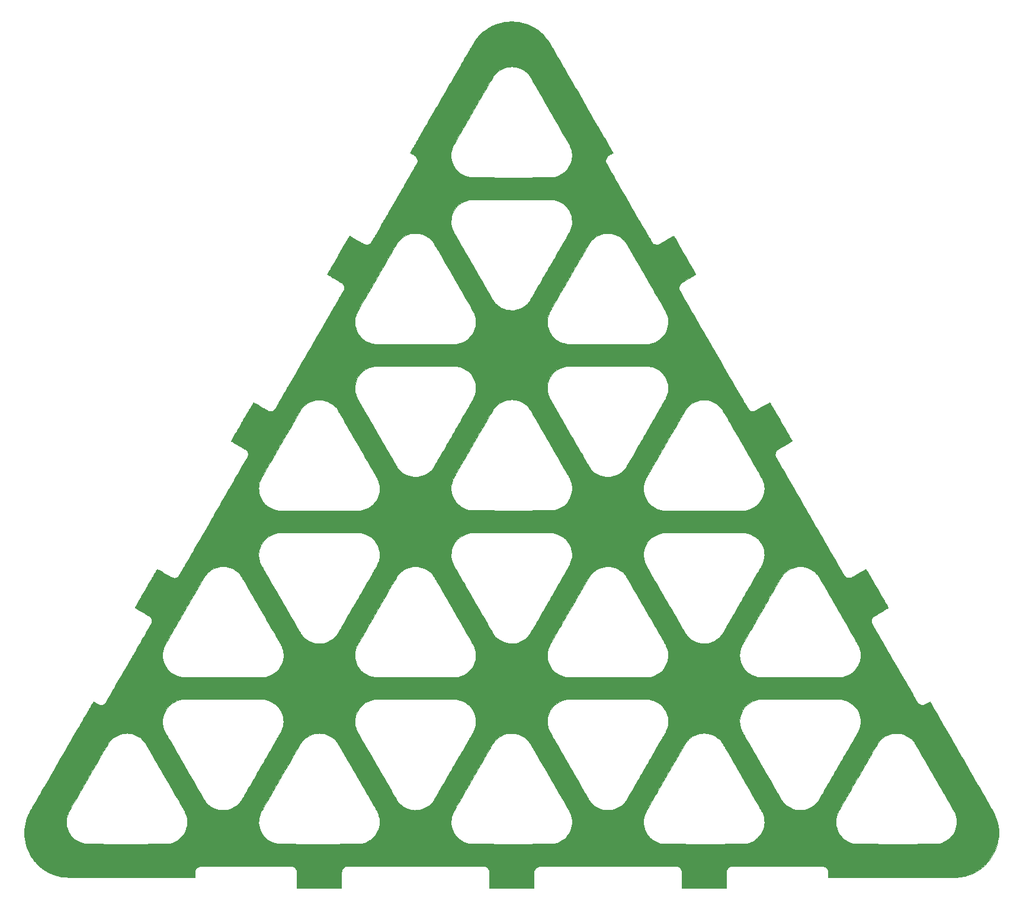
<source format=gbr>
%TF.GenerationSoftware,KiCad,Pcbnew,(6.0.0)*%
%TF.CreationDate,2022-01-31T15:47:41-08:00*%
%TF.ProjectId,PCB-top,5043422d-746f-4702-9e6b-696361645f70,rev?*%
%TF.SameCoordinates,Original*%
%TF.FileFunction,Copper,L1,Top*%
%TF.FilePolarity,Positive*%
%FSLAX46Y46*%
G04 Gerber Fmt 4.6, Leading zero omitted, Abs format (unit mm)*
G04 Created by KiCad (PCBNEW (6.0.0)) date 2022-01-31 15:47:41*
%MOMM*%
%LPD*%
G01*
G04 APERTURE LIST*
%TA.AperFunction,EtchedComponent*%
%ADD10C,0.010000*%
%TD*%
G04 APERTURE END LIST*
D10*
%TO.C,Ref\u002A\u002A*%
X146428506Y-22014081D02*
X146937321Y-22076337D01*
X146937321Y-22076337D02*
X147436631Y-22178539D01*
X147436631Y-22178539D02*
X147924207Y-22319782D01*
X147924207Y-22319782D02*
X148397821Y-22499165D01*
X148397821Y-22499165D02*
X148855241Y-22715783D01*
X148855241Y-22715783D02*
X149294241Y-22968734D01*
X149294241Y-22968734D02*
X149712589Y-23257114D01*
X149712589Y-23257114D02*
X150108057Y-23580020D01*
X150108057Y-23580020D02*
X150322677Y-23779467D01*
X150322677Y-23779467D02*
X150574552Y-24038421D01*
X150574552Y-24038421D02*
X150807068Y-24307291D01*
X150807068Y-24307291D02*
X151026771Y-24594530D01*
X151026771Y-24594530D02*
X151240212Y-24908591D01*
X151240212Y-24908591D02*
X151409314Y-25182242D01*
X151409314Y-25182242D02*
X151439989Y-25234339D01*
X151439989Y-25234339D02*
X151490171Y-25320288D01*
X151490171Y-25320288D02*
X151559021Y-25438633D01*
X151559021Y-25438633D02*
X151645699Y-25587919D01*
X151645699Y-25587919D02*
X151749365Y-25766691D01*
X151749365Y-25766691D02*
X151869179Y-25973493D01*
X151869179Y-25973493D02*
X152004302Y-26206870D01*
X152004302Y-26206870D02*
X152153894Y-26465367D01*
X152153894Y-26465367D02*
X152317116Y-26747528D01*
X152317116Y-26747528D02*
X152493126Y-27051898D01*
X152493126Y-27051898D02*
X152681086Y-27377021D01*
X152681086Y-27377021D02*
X152880156Y-27721442D01*
X152880156Y-27721442D02*
X153089495Y-28083706D01*
X153089495Y-28083706D02*
X153308265Y-28462357D01*
X153308265Y-28462357D02*
X153535626Y-28855940D01*
X153535626Y-28855940D02*
X153770737Y-29262999D01*
X153770737Y-29262999D02*
X154012759Y-29682079D01*
X154012759Y-29682079D02*
X154260852Y-30111725D01*
X154260852Y-30111725D02*
X154514176Y-30550481D01*
X154514176Y-30550481D02*
X154771892Y-30996892D01*
X154771892Y-30996892D02*
X155033160Y-31449503D01*
X155033160Y-31449503D02*
X155297140Y-31906858D01*
X155297140Y-31906858D02*
X155562992Y-32367501D01*
X155562992Y-32367501D02*
X155829877Y-32829978D01*
X155829877Y-32829978D02*
X156096954Y-33292832D01*
X156096954Y-33292832D02*
X156363384Y-33754609D01*
X156363384Y-33754609D02*
X156628327Y-34213853D01*
X156628327Y-34213853D02*
X156890944Y-34669109D01*
X156890944Y-34669109D02*
X157150394Y-35118922D01*
X157150394Y-35118922D02*
X157405839Y-35561835D01*
X157405839Y-35561835D02*
X157656437Y-35996394D01*
X157656437Y-35996394D02*
X157901349Y-36421143D01*
X157901349Y-36421143D02*
X158139736Y-36834627D01*
X158139736Y-36834627D02*
X158370758Y-37235390D01*
X158370758Y-37235390D02*
X158593575Y-37621978D01*
X158593575Y-37621978D02*
X158807347Y-37992934D01*
X158807347Y-37992934D02*
X159011234Y-38346803D01*
X159011234Y-38346803D02*
X159204397Y-38682130D01*
X159204397Y-38682130D02*
X159385996Y-38997459D01*
X159385996Y-38997459D02*
X159555190Y-39291336D01*
X159555190Y-39291336D02*
X159711142Y-39562304D01*
X159711142Y-39562304D02*
X159853009Y-39808908D01*
X159853009Y-39808908D02*
X159979954Y-40029694D01*
X159979954Y-40029694D02*
X160091135Y-40223205D01*
X160091135Y-40223205D02*
X160185714Y-40387986D01*
X160185714Y-40387986D02*
X160262850Y-40522581D01*
X160262850Y-40522581D02*
X160321704Y-40625536D01*
X160321704Y-40625536D02*
X160361435Y-40695395D01*
X160361435Y-40695395D02*
X160381205Y-40730703D01*
X160381205Y-40730703D02*
X160383365Y-40734926D01*
X160383365Y-40734926D02*
X160366601Y-40751453D01*
X160366601Y-40751453D02*
X160318533Y-40785377D01*
X160318533Y-40785377D02*
X160244653Y-40833163D01*
X160244653Y-40833163D02*
X160150453Y-40891278D01*
X160150453Y-40891278D02*
X160041424Y-40956186D01*
X160041424Y-40956186D02*
X160021606Y-40967759D01*
X160021606Y-40967759D02*
X159887543Y-41048039D01*
X159887543Y-41048039D02*
X159766906Y-41124529D01*
X159766906Y-41124529D02*
X159666302Y-41192808D01*
X159666302Y-41192808D02*
X159592337Y-41248455D01*
X159592337Y-41248455D02*
X159562429Y-41275000D01*
X159562429Y-41275000D02*
X159452045Y-41413367D01*
X159452045Y-41413367D02*
X159374418Y-41570837D01*
X159374418Y-41570837D02*
X159331436Y-41739699D01*
X159331436Y-41739699D02*
X159324990Y-41912242D01*
X159324990Y-41912242D02*
X159356966Y-42080756D01*
X159356966Y-42080756D02*
X159361580Y-42094833D01*
X159361580Y-42094833D02*
X159376460Y-42125769D01*
X159376460Y-42125769D02*
X159412089Y-42192438D01*
X159412089Y-42192438D02*
X159467967Y-42293963D01*
X159467967Y-42293963D02*
X159543590Y-42429466D01*
X159543590Y-42429466D02*
X159638457Y-42598068D01*
X159638457Y-42598068D02*
X159752065Y-42798891D01*
X159752065Y-42798891D02*
X159883911Y-43031057D01*
X159883911Y-43031057D02*
X160033495Y-43293687D01*
X160033495Y-43293687D02*
X160200313Y-43585904D01*
X160200313Y-43585904D02*
X160383863Y-43906829D01*
X160383863Y-43906829D02*
X160583643Y-44255583D01*
X160583643Y-44255583D02*
X160799150Y-44631290D01*
X160799150Y-44631290D02*
X161029883Y-45033070D01*
X161029883Y-45033070D02*
X161275339Y-45460046D01*
X161275339Y-45460046D02*
X161535017Y-45911338D01*
X161535017Y-45911338D02*
X161808413Y-46386069D01*
X161808413Y-46386069D02*
X162095025Y-46883361D01*
X162095025Y-46883361D02*
X162394352Y-47402336D01*
X162394352Y-47402336D02*
X162671223Y-47882067D01*
X162671223Y-47882067D02*
X162992045Y-48437714D01*
X162992045Y-48437714D02*
X163292412Y-48957770D01*
X163292412Y-48957770D02*
X163572971Y-49443345D01*
X163572971Y-49443345D02*
X163834372Y-49895546D01*
X163834372Y-49895546D02*
X164077262Y-50315481D01*
X164077262Y-50315481D02*
X164302289Y-50704258D01*
X164302289Y-50704258D02*
X164510101Y-51062985D01*
X164510101Y-51062985D02*
X164701348Y-51392770D01*
X164701348Y-51392770D02*
X164876676Y-51694722D01*
X164876676Y-51694722D02*
X165036735Y-51969948D01*
X165036735Y-51969948D02*
X165182171Y-52219557D01*
X165182171Y-52219557D02*
X165313635Y-52444656D01*
X165313635Y-52444656D02*
X165431773Y-52646353D01*
X165431773Y-52646353D02*
X165537234Y-52825757D01*
X165537234Y-52825757D02*
X165630666Y-52983976D01*
X165630666Y-52983976D02*
X165712717Y-53122117D01*
X165712717Y-53122117D02*
X165784036Y-53241289D01*
X165784036Y-53241289D02*
X165845270Y-53342600D01*
X165845270Y-53342600D02*
X165897068Y-53427157D01*
X165897068Y-53427157D02*
X165940078Y-53496070D01*
X165940078Y-53496070D02*
X165974949Y-53550445D01*
X165974949Y-53550445D02*
X166002327Y-53591391D01*
X166002327Y-53591391D02*
X166022863Y-53620017D01*
X166022863Y-53620017D02*
X166037203Y-53637429D01*
X166037203Y-53637429D02*
X166039193Y-53639474D01*
X166039193Y-53639474D02*
X166183369Y-53754495D01*
X166183369Y-53754495D02*
X166343875Y-53833498D01*
X166343875Y-53833498D02*
X166514744Y-53875496D01*
X166514744Y-53875496D02*
X166690010Y-53879501D01*
X166690010Y-53879501D02*
X166863708Y-53844526D01*
X166863708Y-53844526D02*
X166982493Y-53795650D01*
X166982493Y-53795650D02*
X167019038Y-53775819D01*
X167019038Y-53775819D02*
X167088429Y-53736926D01*
X167088429Y-53736926D02*
X167186884Y-53681134D01*
X167186884Y-53681134D02*
X167310619Y-53610604D01*
X167310619Y-53610604D02*
X167455854Y-53527500D01*
X167455854Y-53527500D02*
X167618804Y-53433982D01*
X167618804Y-53433982D02*
X167795689Y-53332215D01*
X167795689Y-53332215D02*
X167982724Y-53224360D01*
X167982724Y-53224360D02*
X168069157Y-53174437D01*
X168069157Y-53174437D02*
X168284680Y-53049938D01*
X168284680Y-53049938D02*
X168466531Y-52945121D01*
X168466531Y-52945121D02*
X168617671Y-52858457D01*
X168617671Y-52858457D02*
X168741065Y-52788416D01*
X168741065Y-52788416D02*
X168839675Y-52733470D01*
X168839675Y-52733470D02*
X168916464Y-52692088D01*
X168916464Y-52692088D02*
X168974396Y-52662742D01*
X168974396Y-52662742D02*
X169016432Y-52643903D01*
X169016432Y-52643903D02*
X169045538Y-52634040D01*
X169045538Y-52634040D02*
X169064674Y-52631626D01*
X169064674Y-52631626D02*
X169076805Y-52635130D01*
X169076805Y-52635130D02*
X169084894Y-52643023D01*
X169084894Y-52643023D02*
X169088482Y-52648348D01*
X169088482Y-52648348D02*
X169108805Y-52682047D01*
X169108805Y-52682047D02*
X169148205Y-52749018D01*
X169148205Y-52749018D02*
X169205259Y-52846789D01*
X169205259Y-52846789D02*
X169278545Y-52972888D01*
X169278545Y-52972888D02*
X169366639Y-53124841D01*
X169366639Y-53124841D02*
X169468120Y-53300176D01*
X169468120Y-53300176D02*
X169581563Y-53496420D01*
X169581563Y-53496420D02*
X169705548Y-53711099D01*
X169705548Y-53711099D02*
X169838650Y-53941741D01*
X169838650Y-53941741D02*
X169979447Y-54185873D01*
X169979447Y-54185873D02*
X170126516Y-54441022D01*
X170126516Y-54441022D02*
X170278435Y-54704715D01*
X170278435Y-54704715D02*
X170433781Y-54974479D01*
X170433781Y-54974479D02*
X170591131Y-55247842D01*
X170591131Y-55247842D02*
X170749063Y-55522330D01*
X170749063Y-55522330D02*
X170906153Y-55795471D01*
X170906153Y-55795471D02*
X171060979Y-56064791D01*
X171060979Y-56064791D02*
X171212118Y-56327818D01*
X171212118Y-56327818D02*
X171358147Y-56582078D01*
X171358147Y-56582078D02*
X171497644Y-56825100D01*
X171497644Y-56825100D02*
X171629186Y-57054410D01*
X171629186Y-57054410D02*
X171751350Y-57267534D01*
X171751350Y-57267534D02*
X171862713Y-57462001D01*
X171862713Y-57462001D02*
X171961854Y-57635338D01*
X171961854Y-57635338D02*
X172047348Y-57785070D01*
X172047348Y-57785070D02*
X172117773Y-57908726D01*
X172117773Y-57908726D02*
X172171707Y-58003833D01*
X172171707Y-58003833D02*
X172207726Y-58067917D01*
X172207726Y-58067917D02*
X172224409Y-58098506D01*
X172224409Y-58098506D02*
X172225422Y-58100737D01*
X172225422Y-58100737D02*
X172216681Y-58114491D01*
X172216681Y-58114491D02*
X172185457Y-58139870D01*
X172185457Y-58139870D02*
X172129911Y-58177997D01*
X172129911Y-58177997D02*
X172048207Y-58229995D01*
X172048207Y-58229995D02*
X171938508Y-58296989D01*
X171938508Y-58296989D02*
X171798975Y-58380101D01*
X171798975Y-58380101D02*
X171627773Y-58480456D01*
X171627773Y-58480456D02*
X171423063Y-58599176D01*
X171423063Y-58599176D02*
X171204453Y-58725070D01*
X171204453Y-58725070D02*
X170934902Y-58880652D01*
X170934902Y-58880652D02*
X170700577Y-59017495D01*
X170700577Y-59017495D02*
X170501820Y-59135392D01*
X170501820Y-59135392D02*
X170338972Y-59234135D01*
X170338972Y-59234135D02*
X170212375Y-59313517D01*
X170212375Y-59313517D02*
X170122368Y-59373330D01*
X170122368Y-59373330D02*
X170069295Y-59413369D01*
X170069295Y-59413369D02*
X170065958Y-59416345D01*
X170065958Y-59416345D02*
X169946773Y-59552551D01*
X169946773Y-59552551D02*
X169863295Y-59707666D01*
X169863295Y-59707666D02*
X169816729Y-59876067D01*
X169816729Y-59876067D02*
X169808279Y-60052132D01*
X169808279Y-60052132D02*
X169839151Y-60230240D01*
X169839151Y-60230240D02*
X169871641Y-60322996D01*
X169871641Y-60322996D02*
X169885378Y-60348979D01*
X169885378Y-60348979D02*
X169919627Y-60410450D01*
X169919627Y-60410450D02*
X169973717Y-60506244D01*
X169973717Y-60506244D02*
X170046979Y-60635195D01*
X170046979Y-60635195D02*
X170138743Y-60796139D01*
X170138743Y-60796139D02*
X170248337Y-60987909D01*
X170248337Y-60987909D02*
X170375093Y-61209342D01*
X170375093Y-61209342D02*
X170518339Y-61459271D01*
X170518339Y-61459271D02*
X170677406Y-61736532D01*
X170677406Y-61736532D02*
X170851624Y-62039960D01*
X170851624Y-62039960D02*
X171040322Y-62368389D01*
X171040322Y-62368389D02*
X171242830Y-62720654D01*
X171242830Y-62720654D02*
X171458479Y-63095590D01*
X171458479Y-63095590D02*
X171686597Y-63492032D01*
X171686597Y-63492032D02*
X171926516Y-63908814D01*
X171926516Y-63908814D02*
X172177564Y-64344772D01*
X172177564Y-64344772D02*
X172439071Y-64798741D01*
X172439071Y-64798741D02*
X172710369Y-65269554D01*
X172710369Y-65269554D02*
X172990785Y-65756048D01*
X172990785Y-65756048D02*
X173279651Y-66257056D01*
X173279651Y-66257056D02*
X173576296Y-66771414D01*
X173576296Y-66771414D02*
X173880050Y-67297957D01*
X173880050Y-67297957D02*
X174190242Y-67835519D01*
X174190242Y-67835519D02*
X174506203Y-68382935D01*
X174506203Y-68382935D02*
X174791056Y-68876333D01*
X174791056Y-68876333D02*
X175214786Y-69610103D01*
X175214786Y-69610103D02*
X175617705Y-70307630D01*
X175617705Y-70307630D02*
X176000083Y-70969383D01*
X176000083Y-70969383D02*
X176362192Y-71595828D01*
X176362192Y-71595828D02*
X176704305Y-72187433D01*
X176704305Y-72187433D02*
X177026692Y-72744664D01*
X177026692Y-72744664D02*
X177329626Y-73267989D01*
X177329626Y-73267989D02*
X177613379Y-73757875D01*
X177613379Y-73757875D02*
X177878221Y-74214790D01*
X177878221Y-74214790D02*
X178124426Y-74639201D01*
X178124426Y-74639201D02*
X178352264Y-75031574D01*
X178352264Y-75031574D02*
X178562007Y-75392378D01*
X178562007Y-75392378D02*
X178753927Y-75722079D01*
X178753927Y-75722079D02*
X178928297Y-76021144D01*
X178928297Y-76021144D02*
X179085387Y-76290041D01*
X179085387Y-76290041D02*
X179225469Y-76529238D01*
X179225469Y-76529238D02*
X179348815Y-76739200D01*
X179348815Y-76739200D02*
X179455698Y-76920396D01*
X179455698Y-76920396D02*
X179546388Y-77073293D01*
X179546388Y-77073293D02*
X179621157Y-77198358D01*
X179621157Y-77198358D02*
X179680277Y-77296057D01*
X179680277Y-77296057D02*
X179724021Y-77366860D01*
X179724021Y-77366860D02*
X179752658Y-77411232D01*
X179752658Y-77411232D02*
X179764974Y-77428125D01*
X179764974Y-77428125D02*
X179898825Y-77547935D01*
X179898825Y-77547935D02*
X180057300Y-77633355D01*
X180057300Y-77633355D02*
X180240170Y-77684269D01*
X180240170Y-77684269D02*
X180268619Y-77688769D01*
X180268619Y-77688769D02*
X180323383Y-77695960D01*
X180323383Y-77695960D02*
X180374179Y-77699908D01*
X180374179Y-77699908D02*
X180424226Y-77699182D01*
X180424226Y-77699182D02*
X180476742Y-77692350D01*
X180476742Y-77692350D02*
X180534944Y-77677980D01*
X180534944Y-77677980D02*
X180602050Y-77654640D01*
X180602050Y-77654640D02*
X180681279Y-77620897D01*
X180681279Y-77620897D02*
X180775849Y-77575322D01*
X180775849Y-77575322D02*
X180888977Y-77516480D01*
X180888977Y-77516480D02*
X181023882Y-77442942D01*
X181023882Y-77442942D02*
X181183781Y-77353274D01*
X181183781Y-77353274D02*
X181371893Y-77246044D01*
X181371893Y-77246044D02*
X181591435Y-77119822D01*
X181591435Y-77119822D02*
X181740512Y-77033842D01*
X181740512Y-77033842D02*
X181932841Y-76923092D01*
X181932841Y-76923092D02*
X182114444Y-76818975D01*
X182114444Y-76818975D02*
X182281977Y-76723377D01*
X182281977Y-76723377D02*
X182432096Y-76638187D01*
X182432096Y-76638187D02*
X182561456Y-76565289D01*
X182561456Y-76565289D02*
X182666712Y-76506572D01*
X182666712Y-76506572D02*
X182744520Y-76463921D01*
X182744520Y-76463921D02*
X182791534Y-76439224D01*
X182791534Y-76439224D02*
X182804542Y-76433616D01*
X182804542Y-76433616D02*
X182817116Y-76451640D01*
X182817116Y-76451640D02*
X182849360Y-76503920D01*
X182849360Y-76503920D02*
X182899856Y-76588004D01*
X182899856Y-76588004D02*
X182967186Y-76701442D01*
X182967186Y-76701442D02*
X183049931Y-76841783D01*
X183049931Y-76841783D02*
X183146674Y-77006575D01*
X183146674Y-77006575D02*
X183255996Y-77193367D01*
X183255996Y-77193367D02*
X183376480Y-77399708D01*
X183376480Y-77399708D02*
X183506706Y-77623147D01*
X183506706Y-77623147D02*
X183645258Y-77861233D01*
X183645258Y-77861233D02*
X183790716Y-78111514D01*
X183790716Y-78111514D02*
X183941664Y-78371540D01*
X183941664Y-78371540D02*
X184096682Y-78638860D01*
X184096682Y-78638860D02*
X184254353Y-78911021D01*
X184254353Y-78911021D02*
X184413258Y-79185574D01*
X184413258Y-79185574D02*
X184571980Y-79460067D01*
X184571980Y-79460067D02*
X184729100Y-79732048D01*
X184729100Y-79732048D02*
X184883200Y-79999067D01*
X184883200Y-79999067D02*
X185032862Y-80258673D01*
X185032862Y-80258673D02*
X185176669Y-80508414D01*
X185176669Y-80508414D02*
X185313201Y-80745839D01*
X185313201Y-80745839D02*
X185441041Y-80968498D01*
X185441041Y-80968498D02*
X185558771Y-81173938D01*
X185558771Y-81173938D02*
X185664973Y-81359709D01*
X185664973Y-81359709D02*
X185758228Y-81523360D01*
X185758228Y-81523360D02*
X185837118Y-81662440D01*
X185837118Y-81662440D02*
X185900225Y-81774497D01*
X185900225Y-81774497D02*
X185946132Y-81857080D01*
X185946132Y-81857080D02*
X185973420Y-81907738D01*
X185973420Y-81907738D02*
X185980916Y-81923859D01*
X185980916Y-81923859D02*
X185963128Y-81938122D01*
X185963128Y-81938122D02*
X185912107Y-81971299D01*
X185912107Y-81971299D02*
X185831364Y-82021285D01*
X185831364Y-82021285D02*
X185724413Y-82085972D01*
X185724413Y-82085972D02*
X185594766Y-82163257D01*
X185594766Y-82163257D02*
X185445935Y-82251033D01*
X185445935Y-82251033D02*
X185281433Y-82347195D01*
X185281433Y-82347195D02*
X185104773Y-82449636D01*
X185104773Y-82449636D02*
X185079879Y-82464008D01*
X185079879Y-82464008D02*
X184895844Y-82570208D01*
X184895844Y-82570208D02*
X184718403Y-82672624D01*
X184718403Y-82672624D02*
X184551855Y-82768772D01*
X184551855Y-82768772D02*
X184400496Y-82856171D01*
X184400496Y-82856171D02*
X184268627Y-82932338D01*
X184268627Y-82932338D02*
X184160543Y-82994792D01*
X184160543Y-82994792D02*
X184080544Y-83041049D01*
X184080544Y-83041049D02*
X184033006Y-83068583D01*
X184033006Y-83068583D02*
X183860346Y-83188134D01*
X183860346Y-83188134D02*
X183726886Y-83323612D01*
X183726886Y-83323612D02*
X183632547Y-83475153D01*
X183632547Y-83475153D02*
X183577250Y-83642894D01*
X183577250Y-83642894D02*
X183560917Y-83826970D01*
X183560917Y-83826970D02*
X183563386Y-83882446D01*
X183563386Y-83882446D02*
X183574104Y-83974479D01*
X183574104Y-83974479D02*
X183591127Y-84062152D01*
X183591127Y-84062152D02*
X183610770Y-84126487D01*
X183610770Y-84126487D02*
X183610773Y-84126495D01*
X183610773Y-84126495D02*
X183623727Y-84150451D01*
X183623727Y-84150451D02*
X183657160Y-84209851D01*
X183657160Y-84209851D02*
X183710375Y-84303483D01*
X183710375Y-84303483D02*
X183782675Y-84430137D01*
X183782675Y-84430137D02*
X183873360Y-84588599D01*
X183873360Y-84588599D02*
X183981735Y-84777659D01*
X183981735Y-84777659D02*
X184107101Y-84996105D01*
X184107101Y-84996105D02*
X184248761Y-85242725D01*
X184248761Y-85242725D02*
X184406017Y-85516307D01*
X184406017Y-85516307D02*
X184578171Y-85815640D01*
X184578171Y-85815640D02*
X184764527Y-86139511D01*
X184764527Y-86139511D02*
X184964385Y-86486711D01*
X184964385Y-86486711D02*
X185177050Y-86856025D01*
X185177050Y-86856025D02*
X185401823Y-87246244D01*
X185401823Y-87246244D02*
X185638006Y-87656156D01*
X185638006Y-87656156D02*
X185884903Y-88084547D01*
X185884903Y-88084547D02*
X186141815Y-88530208D01*
X186141815Y-88530208D02*
X186408045Y-88991926D01*
X186408045Y-88991926D02*
X186682895Y-89468490D01*
X186682895Y-89468490D02*
X186965668Y-89958687D01*
X186965668Y-89958687D02*
X187255665Y-90461307D01*
X187255665Y-90461307D02*
X187552191Y-90975137D01*
X187552191Y-90975137D02*
X187854546Y-91498966D01*
X187854546Y-91498966D02*
X188113532Y-91947578D01*
X188113532Y-91947578D02*
X188424125Y-92485540D01*
X188424125Y-92485540D02*
X188731191Y-93017403D01*
X188731191Y-93017403D02*
X189033953Y-93541816D01*
X189033953Y-93541816D02*
X189331629Y-94057427D01*
X189331629Y-94057427D02*
X189623439Y-94562886D01*
X189623439Y-94562886D02*
X189908603Y-95056840D01*
X189908603Y-95056840D02*
X190186342Y-95537939D01*
X190186342Y-95537939D02*
X190455875Y-96004830D01*
X190455875Y-96004830D02*
X190716422Y-96456164D01*
X190716422Y-96456164D02*
X190967202Y-96890588D01*
X190967202Y-96890588D02*
X191207437Y-97306750D01*
X191207437Y-97306750D02*
X191436346Y-97703300D01*
X191436346Y-97703300D02*
X191653148Y-98078886D01*
X191653148Y-98078886D02*
X191857064Y-98432157D01*
X191857064Y-98432157D02*
X192047314Y-98761762D01*
X192047314Y-98761762D02*
X192223117Y-99066348D01*
X192223117Y-99066348D02*
X192383693Y-99344565D01*
X192383693Y-99344565D02*
X192528263Y-99595061D01*
X192528263Y-99595061D02*
X192656047Y-99816485D01*
X192656047Y-99816485D02*
X192766263Y-100007485D01*
X192766263Y-100007485D02*
X192858132Y-100166711D01*
X192858132Y-100166711D02*
X192930875Y-100292810D01*
X192930875Y-100292810D02*
X192983711Y-100384431D01*
X192983711Y-100384431D02*
X193006005Y-100423114D01*
X193006005Y-100423114D02*
X193125248Y-100629255D01*
X193125248Y-100629255D02*
X193226620Y-100801943D01*
X193226620Y-100801943D02*
X193312821Y-100944726D01*
X193312821Y-100944726D02*
X193386552Y-101061152D01*
X193386552Y-101061152D02*
X193450513Y-101154767D01*
X193450513Y-101154767D02*
X193507406Y-101229117D01*
X193507406Y-101229117D02*
X193559929Y-101287751D01*
X193559929Y-101287751D02*
X193610785Y-101334214D01*
X193610785Y-101334214D02*
X193662673Y-101372055D01*
X193662673Y-101372055D02*
X193718294Y-101404819D01*
X193718294Y-101404819D02*
X193775401Y-101433682D01*
X193775401Y-101433682D02*
X193850900Y-101467834D01*
X193850900Y-101467834D02*
X193913463Y-101488459D01*
X193913463Y-101488459D02*
X193979282Y-101498916D01*
X193979282Y-101498916D02*
X194064549Y-101502565D01*
X194064549Y-101502565D02*
X194108916Y-101502873D01*
X194108916Y-101502873D02*
X194213851Y-101500724D01*
X194213851Y-101500724D02*
X194292165Y-101492060D01*
X194292165Y-101492060D02*
X194359389Y-101474289D01*
X194359389Y-101474289D02*
X194415833Y-101451681D01*
X194415833Y-101451681D02*
X194456128Y-101431388D01*
X194456128Y-101431388D02*
X194529189Y-101392002D01*
X194529189Y-101392002D02*
X194631172Y-101335687D01*
X194631172Y-101335687D02*
X194758235Y-101264608D01*
X194758235Y-101264608D02*
X194906534Y-101180929D01*
X194906534Y-101180929D02*
X195072225Y-101086814D01*
X195072225Y-101086814D02*
X195251466Y-100984428D01*
X195251466Y-100984428D02*
X195440412Y-100875936D01*
X195440412Y-100875936D02*
X195534952Y-100821446D01*
X195534952Y-100821446D02*
X195723562Y-100713023D01*
X195723562Y-100713023D02*
X195901462Y-100611579D01*
X195901462Y-100611579D02*
X196065240Y-100519003D01*
X196065240Y-100519003D02*
X196211481Y-100437186D01*
X196211481Y-100437186D02*
X196336774Y-100368017D01*
X196336774Y-100368017D02*
X196437705Y-100313388D01*
X196437705Y-100313388D02*
X196510861Y-100275187D01*
X196510861Y-100275187D02*
X196552829Y-100255306D01*
X196552829Y-100255306D02*
X196561535Y-100252914D01*
X196561535Y-100252914D02*
X196574617Y-100272040D01*
X196574617Y-100272040D02*
X196607324Y-100325405D01*
X196607324Y-100325405D02*
X196658236Y-100410552D01*
X196658236Y-100410552D02*
X196725935Y-100525022D01*
X196725935Y-100525022D02*
X196809002Y-100666358D01*
X196809002Y-100666358D02*
X196906018Y-100832101D01*
X196906018Y-100832101D02*
X197015564Y-101019795D01*
X197015564Y-101019795D02*
X197136221Y-101226980D01*
X197136221Y-101226980D02*
X197266570Y-101451199D01*
X197266570Y-101451199D02*
X197405192Y-101689995D01*
X197405192Y-101689995D02*
X197550668Y-101940908D01*
X197550668Y-101940908D02*
X197701579Y-102201482D01*
X197701579Y-102201482D02*
X197856507Y-102469257D01*
X197856507Y-102469257D02*
X198014031Y-102741777D01*
X198014031Y-102741777D02*
X198172734Y-103016584D01*
X198172734Y-103016584D02*
X198331197Y-103291219D01*
X198331197Y-103291219D02*
X198487999Y-103563224D01*
X198487999Y-103563224D02*
X198641723Y-103830142D01*
X198641723Y-103830142D02*
X198790950Y-104089515D01*
X198790950Y-104089515D02*
X198934260Y-104338884D01*
X198934260Y-104338884D02*
X199070235Y-104575792D01*
X199070235Y-104575792D02*
X199197455Y-104797781D01*
X199197455Y-104797781D02*
X199314502Y-105002393D01*
X199314502Y-105002393D02*
X199419957Y-105187170D01*
X199419957Y-105187170D02*
X199512400Y-105349654D01*
X199512400Y-105349654D02*
X199590413Y-105487387D01*
X199590413Y-105487387D02*
X199652577Y-105597912D01*
X199652577Y-105597912D02*
X199697473Y-105678769D01*
X199697473Y-105678769D02*
X199723682Y-105727503D01*
X199723682Y-105727503D02*
X199730233Y-105741771D01*
X199730233Y-105741771D02*
X199711674Y-105755312D01*
X199711674Y-105755312D02*
X199659712Y-105787986D01*
X199659712Y-105787986D02*
X199577654Y-105837835D01*
X199577654Y-105837835D02*
X199468802Y-105902900D01*
X199468802Y-105902900D02*
X199336460Y-105981224D01*
X199336460Y-105981224D02*
X199183933Y-106070849D01*
X199183933Y-106070849D02*
X199014524Y-106169817D01*
X199014524Y-106169817D02*
X198831537Y-106276170D01*
X198831537Y-106276170D02*
X198700678Y-106351916D01*
X198700678Y-106351916D02*
X198506324Y-106464765D01*
X198506324Y-106464765D02*
X198320229Y-106573840D01*
X198320229Y-106573840D02*
X198146153Y-106676870D01*
X198146153Y-106676870D02*
X197987856Y-106771581D01*
X197987856Y-106771581D02*
X197849098Y-106855703D01*
X197849098Y-106855703D02*
X197733638Y-106926961D01*
X197733638Y-106926961D02*
X197645237Y-106983083D01*
X197645237Y-106983083D02*
X197587655Y-107021798D01*
X197587655Y-107021798D02*
X197569865Y-107035376D01*
X197569865Y-107035376D02*
X197488485Y-107119546D01*
X197488485Y-107119546D02*
X197419279Y-107224712D01*
X197419279Y-107224712D02*
X197387160Y-107287216D01*
X197387160Y-107287216D02*
X197347370Y-107374575D01*
X197347370Y-107374575D02*
X197323986Y-107443337D01*
X197323986Y-107443337D02*
X197312708Y-107511828D01*
X197312708Y-107511828D02*
X197309232Y-107598373D01*
X197309232Y-107598373D02*
X197309094Y-107619756D01*
X197309094Y-107619756D02*
X197318003Y-107772684D01*
X197318003Y-107772684D02*
X197345272Y-107894312D01*
X197345272Y-107894312D02*
X197346250Y-107897083D01*
X197346250Y-107897083D02*
X197360037Y-107924463D01*
X197360037Y-107924463D02*
X197394060Y-107986747D01*
X197394060Y-107986747D02*
X197447328Y-108082215D01*
X197447328Y-108082215D02*
X197518846Y-108209146D01*
X197518846Y-108209146D02*
X197607623Y-108365820D01*
X197607623Y-108365820D02*
X197712665Y-108550515D01*
X197712665Y-108550515D02*
X197832979Y-108761511D01*
X197832979Y-108761511D02*
X197967572Y-108997087D01*
X197967572Y-108997087D02*
X198115453Y-109255522D01*
X198115453Y-109255522D02*
X198275627Y-109535096D01*
X198275627Y-109535096D02*
X198447101Y-109834088D01*
X198447101Y-109834088D02*
X198628884Y-110150777D01*
X198628884Y-110150777D02*
X198819982Y-110483442D01*
X198819982Y-110483442D02*
X199019402Y-110830363D01*
X199019402Y-110830363D02*
X199226152Y-111189818D01*
X199226152Y-111189818D02*
X199439238Y-111560088D01*
X199439238Y-111560088D02*
X199657667Y-111939450D01*
X199657667Y-111939450D02*
X199880447Y-112326186D01*
X199880447Y-112326186D02*
X200106585Y-112718573D01*
X200106585Y-112718573D02*
X200335088Y-113114891D01*
X200335088Y-113114891D02*
X200564964Y-113513420D01*
X200564964Y-113513420D02*
X200795218Y-113912438D01*
X200795218Y-113912438D02*
X201024859Y-114310225D01*
X201024859Y-114310225D02*
X201252893Y-114705059D01*
X201252893Y-114705059D02*
X201478327Y-115095222D01*
X201478327Y-115095222D02*
X201700170Y-115478990D01*
X201700170Y-115478990D02*
X201917427Y-115854645D01*
X201917427Y-115854645D02*
X202129106Y-116220464D01*
X202129106Y-116220464D02*
X202334214Y-116574728D01*
X202334214Y-116574728D02*
X202531759Y-116915715D01*
X202531759Y-116915715D02*
X202720747Y-117241705D01*
X202720747Y-117241705D02*
X202900185Y-117550978D01*
X202900185Y-117550978D02*
X203069081Y-117841811D01*
X203069081Y-117841811D02*
X203226441Y-118112485D01*
X203226441Y-118112485D02*
X203371273Y-118361279D01*
X203371273Y-118361279D02*
X203502585Y-118586471D01*
X203502585Y-118586471D02*
X203619382Y-118786342D01*
X203619382Y-118786342D02*
X203720672Y-118959171D01*
X203720672Y-118959171D02*
X203805463Y-119103236D01*
X203805463Y-119103236D02*
X203872762Y-119216817D01*
X203872762Y-119216817D02*
X203921574Y-119298194D01*
X203921574Y-119298194D02*
X203950909Y-119345645D01*
X203950909Y-119345645D02*
X203958603Y-119356938D01*
X203958603Y-119356938D02*
X204091016Y-119490723D01*
X204091016Y-119490723D02*
X204241542Y-119586249D01*
X204241542Y-119586249D02*
X204410073Y-119643467D01*
X204410073Y-119643467D02*
X204586416Y-119662290D01*
X204586416Y-119662290D02*
X204666815Y-119660980D01*
X204666815Y-119660980D02*
X204739218Y-119653906D01*
X204739218Y-119653906D02*
X204810242Y-119638559D01*
X204810242Y-119638559D02*
X204886503Y-119612430D01*
X204886503Y-119612430D02*
X204974617Y-119573008D01*
X204974617Y-119573008D02*
X205081203Y-119517783D01*
X205081203Y-119517783D02*
X205212876Y-119444247D01*
X205212876Y-119444247D02*
X205312658Y-119386826D01*
X205312658Y-119386826D02*
X205421934Y-119324427D01*
X205421934Y-119324427D02*
X205519046Y-119270687D01*
X205519046Y-119270687D02*
X205597964Y-119228804D01*
X205597964Y-119228804D02*
X205652655Y-119201977D01*
X205652655Y-119201977D02*
X205677087Y-119193406D01*
X205677087Y-119193406D02*
X205677262Y-119193455D01*
X205677262Y-119193455D02*
X205689633Y-119212231D01*
X205689633Y-119212231D02*
X205722282Y-119266261D01*
X205722282Y-119266261D02*
X205774376Y-119354103D01*
X205774376Y-119354103D02*
X205845085Y-119474315D01*
X205845085Y-119474315D02*
X205933577Y-119625456D01*
X205933577Y-119625456D02*
X206039020Y-119806085D01*
X206039020Y-119806085D02*
X206160583Y-120014761D01*
X206160583Y-120014761D02*
X206297434Y-120250042D01*
X206297434Y-120250042D02*
X206448741Y-120510486D01*
X206448741Y-120510486D02*
X206613672Y-120794653D01*
X206613672Y-120794653D02*
X206791397Y-121101100D01*
X206791397Y-121101100D02*
X206981083Y-121428387D01*
X206981083Y-121428387D02*
X207181899Y-121775072D01*
X207181899Y-121775072D02*
X207393013Y-122139714D01*
X207393013Y-122139714D02*
X207613593Y-122520871D01*
X207613593Y-122520871D02*
X207842809Y-122917103D01*
X207842809Y-122917103D02*
X208079827Y-123326966D01*
X208079827Y-123326966D02*
X208323817Y-123749021D01*
X208323817Y-123749021D02*
X208573947Y-124181826D01*
X208573947Y-124181826D02*
X208829386Y-124623940D01*
X208829386Y-124623940D02*
X209089301Y-125073920D01*
X209089301Y-125073920D02*
X209352861Y-125530326D01*
X209352861Y-125530326D02*
X209619234Y-125991716D01*
X209619234Y-125991716D02*
X209887590Y-126456649D01*
X209887590Y-126456649D02*
X210157095Y-126923684D01*
X210157095Y-126923684D02*
X210426919Y-127391379D01*
X210426919Y-127391379D02*
X210696230Y-127858292D01*
X210696230Y-127858292D02*
X210964196Y-128322983D01*
X210964196Y-128322983D02*
X211229985Y-128784010D01*
X211229985Y-128784010D02*
X211492767Y-129239931D01*
X211492767Y-129239931D02*
X211751709Y-129689305D01*
X211751709Y-129689305D02*
X212005979Y-130130692D01*
X212005979Y-130130692D02*
X212254747Y-130562648D01*
X212254747Y-130562648D02*
X212497180Y-130983734D01*
X212497180Y-130983734D02*
X212732447Y-131392508D01*
X212732447Y-131392508D02*
X212959716Y-131787527D01*
X212959716Y-131787527D02*
X213178155Y-132167352D01*
X213178155Y-132167352D02*
X213386934Y-132530540D01*
X213386934Y-132530540D02*
X213585219Y-132875650D01*
X213585219Y-132875650D02*
X213772181Y-133201241D01*
X213772181Y-133201241D02*
X213946986Y-133505871D01*
X213946986Y-133505871D02*
X214108803Y-133788099D01*
X214108803Y-133788099D02*
X214256802Y-134046484D01*
X214256802Y-134046484D02*
X214390149Y-134279584D01*
X214390149Y-134279584D02*
X214508013Y-134485958D01*
X214508013Y-134485958D02*
X214609564Y-134664164D01*
X214609564Y-134664164D02*
X214693969Y-134812761D01*
X214693969Y-134812761D02*
X214760396Y-134930308D01*
X214760396Y-134930308D02*
X214808014Y-135015363D01*
X214808014Y-135015363D02*
X214835991Y-135066484D01*
X214835991Y-135066484D02*
X214840478Y-135075083D01*
X214840478Y-135075083D02*
X215060056Y-135551536D01*
X215060056Y-135551536D02*
X215237854Y-136034736D01*
X215237854Y-136034736D02*
X215373858Y-136524599D01*
X215373858Y-136524599D02*
X215468052Y-137021041D01*
X215468052Y-137021041D02*
X215520422Y-137523979D01*
X215520422Y-137523979D02*
X215530952Y-138033328D01*
X215530952Y-138033328D02*
X215499627Y-138549005D01*
X215499627Y-138549005D02*
X215485913Y-138673416D01*
X215485913Y-138673416D02*
X215405620Y-139172506D01*
X215405620Y-139172506D02*
X215286560Y-139660068D01*
X215286560Y-139660068D02*
X215130400Y-140134088D01*
X215130400Y-140134088D02*
X214938809Y-140592556D01*
X214938809Y-140592556D02*
X214713453Y-141033457D01*
X214713453Y-141033457D02*
X214456000Y-141454780D01*
X214456000Y-141454780D02*
X214168119Y-141854512D01*
X214168119Y-141854512D02*
X213851476Y-142230642D01*
X213851476Y-142230642D02*
X213507739Y-142581156D01*
X213507739Y-142581156D02*
X213138575Y-142904042D01*
X213138575Y-142904042D02*
X212745653Y-143197289D01*
X212745653Y-143197289D02*
X212330640Y-143458883D01*
X212330640Y-143458883D02*
X211895204Y-143686812D01*
X211895204Y-143686812D02*
X211441012Y-143879063D01*
X211441012Y-143879063D02*
X211067687Y-144005100D01*
X211067687Y-144005100D02*
X210748214Y-144094309D01*
X210748214Y-144094309D02*
X210445500Y-144163523D01*
X210445500Y-144163523D02*
X210143378Y-144215720D01*
X210143378Y-144215720D02*
X209825678Y-144253879D01*
X209825678Y-144253879D02*
X209624083Y-144271036D01*
X209624083Y-144271036D02*
X209574161Y-144273134D01*
X209574161Y-144273134D02*
X209482447Y-144275128D01*
X209482447Y-144275128D02*
X209348912Y-144277016D01*
X209348912Y-144277016D02*
X209173529Y-144278799D01*
X209173529Y-144278799D02*
X208956270Y-144280476D01*
X208956270Y-144280476D02*
X208697107Y-144282049D01*
X208697107Y-144282049D02*
X208396012Y-144283516D01*
X208396012Y-144283516D02*
X208052958Y-144284879D01*
X208052958Y-144284879D02*
X207667916Y-144286137D01*
X207667916Y-144286137D02*
X207240860Y-144287289D01*
X207240860Y-144287289D02*
X206771761Y-144288337D01*
X206771761Y-144288337D02*
X206260591Y-144289281D01*
X206260591Y-144289281D02*
X205707323Y-144290119D01*
X205707323Y-144290119D02*
X205111929Y-144290854D01*
X205111929Y-144290854D02*
X204474381Y-144291483D01*
X204474381Y-144291483D02*
X203794652Y-144292008D01*
X203794652Y-144292008D02*
X203072713Y-144292429D01*
X203072713Y-144292429D02*
X202308536Y-144292745D01*
X202308536Y-144292745D02*
X201502095Y-144292957D01*
X201502095Y-144292957D02*
X200653361Y-144293065D01*
X200653361Y-144293065D02*
X200252541Y-144293080D01*
X200252541Y-144293080D02*
X191177333Y-144293166D01*
X191177333Y-144293166D02*
X191177333Y-143863697D01*
X191177333Y-143863697D02*
X191175968Y-143681554D01*
X191175968Y-143681554D02*
X191171099Y-143534899D01*
X191171099Y-143534899D02*
X191161567Y-143416953D01*
X191161567Y-143416953D02*
X191146212Y-143320935D01*
X191146212Y-143320935D02*
X191123875Y-143240065D01*
X191123875Y-143240065D02*
X191093396Y-143167563D01*
X191093396Y-143167563D02*
X191053615Y-143096649D01*
X191053615Y-143096649D02*
X191043359Y-143080369D01*
X191043359Y-143080369D02*
X190926266Y-142934244D01*
X190926266Y-142934244D02*
X190784105Y-142822149D01*
X190784105Y-142822149D02*
X190617539Y-142744501D01*
X190617539Y-142744501D02*
X190441218Y-142703552D01*
X190441218Y-142703552D02*
X190406720Y-142701739D01*
X190406720Y-142701739D02*
X190330995Y-142700034D01*
X190330995Y-142700034D02*
X190215149Y-142698439D01*
X190215149Y-142698439D02*
X190060287Y-142696957D01*
X190060287Y-142696957D02*
X189867516Y-142695591D01*
X189867516Y-142695591D02*
X189637942Y-142694341D01*
X189637942Y-142694341D02*
X189372669Y-142693211D01*
X189372669Y-142693211D02*
X189072805Y-142692203D01*
X189072805Y-142692203D02*
X188739456Y-142691320D01*
X188739456Y-142691320D02*
X188373726Y-142690562D01*
X188373726Y-142690562D02*
X187976723Y-142689934D01*
X187976723Y-142689934D02*
X187549552Y-142689436D01*
X187549552Y-142689436D02*
X187093318Y-142689072D01*
X187093318Y-142689072D02*
X186609129Y-142688843D01*
X186609129Y-142688843D02*
X186098090Y-142688752D01*
X186098090Y-142688752D02*
X185561306Y-142688801D01*
X185561306Y-142688801D02*
X184999884Y-142688993D01*
X184999884Y-142688993D02*
X184414930Y-142689329D01*
X184414930Y-142689329D02*
X183807550Y-142689812D01*
X183807550Y-142689812D02*
X183779583Y-142689837D01*
X183779583Y-142689837D02*
X183150709Y-142690427D01*
X183150709Y-142690427D02*
X182562799Y-142691018D01*
X182562799Y-142691018D02*
X182014483Y-142691618D01*
X182014483Y-142691618D02*
X181504392Y-142692234D01*
X181504392Y-142692234D02*
X181031156Y-142692876D01*
X181031156Y-142692876D02*
X180593407Y-142693550D01*
X180593407Y-142693550D02*
X180189773Y-142694264D01*
X180189773Y-142694264D02*
X179818886Y-142695027D01*
X179818886Y-142695027D02*
X179479377Y-142695846D01*
X179479377Y-142695846D02*
X179169875Y-142696729D01*
X179169875Y-142696729D02*
X178889011Y-142697683D01*
X178889011Y-142697683D02*
X178635416Y-142698718D01*
X178635416Y-142698718D02*
X178407721Y-142699840D01*
X178407721Y-142699840D02*
X178204555Y-142701058D01*
X178204555Y-142701058D02*
X178024549Y-142702379D01*
X178024549Y-142702379D02*
X177866334Y-142703811D01*
X177866334Y-142703811D02*
X177728540Y-142705362D01*
X177728540Y-142705362D02*
X177609798Y-142707040D01*
X177609798Y-142707040D02*
X177508738Y-142708853D01*
X177508738Y-142708853D02*
X177423991Y-142710809D01*
X177423991Y-142710809D02*
X177354187Y-142712915D01*
X177354187Y-142712915D02*
X177297956Y-142715179D01*
X177297956Y-142715179D02*
X177253930Y-142717610D01*
X177253930Y-142717610D02*
X177220738Y-142720215D01*
X177220738Y-142720215D02*
X177197011Y-142723001D01*
X177197011Y-142723001D02*
X177181380Y-142725978D01*
X177181380Y-142725978D02*
X177175583Y-142727757D01*
X177175583Y-142727757D02*
X176996214Y-142812168D01*
X176996214Y-142812168D02*
X176850902Y-142918815D01*
X176850902Y-142918815D02*
X176735359Y-143051992D01*
X176735359Y-143051992D02*
X176645297Y-143215996D01*
X176645297Y-143215996D02*
X176616697Y-143287750D01*
X176616697Y-143287750D02*
X176609964Y-143312561D01*
X176609964Y-143312561D02*
X176604134Y-143349530D01*
X176604134Y-143349530D02*
X176599113Y-143401817D01*
X176599113Y-143401817D02*
X176594809Y-143472580D01*
X176594809Y-143472580D02*
X176591131Y-143564979D01*
X176591131Y-143564979D02*
X176587985Y-143682174D01*
X176587985Y-143682174D02*
X176585280Y-143827323D01*
X176585280Y-143827323D02*
X176582922Y-144003585D01*
X176582922Y-144003585D02*
X176580819Y-144214121D01*
X176580819Y-144214121D02*
X176578880Y-144462089D01*
X176578880Y-144462089D02*
X176577847Y-144615958D01*
X176577847Y-144615958D02*
X176569871Y-145859500D01*
X176569871Y-145859500D02*
X170222333Y-145859500D01*
X170222333Y-145859500D02*
X170221907Y-144711208D01*
X170221907Y-144711208D02*
X170221472Y-144489944D01*
X170221472Y-144489944D02*
X170220379Y-144277752D01*
X170220379Y-144277752D02*
X170218696Y-144079098D01*
X170218696Y-144079098D02*
X170216493Y-143898450D01*
X170216493Y-143898450D02*
X170213838Y-143740274D01*
X170213838Y-143740274D02*
X170210800Y-143609036D01*
X170210800Y-143609036D02*
X170207447Y-143509203D01*
X170207447Y-143509203D02*
X170203849Y-143445241D01*
X170203849Y-143445241D02*
X170202181Y-143429438D01*
X170202181Y-143429438D02*
X170155417Y-143241293D01*
X170155417Y-143241293D02*
X170073349Y-143076184D01*
X170073349Y-143076184D02*
X169956849Y-142935160D01*
X169956849Y-142935160D02*
X169806789Y-142819271D01*
X169806789Y-142819271D02*
X169624041Y-142729566D01*
X169624041Y-142729566D02*
X169619083Y-142727676D01*
X169619083Y-142727676D02*
X169609106Y-142725137D01*
X169609106Y-142725137D02*
X169592191Y-142722730D01*
X169592191Y-142722730D02*
X169567224Y-142720448D01*
X169567224Y-142720448D02*
X169533089Y-142718289D01*
X169533089Y-142718289D02*
X169488671Y-142716248D01*
X169488671Y-142716248D02*
X169432856Y-142714320D01*
X169432856Y-142714320D02*
X169364528Y-142712501D01*
X169364528Y-142712501D02*
X169282574Y-142710788D01*
X169282574Y-142710788D02*
X169185877Y-142709175D01*
X169185877Y-142709175D02*
X169073324Y-142707658D01*
X169073324Y-142707658D02*
X168943800Y-142706233D01*
X168943800Y-142706233D02*
X168796188Y-142704896D01*
X168796188Y-142704896D02*
X168629376Y-142703642D01*
X168629376Y-142703642D02*
X168442248Y-142702467D01*
X168442248Y-142702467D02*
X168233688Y-142701367D01*
X168233688Y-142701367D02*
X168002583Y-142700338D01*
X168002583Y-142700338D02*
X167747817Y-142699374D01*
X167747817Y-142699374D02*
X167468276Y-142698473D01*
X167468276Y-142698473D02*
X167162844Y-142697629D01*
X167162844Y-142697629D02*
X166830407Y-142696839D01*
X166830407Y-142696839D02*
X166469851Y-142696097D01*
X166469851Y-142696097D02*
X166080059Y-142695400D01*
X166080059Y-142695400D02*
X165659918Y-142694744D01*
X165659918Y-142694744D02*
X165208312Y-142694124D01*
X165208312Y-142694124D02*
X164724127Y-142693535D01*
X164724127Y-142693535D02*
X164206247Y-142692974D01*
X164206247Y-142692974D02*
X163653559Y-142692436D01*
X163653559Y-142692436D02*
X163064946Y-142691917D01*
X163064946Y-142691917D02*
X162439295Y-142691412D01*
X162439295Y-142691412D02*
X161775491Y-142690918D01*
X161775491Y-142690918D02*
X161072418Y-142690430D01*
X161072418Y-142690430D02*
X160328962Y-142689943D01*
X160328962Y-142689943D02*
X159744833Y-142689577D01*
X159744833Y-142689577D02*
X158879848Y-142689083D01*
X158879848Y-142689083D02*
X158056823Y-142688694D01*
X158056823Y-142688694D02*
X157275387Y-142688412D01*
X157275387Y-142688412D02*
X156535165Y-142688236D01*
X156535165Y-142688236D02*
X155835787Y-142688167D01*
X155835787Y-142688167D02*
X155176878Y-142688206D01*
X155176878Y-142688206D02*
X154558066Y-142688354D01*
X154558066Y-142688354D02*
X153978979Y-142688611D01*
X153978979Y-142688611D02*
X153439244Y-142688977D01*
X153439244Y-142688977D02*
X152938488Y-142689453D01*
X152938488Y-142689453D02*
X152476338Y-142690041D01*
X152476338Y-142690041D02*
X152052423Y-142690740D01*
X152052423Y-142690740D02*
X151666368Y-142691551D01*
X151666368Y-142691551D02*
X151317803Y-142692474D01*
X151317803Y-142692474D02*
X151006353Y-142693511D01*
X151006353Y-142693511D02*
X150731647Y-142694662D01*
X150731647Y-142694662D02*
X150493311Y-142695927D01*
X150493311Y-142695927D02*
X150290973Y-142697308D01*
X150290973Y-142697308D02*
X150124261Y-142698804D01*
X150124261Y-142698804D02*
X149992801Y-142700416D01*
X149992801Y-142700416D02*
X149896221Y-142702146D01*
X149896221Y-142702146D02*
X149834148Y-142703993D01*
X149834148Y-142703993D02*
X149807083Y-142705814D01*
X149807083Y-142705814D02*
X149624433Y-142753323D01*
X149624433Y-142753323D02*
X149462194Y-142835729D01*
X149462194Y-142835729D02*
X149324208Y-142949243D01*
X149324208Y-142949243D02*
X149214316Y-143090076D01*
X149214316Y-143090076D02*
X149136359Y-143254441D01*
X149136359Y-143254441D02*
X149098952Y-143404166D01*
X149098952Y-143404166D02*
X149094230Y-143455893D01*
X149094230Y-143455893D02*
X149089960Y-143546631D01*
X149089960Y-143546631D02*
X149086199Y-143673059D01*
X149086199Y-143673059D02*
X149083003Y-143831858D01*
X149083003Y-143831858D02*
X149080428Y-144019707D01*
X149080428Y-144019707D02*
X149078530Y-144233286D01*
X149078530Y-144233286D02*
X149077367Y-144469275D01*
X149077367Y-144469275D02*
X149076993Y-144700625D01*
X149076993Y-144700625D02*
X149076833Y-145859500D01*
X149076833Y-145859500D02*
X142706627Y-145859500D01*
X142706627Y-145859500D02*
X142695083Y-143308916D01*
X142695083Y-143308916D02*
X142635849Y-143181916D01*
X142635849Y-143181916D02*
X142540437Y-143025889D01*
X142540437Y-143025889D02*
X142414003Y-142895902D01*
X142414003Y-142895902D02*
X142261295Y-142795362D01*
X142261295Y-142795362D02*
X142087064Y-142727673D01*
X142087064Y-142727673D02*
X141968359Y-142703425D01*
X141968359Y-142703425D02*
X141936543Y-142701970D01*
X141936543Y-142701970D02*
X141863322Y-142700581D01*
X141863322Y-142700581D02*
X141749626Y-142699262D01*
X141749626Y-142699262D02*
X141596384Y-142698013D01*
X141596384Y-142698013D02*
X141404524Y-142696835D01*
X141404524Y-142696835D02*
X141174976Y-142695730D01*
X141174976Y-142695730D02*
X140908668Y-142694699D01*
X140908668Y-142694699D02*
X140606529Y-142693743D01*
X140606529Y-142693743D02*
X140269489Y-142692864D01*
X140269489Y-142692864D02*
X139898476Y-142692063D01*
X139898476Y-142692063D02*
X139494419Y-142691341D01*
X139494419Y-142691341D02*
X139058247Y-142690700D01*
X139058247Y-142690700D02*
X138590890Y-142690141D01*
X138590890Y-142690141D02*
X138093276Y-142689665D01*
X138093276Y-142689665D02*
X137566333Y-142689273D01*
X137566333Y-142689273D02*
X137010992Y-142688967D01*
X137010992Y-142688967D02*
X136428180Y-142688748D01*
X136428180Y-142688748D02*
X135818827Y-142688618D01*
X135818827Y-142688618D02*
X135183863Y-142688577D01*
X135183863Y-142688577D02*
X134524214Y-142688627D01*
X134524214Y-142688627D02*
X133840812Y-142688769D01*
X133840812Y-142688769D02*
X133134584Y-142689005D01*
X133134584Y-142689005D02*
X132406460Y-142689336D01*
X132406460Y-142689336D02*
X132048250Y-142689530D01*
X132048250Y-142689530D02*
X131277301Y-142689976D01*
X131277301Y-142689976D02*
X130547552Y-142690418D01*
X130547552Y-142690418D02*
X129857871Y-142690860D01*
X129857871Y-142690860D02*
X129207125Y-142691307D01*
X129207125Y-142691307D02*
X128594181Y-142691764D01*
X128594181Y-142691764D02*
X128017906Y-142692235D01*
X128017906Y-142692235D02*
X127477166Y-142692725D01*
X127477166Y-142692725D02*
X126970830Y-142693238D01*
X126970830Y-142693238D02*
X126497764Y-142693779D01*
X126497764Y-142693779D02*
X126056835Y-142694351D01*
X126056835Y-142694351D02*
X125646911Y-142694961D01*
X125646911Y-142694961D02*
X125266858Y-142695613D01*
X125266858Y-142695613D02*
X124915544Y-142696310D01*
X124915544Y-142696310D02*
X124591836Y-142697058D01*
X124591836Y-142697058D02*
X124294601Y-142697861D01*
X124294601Y-142697861D02*
X124022706Y-142698723D01*
X124022706Y-142698723D02*
X123775018Y-142699650D01*
X123775018Y-142699650D02*
X123550404Y-142700646D01*
X123550404Y-142700646D02*
X123347732Y-142701715D01*
X123347732Y-142701715D02*
X123165868Y-142702862D01*
X123165868Y-142702862D02*
X123003680Y-142704091D01*
X123003680Y-142704091D02*
X122860035Y-142705408D01*
X122860035Y-142705408D02*
X122733799Y-142706816D01*
X122733799Y-142706816D02*
X122623841Y-142708320D01*
X122623841Y-142708320D02*
X122529026Y-142709925D01*
X122529026Y-142709925D02*
X122448223Y-142711635D01*
X122448223Y-142711635D02*
X122380298Y-142713455D01*
X122380298Y-142713455D02*
X122324118Y-142715389D01*
X122324118Y-142715389D02*
X122278551Y-142717442D01*
X122278551Y-142717442D02*
X122242464Y-142719619D01*
X122242464Y-142719619D02*
X122214723Y-142721924D01*
X122214723Y-142721924D02*
X122194197Y-142724361D01*
X122194197Y-142724361D02*
X122179751Y-142726936D01*
X122179751Y-142726936D02*
X122171299Y-142729273D01*
X122171299Y-142729273D02*
X122003342Y-142809322D01*
X122003342Y-142809322D02*
X121854912Y-142922728D01*
X121854912Y-142922728D02*
X121732705Y-143063148D01*
X121732705Y-143063148D02*
X121643421Y-143224237D01*
X121643421Y-143224237D02*
X121640043Y-143232469D01*
X121640043Y-143232469D02*
X121630031Y-143257901D01*
X121630031Y-143257901D02*
X121621500Y-143283047D01*
X121621500Y-143283047D02*
X121614313Y-143311384D01*
X121614313Y-143311384D02*
X121608331Y-143346392D01*
X121608331Y-143346392D02*
X121603416Y-143391549D01*
X121603416Y-143391549D02*
X121599431Y-143450334D01*
X121599431Y-143450334D02*
X121596237Y-143526225D01*
X121596237Y-143526225D02*
X121593698Y-143622700D01*
X121593698Y-143622700D02*
X121591673Y-143743239D01*
X121591673Y-143743239D02*
X121590027Y-143891321D01*
X121590027Y-143891321D02*
X121588621Y-144070423D01*
X121588621Y-144070423D02*
X121587317Y-144284024D01*
X121587317Y-144284024D02*
X121585977Y-144535604D01*
X121585977Y-144535604D02*
X121585617Y-144605375D01*
X121585617Y-144605375D02*
X121579166Y-145859500D01*
X121579166Y-145859500D02*
X115211432Y-145859500D01*
X115211432Y-145859500D02*
X115205508Y-144584208D01*
X115205508Y-144584208D02*
X115199583Y-143308916D01*
X115199583Y-143308916D02*
X115142520Y-143187152D01*
X115142520Y-143187152D02*
X115045467Y-143028303D01*
X115045467Y-143028303D02*
X114917866Y-142896161D01*
X114917866Y-142896161D02*
X114764657Y-142794343D01*
X114764657Y-142794343D02*
X114590775Y-142726470D01*
X114590775Y-142726470D02*
X114483839Y-142704291D01*
X114483839Y-142704291D02*
X114450652Y-142702546D01*
X114450652Y-142702546D02*
X114377133Y-142700886D01*
X114377133Y-142700886D02*
X114265287Y-142699312D01*
X114265287Y-142699312D02*
X114117116Y-142697822D01*
X114117116Y-142697822D02*
X113934622Y-142696417D01*
X113934622Y-142696417D02*
X113719809Y-142695098D01*
X113719809Y-142695098D02*
X113474679Y-142693863D01*
X113474679Y-142693863D02*
X113201234Y-142692713D01*
X113201234Y-142692713D02*
X112901478Y-142691648D01*
X112901478Y-142691648D02*
X112577413Y-142690668D01*
X112577413Y-142690668D02*
X112231042Y-142689773D01*
X112231042Y-142689773D02*
X111864367Y-142688963D01*
X111864367Y-142688963D02*
X111479392Y-142688237D01*
X111479392Y-142688237D02*
X111078118Y-142687597D01*
X111078118Y-142687597D02*
X110662550Y-142687041D01*
X110662550Y-142687041D02*
X110234689Y-142686569D01*
X110234689Y-142686569D02*
X109796538Y-142686183D01*
X109796538Y-142686183D02*
X109350099Y-142685881D01*
X109350099Y-142685881D02*
X108897377Y-142685664D01*
X108897377Y-142685664D02*
X108440372Y-142685531D01*
X108440372Y-142685531D02*
X107981089Y-142685483D01*
X107981089Y-142685483D02*
X107521529Y-142685520D01*
X107521529Y-142685520D02*
X107063696Y-142685641D01*
X107063696Y-142685641D02*
X106609591Y-142685846D01*
X106609591Y-142685846D02*
X106161219Y-142686136D01*
X106161219Y-142686136D02*
X105720581Y-142686511D01*
X105720581Y-142686511D02*
X105289680Y-142686970D01*
X105289680Y-142686970D02*
X104870520Y-142687513D01*
X104870520Y-142687513D02*
X104465101Y-142688141D01*
X104465101Y-142688141D02*
X104075429Y-142688853D01*
X104075429Y-142688853D02*
X103703504Y-142689649D01*
X103703504Y-142689649D02*
X103351330Y-142690530D01*
X103351330Y-142690530D02*
X103020910Y-142691495D01*
X103020910Y-142691495D02*
X102714245Y-142692545D01*
X102714245Y-142692545D02*
X102433340Y-142693678D01*
X102433340Y-142693678D02*
X102180197Y-142694896D01*
X102180197Y-142694896D02*
X101956817Y-142696198D01*
X101956817Y-142696198D02*
X101765205Y-142697584D01*
X101765205Y-142697584D02*
X101607363Y-142699054D01*
X101607363Y-142699054D02*
X101485293Y-142700608D01*
X101485293Y-142700608D02*
X101400998Y-142702247D01*
X101400998Y-142702247D02*
X101356481Y-142703969D01*
X101356481Y-142703969D02*
X101351468Y-142704459D01*
X101351468Y-142704459D02*
X101172741Y-142750090D01*
X101172741Y-142750090D02*
X101009291Y-142830645D01*
X101009291Y-142830645D02*
X100867382Y-142941578D01*
X100867382Y-142941578D02*
X100753276Y-143078346D01*
X100753276Y-143078346D02*
X100696634Y-143179703D01*
X100696634Y-143179703D02*
X100677628Y-143221779D01*
X100677628Y-143221779D02*
X100663079Y-143259407D01*
X100663079Y-143259407D02*
X100652304Y-143299000D01*
X100652304Y-143299000D02*
X100644623Y-143346968D01*
X100644623Y-143346968D02*
X100639353Y-143409723D01*
X100639353Y-143409723D02*
X100635812Y-143493676D01*
X100635812Y-143493676D02*
X100633320Y-143605240D01*
X100633320Y-143605240D02*
X100631194Y-143750825D01*
X100631194Y-143750825D02*
X100630535Y-143801369D01*
X100630535Y-143801369D02*
X100624154Y-144293822D01*
X100624154Y-144293822D02*
X91359535Y-144287253D01*
X91359535Y-144287253D02*
X90607350Y-144286730D01*
X90607350Y-144286730D02*
X89896287Y-144286251D01*
X89896287Y-144286251D02*
X89225134Y-144285801D01*
X89225134Y-144285801D02*
X88592679Y-144285368D01*
X88592679Y-144285368D02*
X87997712Y-144284938D01*
X87997712Y-144284938D02*
X87439019Y-144284497D01*
X87439019Y-144284497D02*
X86915390Y-144284033D01*
X86915390Y-144284033D02*
X86425614Y-144283532D01*
X86425614Y-144283532D02*
X85968477Y-144282981D01*
X85968477Y-144282981D02*
X85542770Y-144282367D01*
X85542770Y-144282367D02*
X85147280Y-144281675D01*
X85147280Y-144281675D02*
X84780795Y-144280894D01*
X84780795Y-144280894D02*
X84442104Y-144280010D01*
X84442104Y-144280010D02*
X84129996Y-144279009D01*
X84129996Y-144279009D02*
X83843259Y-144277878D01*
X83843259Y-144277878D02*
X83580680Y-144276604D01*
X83580680Y-144276604D02*
X83341049Y-144275173D01*
X83341049Y-144275173D02*
X83123155Y-144273573D01*
X83123155Y-144273573D02*
X82925784Y-144271790D01*
X82925784Y-144271790D02*
X82747727Y-144269810D01*
X82747727Y-144269810D02*
X82587770Y-144267621D01*
X82587770Y-144267621D02*
X82444703Y-144265208D01*
X82444703Y-144265208D02*
X82317314Y-144262560D01*
X82317314Y-144262560D02*
X82204391Y-144259662D01*
X82204391Y-144259662D02*
X82104723Y-144256501D01*
X82104723Y-144256501D02*
X82017098Y-144253065D01*
X82017098Y-144253065D02*
X81940305Y-144249338D01*
X81940305Y-144249338D02*
X81873131Y-144245309D01*
X81873131Y-144245309D02*
X81814366Y-144240964D01*
X81814366Y-144240964D02*
X81762797Y-144236290D01*
X81762797Y-144236290D02*
X81717214Y-144231274D01*
X81717214Y-144231274D02*
X81676404Y-144225901D01*
X81676404Y-144225901D02*
X81639155Y-144220159D01*
X81639155Y-144220159D02*
X81604257Y-144214035D01*
X81604257Y-144214035D02*
X81570498Y-144207515D01*
X81570498Y-144207515D02*
X81536666Y-144200586D01*
X81536666Y-144200586D02*
X81501549Y-144193235D01*
X81501549Y-144193235D02*
X81463936Y-144185449D01*
X81463936Y-144185449D02*
X81428166Y-144178295D01*
X81428166Y-144178295D02*
X80915925Y-144057852D01*
X80915925Y-144057852D02*
X80424770Y-143900879D01*
X80424770Y-143900879D02*
X79953417Y-143706786D01*
X79953417Y-143706786D02*
X79500580Y-143474982D01*
X79500580Y-143474982D02*
X79064973Y-143204876D01*
X79064973Y-143204876D02*
X78655333Y-142903853D01*
X78655333Y-142903853D02*
X78562345Y-142825488D01*
X78562345Y-142825488D02*
X78448663Y-142722671D01*
X78448663Y-142722671D02*
X78321617Y-142602679D01*
X78321617Y-142602679D02*
X78188535Y-142472791D01*
X78188535Y-142472791D02*
X78056747Y-142340286D01*
X78056747Y-142340286D02*
X77933581Y-142212443D01*
X77933581Y-142212443D02*
X77826365Y-142096538D01*
X77826365Y-142096538D02*
X77742430Y-141999852D01*
X77742430Y-141999852D02*
X77731124Y-141986000D01*
X77731124Y-141986000D02*
X77415718Y-141565109D01*
X77415718Y-141565109D02*
X77139727Y-141132623D01*
X77139727Y-141132623D02*
X76902142Y-140686160D01*
X76902142Y-140686160D02*
X76701951Y-140223337D01*
X76701951Y-140223337D02*
X76538143Y-139741775D01*
X76538143Y-139741775D02*
X76409709Y-139239090D01*
X76409709Y-139239090D02*
X76315638Y-138712902D01*
X76315638Y-138712902D02*
X76302932Y-138620500D01*
X76302932Y-138620500D02*
X76290547Y-138492613D01*
X76290547Y-138492613D02*
X76281905Y-138332179D01*
X76281905Y-138332179D02*
X76276936Y-138148811D01*
X76276936Y-138148811D02*
X76275569Y-137952124D01*
X76275569Y-137952124D02*
X76277737Y-137751731D01*
X76277737Y-137751731D02*
X76283369Y-137557246D01*
X76283369Y-137557246D02*
X76292396Y-137378283D01*
X76292396Y-137378283D02*
X76304748Y-137224456D01*
X76304748Y-137224456D02*
X76313562Y-137149416D01*
X76313562Y-137149416D02*
X76400881Y-136645326D01*
X76400881Y-136645326D02*
X76490606Y-136288501D01*
X76490606Y-136288501D02*
X82244519Y-136288501D01*
X82244519Y-136288501D02*
X82249036Y-136552828D01*
X82249036Y-136552828D02*
X82272589Y-136806443D01*
X82272589Y-136806443D02*
X82302633Y-136980083D01*
X82302633Y-136980083D02*
X82399694Y-137335825D01*
X82399694Y-137335825D02*
X82532458Y-137672678D01*
X82532458Y-137672678D02*
X82698739Y-137988459D01*
X82698739Y-137988459D02*
X82896351Y-138280989D01*
X82896351Y-138280989D02*
X83123107Y-138548084D01*
X83123107Y-138548084D02*
X83376820Y-138787564D01*
X83376820Y-138787564D02*
X83655303Y-138997248D01*
X83655303Y-138997248D02*
X83956370Y-139174955D01*
X83956370Y-139174955D02*
X84277834Y-139318502D01*
X84277834Y-139318502D02*
X84617509Y-139425709D01*
X84617509Y-139425709D02*
X84793666Y-139465037D01*
X84793666Y-139465037D02*
X84894274Y-139483898D01*
X84894274Y-139483898D02*
X84987155Y-139500282D01*
X84987155Y-139500282D02*
X85059601Y-139511998D01*
X85059601Y-139511998D02*
X85090000Y-139516105D01*
X85090000Y-139516105D02*
X85117230Y-139516786D01*
X85117230Y-139516786D02*
X85185055Y-139517434D01*
X85185055Y-139517434D02*
X85291738Y-139518048D01*
X85291738Y-139518048D02*
X85435540Y-139518627D01*
X85435540Y-139518627D02*
X85614724Y-139519168D01*
X85614724Y-139519168D02*
X85827551Y-139519669D01*
X85827551Y-139519669D02*
X86072284Y-139520130D01*
X86072284Y-139520130D02*
X86347184Y-139520549D01*
X86347184Y-139520549D02*
X86650514Y-139520923D01*
X86650514Y-139520923D02*
X86980535Y-139521251D01*
X86980535Y-139521251D02*
X87335510Y-139521532D01*
X87335510Y-139521532D02*
X87713701Y-139521764D01*
X87713701Y-139521764D02*
X88113369Y-139521944D01*
X88113369Y-139521944D02*
X88532777Y-139522072D01*
X88532777Y-139522072D02*
X88970187Y-139522146D01*
X88970187Y-139522146D02*
X89423861Y-139522164D01*
X89423861Y-139522164D02*
X89892060Y-139522124D01*
X89892060Y-139522124D02*
X90373047Y-139522024D01*
X90373047Y-139522024D02*
X90865084Y-139521864D01*
X90865084Y-139521864D02*
X90984916Y-139521816D01*
X90984916Y-139521816D02*
X96805750Y-139519407D01*
X96805750Y-139519407D02*
X97050959Y-139462294D01*
X97050959Y-139462294D02*
X97416816Y-139356551D01*
X97416816Y-139356551D02*
X97759844Y-139215875D01*
X97759844Y-139215875D02*
X98078491Y-139041842D01*
X98078491Y-139041842D02*
X98371202Y-138836027D01*
X98371202Y-138836027D02*
X98636427Y-138600007D01*
X98636427Y-138600007D02*
X98872611Y-138335356D01*
X98872611Y-138335356D02*
X99078203Y-138043651D01*
X99078203Y-138043651D02*
X99251649Y-137726468D01*
X99251649Y-137726468D02*
X99391396Y-137385381D01*
X99391396Y-137385381D02*
X99495892Y-137021966D01*
X99495892Y-137021966D02*
X99507598Y-136969500D01*
X99507598Y-136969500D02*
X99532643Y-136815710D01*
X99532643Y-136815710D02*
X99549367Y-136633562D01*
X99549367Y-136633562D02*
X99556584Y-136461364D01*
X99556584Y-136461364D02*
X109741413Y-136461364D01*
X109741413Y-136461364D02*
X109774400Y-136818045D01*
X109774400Y-136818045D02*
X109848271Y-137169657D01*
X109848271Y-137169657D02*
X109962552Y-137513937D01*
X109962552Y-137513937D02*
X110116771Y-137848626D01*
X110116771Y-137848626D02*
X110305827Y-138164581D01*
X110305827Y-138164581D02*
X110401776Y-138293258D01*
X110401776Y-138293258D02*
X110524012Y-138435591D01*
X110524012Y-138435591D02*
X110663243Y-138582293D01*
X110663243Y-138582293D02*
X110810177Y-138724078D01*
X110810177Y-138724078D02*
X110955523Y-138851661D01*
X110955523Y-138851661D02*
X111089989Y-138955754D01*
X111089989Y-138955754D02*
X111114416Y-138972704D01*
X111114416Y-138972704D02*
X111412938Y-139151368D01*
X111412938Y-139151368D02*
X111734194Y-139299514D01*
X111734194Y-139299514D02*
X112069592Y-139413970D01*
X112069592Y-139413970D02*
X112410544Y-139491563D01*
X112410544Y-139491563D02*
X112585500Y-139516105D01*
X112585500Y-139516105D02*
X112612730Y-139516787D01*
X112612730Y-139516787D02*
X112680555Y-139517439D01*
X112680555Y-139517439D02*
X112787238Y-139518059D01*
X112787238Y-139518059D02*
X112931040Y-139518645D01*
X112931040Y-139518645D02*
X113110224Y-139519196D01*
X113110224Y-139519196D02*
X113323051Y-139519710D01*
X113323051Y-139519710D02*
X113567784Y-139520185D01*
X113567784Y-139520185D02*
X113842684Y-139520619D01*
X113842684Y-139520619D02*
X114146014Y-139521011D01*
X114146014Y-139521011D02*
X114476035Y-139521358D01*
X114476035Y-139521358D02*
X114831010Y-139521659D01*
X114831010Y-139521659D02*
X115209201Y-139521912D01*
X115209201Y-139521912D02*
X115608869Y-139522116D01*
X115608869Y-139522116D02*
X116028277Y-139522268D01*
X116028277Y-139522268D02*
X116465687Y-139522367D01*
X116465687Y-139522367D02*
X116919361Y-139522411D01*
X116919361Y-139522411D02*
X117387560Y-139522398D01*
X117387560Y-139522398D02*
X117868547Y-139522327D01*
X117868547Y-139522327D02*
X118360584Y-139522195D01*
X118360584Y-139522195D02*
X118480416Y-139522154D01*
X118480416Y-139522154D02*
X124301250Y-139520083D01*
X124301250Y-139520083D02*
X124544666Y-139462910D01*
X124544666Y-139462910D02*
X124849910Y-139379740D01*
X124849910Y-139379740D02*
X125125823Y-139279046D01*
X125125823Y-139279046D02*
X125383446Y-139156037D01*
X125383446Y-139156037D02*
X125633820Y-139005923D01*
X125633820Y-139005923D02*
X125698250Y-138962443D01*
X125698250Y-138962443D02*
X125982190Y-138741175D01*
X125982190Y-138741175D02*
X126238005Y-138489019D01*
X126238005Y-138489019D02*
X126464055Y-138208111D01*
X126464055Y-138208111D02*
X126658702Y-137900586D01*
X126658702Y-137900586D02*
X126820306Y-137568580D01*
X126820306Y-137568580D02*
X126875972Y-137427666D01*
X126875972Y-137427666D02*
X126971096Y-137114628D01*
X126971096Y-137114628D02*
X127032963Y-136784710D01*
X127032963Y-136784710D02*
X127060639Y-136447911D01*
X127060639Y-136447911D02*
X127057125Y-136290460D01*
X127057125Y-136290460D02*
X137239662Y-136290460D01*
X137239662Y-136290460D02*
X137252138Y-136642890D01*
X137252138Y-136642890D02*
X137303877Y-136993341D01*
X137303877Y-136993341D02*
X137394882Y-137338235D01*
X137394882Y-137338235D02*
X137525160Y-137673998D01*
X137525160Y-137673998D02*
X137577888Y-137784416D01*
X137577888Y-137784416D02*
X137739473Y-138064834D01*
X137739473Y-138064834D02*
X137935390Y-138333697D01*
X137935390Y-138333697D02*
X138159682Y-138585002D01*
X138159682Y-138585002D02*
X138406389Y-138812747D01*
X138406389Y-138812747D02*
X138669556Y-139010926D01*
X138669556Y-139010926D02*
X138943223Y-139173537D01*
X138943223Y-139173537D02*
X138969750Y-139187016D01*
X138969750Y-139187016D02*
X139219528Y-139296889D01*
X139219528Y-139296889D02*
X139493091Y-139390641D01*
X139493091Y-139390641D02*
X139773340Y-139463129D01*
X139773340Y-139463129D02*
X140038666Y-139508658D01*
X140038666Y-139508658D02*
X140071352Y-139510074D01*
X140071352Y-139510074D02*
X140144608Y-139511435D01*
X140144608Y-139511435D02*
X140256671Y-139512734D01*
X140256671Y-139512734D02*
X140405778Y-139513969D01*
X140405778Y-139513969D02*
X140590166Y-139515135D01*
X140590166Y-139515135D02*
X140808071Y-139516229D01*
X140808071Y-139516229D02*
X141057732Y-139517247D01*
X141057732Y-139517247D02*
X141337383Y-139518184D01*
X141337383Y-139518184D02*
X141645263Y-139519037D01*
X141645263Y-139519037D02*
X141979609Y-139519802D01*
X141979609Y-139519802D02*
X142338656Y-139520474D01*
X142338656Y-139520474D02*
X142720643Y-139521051D01*
X142720643Y-139521051D02*
X143123805Y-139521527D01*
X143123805Y-139521527D02*
X143546380Y-139521899D01*
X143546380Y-139521899D02*
X143986605Y-139522163D01*
X143986605Y-139522163D02*
X144442717Y-139522316D01*
X144442717Y-139522316D02*
X144912951Y-139522352D01*
X144912951Y-139522352D02*
X145395547Y-139522269D01*
X145395547Y-139522269D02*
X145888739Y-139522062D01*
X145888739Y-139522062D02*
X145997083Y-139522000D01*
X145997083Y-139522000D02*
X151817916Y-139518527D01*
X151817916Y-139518527D02*
X152050958Y-139462557D01*
X152050958Y-139462557D02*
X152355493Y-139378011D01*
X152355493Y-139378011D02*
X152631126Y-139276124D01*
X152631126Y-139276124D02*
X152889445Y-139151901D01*
X152889445Y-139151901D02*
X153142042Y-139000349D01*
X153142042Y-139000349D02*
X153176106Y-138977678D01*
X153176106Y-138977678D02*
X153455781Y-138764222D01*
X153455781Y-138764222D02*
X153709136Y-138519035D01*
X153709136Y-138519035D02*
X153934265Y-138244972D01*
X153934265Y-138244972D02*
X154129260Y-137944887D01*
X154129260Y-137944887D02*
X154292217Y-137621635D01*
X154292217Y-137621635D02*
X154421227Y-137278068D01*
X154421227Y-137278068D02*
X154496284Y-137001250D01*
X154496284Y-137001250D02*
X154519821Y-136871916D01*
X154519821Y-136871916D02*
X154537132Y-136715580D01*
X154537132Y-136715580D02*
X154548864Y-136525821D01*
X154548864Y-136525821D02*
X154551752Y-136450916D01*
X154551752Y-136450916D02*
X154554768Y-136342318D01*
X154554768Y-136342318D02*
X164736588Y-136342318D01*
X164736588Y-136342318D02*
X164754148Y-136696193D01*
X164754148Y-136696193D02*
X164811260Y-137047155D01*
X164811260Y-137047155D02*
X164908139Y-137391094D01*
X164908139Y-137391094D02*
X164929602Y-137451356D01*
X164929602Y-137451356D02*
X165070876Y-137775076D01*
X165070876Y-137775076D02*
X165249270Y-138082508D01*
X165249270Y-138082508D02*
X165461440Y-138369810D01*
X165461440Y-138369810D02*
X165704045Y-138633143D01*
X165704045Y-138633143D02*
X165973742Y-138868663D01*
X165973742Y-138868663D02*
X166267189Y-139072531D01*
X166267189Y-139072531D02*
X166413969Y-139157191D01*
X166413969Y-139157191D02*
X166643011Y-139266008D01*
X166643011Y-139266008D02*
X166898676Y-139361489D01*
X166898676Y-139361489D02*
X167166152Y-139438987D01*
X167166152Y-139438987D02*
X167430629Y-139493855D01*
X167430629Y-139493855D02*
X167534166Y-139508658D01*
X167534166Y-139508658D02*
X167566852Y-139510074D01*
X167566852Y-139510074D02*
X167640108Y-139511434D01*
X167640108Y-139511434D02*
X167752171Y-139512733D01*
X167752171Y-139512733D02*
X167901278Y-139513966D01*
X167901278Y-139513966D02*
X168085666Y-139515131D01*
X168085666Y-139515131D02*
X168303571Y-139516224D01*
X168303571Y-139516224D02*
X168553232Y-139517239D01*
X168553232Y-139517239D02*
X168832883Y-139518174D01*
X168832883Y-139518174D02*
X169140763Y-139519025D01*
X169140763Y-139519025D02*
X169475109Y-139519787D01*
X169475109Y-139519787D02*
X169834156Y-139520457D01*
X169834156Y-139520457D02*
X170216143Y-139521030D01*
X170216143Y-139521030D02*
X170619305Y-139521503D01*
X170619305Y-139521503D02*
X171041880Y-139521872D01*
X171041880Y-139521872D02*
X171482105Y-139522133D01*
X171482105Y-139522133D02*
X171938216Y-139522282D01*
X171938216Y-139522282D02*
X172408451Y-139522314D01*
X172408451Y-139522314D02*
X172891047Y-139522227D01*
X172891047Y-139522227D02*
X173384239Y-139522016D01*
X173384239Y-139522016D02*
X173492583Y-139521954D01*
X173492583Y-139521954D02*
X179313416Y-139518435D01*
X179313416Y-139518435D02*
X179546250Y-139462941D01*
X179546250Y-139462941D02*
X179887875Y-139366690D01*
X179887875Y-139366690D02*
X180198262Y-139247006D01*
X180198262Y-139247006D02*
X180483390Y-139100630D01*
X180483390Y-139100630D02*
X180749235Y-138924306D01*
X180749235Y-138924306D02*
X181001777Y-138714775D01*
X181001777Y-138714775D02*
X181111535Y-138609916D01*
X181111535Y-138609916D02*
X181361854Y-138332902D01*
X181361854Y-138332902D02*
X181574090Y-138037476D01*
X181574090Y-138037476D02*
X181748175Y-137723764D01*
X181748175Y-137723764D02*
X181884041Y-137391889D01*
X181884041Y-137391889D02*
X181981620Y-137041976D01*
X181981620Y-137041976D02*
X181988547Y-137009479D01*
X181988547Y-137009479D02*
X182017062Y-136864123D01*
X182017062Y-136864123D02*
X182036592Y-136740172D01*
X182036592Y-136740172D02*
X182048612Y-136622397D01*
X182048612Y-136622397D02*
X182054597Y-136495564D01*
X182054597Y-136495564D02*
X182056020Y-136344444D01*
X182056020Y-136344444D02*
X182055907Y-136313736D01*
X182055907Y-136313736D02*
X182049042Y-136202345D01*
X182049042Y-136202345D02*
X192237943Y-136202345D01*
X192237943Y-136202345D02*
X192239066Y-136323369D01*
X192239066Y-136323369D02*
X192242050Y-136440333D01*
X192242050Y-136440333D02*
X192249782Y-136626095D01*
X192249782Y-136626095D02*
X192261423Y-136778129D01*
X192261423Y-136778129D02*
X192277795Y-136904926D01*
X192277795Y-136904926D02*
X192296514Y-137001250D01*
X192296514Y-137001250D02*
X192399705Y-137366185D01*
X192399705Y-137366185D02*
X192537065Y-137706487D01*
X192537065Y-137706487D02*
X192709303Y-138023456D01*
X192709303Y-138023456D02*
X192917130Y-138318392D01*
X192917130Y-138318392D02*
X193161255Y-138592596D01*
X193161255Y-138592596D02*
X193169333Y-138600701D01*
X193169333Y-138600701D02*
X193443646Y-138845721D01*
X193443646Y-138845721D02*
X193740333Y-139055156D01*
X193740333Y-139055156D02*
X194057390Y-139228035D01*
X194057390Y-139228035D02*
X194392814Y-139363383D01*
X194392814Y-139363383D02*
X194744602Y-139460227D01*
X194744602Y-139460227D02*
X195040250Y-139509786D01*
X195040250Y-139509786D02*
X195072025Y-139511085D01*
X195072025Y-139511085D02*
X195144375Y-139512330D01*
X195144375Y-139512330D02*
X195255541Y-139513519D01*
X195255541Y-139513519D02*
X195403763Y-139514647D01*
X195403763Y-139514647D02*
X195587282Y-139515712D01*
X195587282Y-139515712D02*
X195804341Y-139516709D01*
X195804341Y-139516709D02*
X196053179Y-139517636D01*
X196053179Y-139517636D02*
X196332038Y-139518488D01*
X196332038Y-139518488D02*
X196639159Y-139519262D01*
X196639159Y-139519262D02*
X196972784Y-139519954D01*
X196972784Y-139519954D02*
X197331152Y-139520561D01*
X197331152Y-139520561D02*
X197712506Y-139521079D01*
X197712506Y-139521079D02*
X198115086Y-139521505D01*
X198115086Y-139521505D02*
X198537133Y-139521834D01*
X198537133Y-139521834D02*
X198976890Y-139522065D01*
X198976890Y-139522065D02*
X199432595Y-139522192D01*
X199432595Y-139522192D02*
X199902492Y-139522213D01*
X199902492Y-139522213D02*
X200384820Y-139522123D01*
X200384820Y-139522123D02*
X200877821Y-139521920D01*
X200877821Y-139521920D02*
X200988083Y-139521859D01*
X200988083Y-139521859D02*
X206808916Y-139518510D01*
X206808916Y-139518510D02*
X207041750Y-139462979D01*
X207041750Y-139462979D02*
X207385626Y-139365940D01*
X207385626Y-139365940D02*
X207698237Y-139245139D01*
X207698237Y-139245139D02*
X207985273Y-139097462D01*
X207985273Y-139097462D02*
X208252427Y-138919793D01*
X208252427Y-138919793D02*
X208505388Y-138709019D01*
X208505388Y-138709019D02*
X208618666Y-138599974D01*
X208618666Y-138599974D02*
X208868212Y-138321059D01*
X208868212Y-138321059D02*
X209079808Y-138023822D01*
X209079808Y-138023822D02*
X209252990Y-137709378D01*
X209252990Y-137709378D02*
X209387298Y-137378846D01*
X209387298Y-137378846D02*
X209482269Y-137033342D01*
X209482269Y-137033342D02*
X209537443Y-136673984D01*
X209537443Y-136673984D02*
X209552692Y-136340252D01*
X209552692Y-136340252D02*
X209531170Y-135977811D01*
X209531170Y-135977811D02*
X209468920Y-135626800D01*
X209468920Y-135626800D02*
X209365797Y-135286596D01*
X209365797Y-135286596D02*
X209233317Y-134979833D01*
X209233317Y-134979833D02*
X209213190Y-134942297D01*
X209213190Y-134942297D02*
X209173003Y-134870160D01*
X209173003Y-134870160D02*
X209113839Y-134765301D01*
X209113839Y-134765301D02*
X209036785Y-134629597D01*
X209036785Y-134629597D02*
X208942924Y-134464927D01*
X208942924Y-134464927D02*
X208833340Y-134273169D01*
X208833340Y-134273169D02*
X208709119Y-134056201D01*
X208709119Y-134056201D02*
X208571344Y-133815901D01*
X208571344Y-133815901D02*
X208421101Y-133554148D01*
X208421101Y-133554148D02*
X208259473Y-133272820D01*
X208259473Y-133272820D02*
X208087545Y-132973794D01*
X208087545Y-132973794D02*
X207906402Y-132658949D01*
X207906402Y-132658949D02*
X207717127Y-132330164D01*
X207717127Y-132330164D02*
X207520807Y-131989316D01*
X207520807Y-131989316D02*
X207318524Y-131638284D01*
X207318524Y-131638284D02*
X207111364Y-131278945D01*
X207111364Y-131278945D02*
X206900410Y-130913179D01*
X206900410Y-130913179D02*
X206686749Y-130542863D01*
X206686749Y-130542863D02*
X206471463Y-130169875D01*
X206471463Y-130169875D02*
X206255637Y-129796094D01*
X206255637Y-129796094D02*
X206040357Y-129423397D01*
X206040357Y-129423397D02*
X205826706Y-129053664D01*
X205826706Y-129053664D02*
X205615769Y-128688772D01*
X205615769Y-128688772D02*
X205408630Y-128330599D01*
X205408630Y-128330599D02*
X205206374Y-127981024D01*
X205206374Y-127981024D02*
X205010085Y-127641924D01*
X205010085Y-127641924D02*
X204820848Y-127315179D01*
X204820848Y-127315179D02*
X204639747Y-127002665D01*
X204639747Y-127002665D02*
X204467867Y-126706262D01*
X204467867Y-126706262D02*
X204306292Y-126427848D01*
X204306292Y-126427848D02*
X204156107Y-126169300D01*
X204156107Y-126169300D02*
X204018397Y-125932497D01*
X204018397Y-125932497D02*
X203894244Y-125719317D01*
X203894244Y-125719317D02*
X203784735Y-125531639D01*
X203784735Y-125531639D02*
X203690954Y-125371340D01*
X203690954Y-125371340D02*
X203613985Y-125240298D01*
X203613985Y-125240298D02*
X203554912Y-125140393D01*
X203554912Y-125140393D02*
X203514821Y-125073502D01*
X203514821Y-125073502D02*
X203495193Y-125042083D01*
X203495193Y-125042083D02*
X203288793Y-124774645D01*
X203288793Y-124774645D02*
X203049833Y-124528292D01*
X203049833Y-124528292D02*
X202783871Y-124307097D01*
X202783871Y-124307097D02*
X202496471Y-124115133D01*
X202496471Y-124115133D02*
X202193194Y-123956475D01*
X202193194Y-123956475D02*
X201879601Y-123835196D01*
X201879601Y-123835196D02*
X201824166Y-123818145D01*
X201824166Y-123818145D02*
X201657711Y-123771316D01*
X201657711Y-123771316D02*
X201513009Y-123737046D01*
X201513009Y-123737046D02*
X201377150Y-123713530D01*
X201377150Y-123713530D02*
X201237222Y-123698965D01*
X201237222Y-123698965D02*
X201080316Y-123691546D01*
X201080316Y-123691546D02*
X200903416Y-123689473D01*
X200903416Y-123689473D02*
X200705612Y-123691946D01*
X200705612Y-123691946D02*
X200536979Y-123700987D01*
X200536979Y-123700987D02*
X200384622Y-123718449D01*
X200384622Y-123718449D02*
X200235641Y-123746189D01*
X200235641Y-123746189D02*
X200077139Y-123786060D01*
X200077139Y-123786060D02*
X199929750Y-123829499D01*
X199929750Y-123829499D02*
X199619241Y-123946446D01*
X199619241Y-123946446D02*
X199317564Y-124101376D01*
X199317564Y-124101376D02*
X199030329Y-124290058D01*
X199030329Y-124290058D02*
X198763147Y-124508265D01*
X198763147Y-124508265D02*
X198521627Y-124751767D01*
X198521627Y-124751767D02*
X198311379Y-125016336D01*
X198311379Y-125016336D02*
X198264928Y-125084416D01*
X198264928Y-125084416D02*
X198245199Y-125116599D01*
X198245199Y-125116599D02*
X198205434Y-125183591D01*
X198205434Y-125183591D02*
X198146717Y-125283513D01*
X198146717Y-125283513D02*
X198070132Y-125414488D01*
X198070132Y-125414488D02*
X197976764Y-125574635D01*
X197976764Y-125574635D02*
X197867698Y-125762078D01*
X197867698Y-125762078D02*
X197744019Y-125974937D01*
X197744019Y-125974937D02*
X197606810Y-126211334D01*
X197606810Y-126211334D02*
X197457157Y-126469389D01*
X197457157Y-126469389D02*
X197296144Y-126747225D01*
X197296144Y-126747225D02*
X197124857Y-127042963D01*
X197124857Y-127042963D02*
X196944378Y-127354724D01*
X196944378Y-127354724D02*
X196755794Y-127680629D01*
X196755794Y-127680629D02*
X196560188Y-128018800D01*
X196560188Y-128018800D02*
X196358646Y-128367359D01*
X196358646Y-128367359D02*
X196152251Y-128724426D01*
X196152251Y-128724426D02*
X195942090Y-129088123D01*
X195942090Y-129088123D02*
X195729245Y-129456572D01*
X195729245Y-129456572D02*
X195514802Y-129827894D01*
X195514802Y-129827894D02*
X195299845Y-130200210D01*
X195299845Y-130200210D02*
X195085460Y-130571641D01*
X195085460Y-130571641D02*
X194872730Y-130940310D01*
X194872730Y-130940310D02*
X194662740Y-131304337D01*
X194662740Y-131304337D02*
X194456576Y-131661843D01*
X194456576Y-131661843D02*
X194255320Y-132010951D01*
X194255320Y-132010951D02*
X194060059Y-132349782D01*
X194060059Y-132349782D02*
X193871877Y-132676456D01*
X193871877Y-132676456D02*
X193691857Y-132989096D01*
X193691857Y-132989096D02*
X193521086Y-133285822D01*
X193521086Y-133285822D02*
X193360648Y-133564757D01*
X193360648Y-133564757D02*
X193211626Y-133824021D01*
X193211626Y-133824021D02*
X193075106Y-134061736D01*
X193075106Y-134061736D02*
X192952173Y-134276023D01*
X192952173Y-134276023D02*
X192843911Y-134465004D01*
X192843911Y-134465004D02*
X192751404Y-134626800D01*
X192751404Y-134626800D02*
X192675738Y-134759532D01*
X192675738Y-134759532D02*
X192617996Y-134861322D01*
X192617996Y-134861322D02*
X192579264Y-134930291D01*
X192579264Y-134930291D02*
X192560626Y-134964561D01*
X192560626Y-134964561D02*
X192560604Y-134964605D01*
X192560604Y-134964605D02*
X192493603Y-135113316D01*
X192493603Y-135113316D02*
X192426785Y-135290267D01*
X192426785Y-135290267D02*
X192364686Y-135481587D01*
X192364686Y-135481587D02*
X192311839Y-135673407D01*
X192311839Y-135673407D02*
X192275716Y-135836145D01*
X192275716Y-135836145D02*
X192258711Y-135931944D01*
X192258711Y-135931944D02*
X192247155Y-136017599D01*
X192247155Y-136017599D02*
X192240436Y-136104077D01*
X192240436Y-136104077D02*
X192237943Y-136202345D01*
X192237943Y-136202345D02*
X182049042Y-136202345D01*
X182049042Y-136202345D02*
X182037247Y-136010963D01*
X182037247Y-136010963D02*
X181986232Y-135701333D01*
X181986232Y-135701333D02*
X181905804Y-135397276D01*
X181905804Y-135397276D02*
X181798909Y-135111226D01*
X181798909Y-135111226D02*
X181742801Y-134991382D01*
X181742801Y-134991382D02*
X181722402Y-134953518D01*
X181722402Y-134953518D02*
X181681927Y-134881015D01*
X181681927Y-134881015D02*
X181622463Y-134775758D01*
X181622463Y-134775758D02*
X181545098Y-134639630D01*
X181545098Y-134639630D02*
X181450919Y-134474514D01*
X181450919Y-134474514D02*
X181341014Y-134282294D01*
X181341014Y-134282294D02*
X181216470Y-134064854D01*
X181216470Y-134064854D02*
X181078374Y-133824077D01*
X181078374Y-133824077D02*
X180927815Y-133561846D01*
X180927815Y-133561846D02*
X180765880Y-133280045D01*
X180765880Y-133280045D02*
X180593655Y-132980558D01*
X180593655Y-132980558D02*
X180412230Y-132665268D01*
X180412230Y-132665268D02*
X180222690Y-132336059D01*
X180222690Y-132336059D02*
X180026125Y-131994815D01*
X180026125Y-131994815D02*
X179823620Y-131643418D01*
X179823620Y-131643418D02*
X179616264Y-131283752D01*
X179616264Y-131283752D02*
X179405145Y-130917701D01*
X179405145Y-130917701D02*
X179191349Y-130547149D01*
X179191349Y-130547149D02*
X178975964Y-130173978D01*
X178975964Y-130173978D02*
X178760078Y-129800074D01*
X178760078Y-129800074D02*
X178544778Y-129427318D01*
X178544778Y-129427318D02*
X178331151Y-129057594D01*
X178331151Y-129057594D02*
X178120286Y-128692787D01*
X178120286Y-128692787D02*
X177913269Y-128334780D01*
X177913269Y-128334780D02*
X177711189Y-127985455D01*
X177711189Y-127985455D02*
X177515132Y-127646698D01*
X177515132Y-127646698D02*
X177326187Y-127320390D01*
X177326187Y-127320390D02*
X177145440Y-127008417D01*
X177145440Y-127008417D02*
X176973979Y-126712661D01*
X176973979Y-126712661D02*
X176812891Y-126435005D01*
X176812891Y-126435005D02*
X176663265Y-126177334D01*
X176663265Y-126177334D02*
X176526188Y-125941531D01*
X176526188Y-125941531D02*
X176402747Y-125729480D01*
X176402747Y-125729480D02*
X176294029Y-125543063D01*
X176294029Y-125543063D02*
X176201122Y-125384165D01*
X176201122Y-125384165D02*
X176125114Y-125254670D01*
X176125114Y-125254670D02*
X176067092Y-125156459D01*
X176067092Y-125156459D02*
X176028144Y-125091418D01*
X176028144Y-125091418D02*
X176010600Y-125063250D01*
X176010600Y-125063250D02*
X175795103Y-124778199D01*
X175795103Y-124778199D02*
X175549631Y-124522351D01*
X175549631Y-124522351D02*
X175275872Y-124296812D01*
X175275872Y-124296812D02*
X174975518Y-124102686D01*
X174975518Y-124102686D02*
X174650257Y-123941079D01*
X174650257Y-123941079D02*
X174301778Y-123813096D01*
X174301778Y-123813096D02*
X173968833Y-123727394D01*
X173968833Y-123727394D02*
X173844827Y-123708489D01*
X173844827Y-123708489D02*
X173690332Y-123695631D01*
X173690332Y-123695631D02*
X173516760Y-123688825D01*
X173516760Y-123688825D02*
X173335522Y-123688082D01*
X173335522Y-123688082D02*
X173158029Y-123693407D01*
X173158029Y-123693407D02*
X172995694Y-123704809D01*
X172995694Y-123704809D02*
X172859927Y-123722295D01*
X172859927Y-123722295D02*
X172836416Y-123726631D01*
X172836416Y-123726631D02*
X172472844Y-123818519D01*
X172472844Y-123818519D02*
X172128469Y-123946659D01*
X172128469Y-123946659D02*
X171805375Y-124109706D01*
X171805375Y-124109706D02*
X171505649Y-124306317D01*
X171505649Y-124306317D02*
X171231375Y-124535146D01*
X171231375Y-124535146D02*
X170984638Y-124794850D01*
X170984638Y-124794850D02*
X170795908Y-125042083D01*
X170795908Y-125042083D02*
X170775459Y-125074774D01*
X170775459Y-125074774D02*
X170734986Y-125142287D01*
X170734986Y-125142287D02*
X170675572Y-125242745D01*
X170675572Y-125242745D02*
X170598300Y-125374273D01*
X170598300Y-125374273D02*
X170504253Y-125534997D01*
X170504253Y-125534997D02*
X170394514Y-125723040D01*
X170394514Y-125723040D02*
X170270167Y-125936527D01*
X170270167Y-125936527D02*
X170132292Y-126173582D01*
X170132292Y-126173582D02*
X169981975Y-126432332D01*
X169981975Y-126432332D02*
X169820296Y-126710899D01*
X169820296Y-126710899D02*
X169648340Y-127007409D01*
X169648340Y-127007409D02*
X169467190Y-127319986D01*
X169467190Y-127319986D02*
X169277927Y-127646755D01*
X169277927Y-127646755D02*
X169081636Y-127985840D01*
X169081636Y-127985840D02*
X168879398Y-128335367D01*
X168879398Y-128335367D02*
X168672297Y-128693459D01*
X168672297Y-128693459D02*
X168461416Y-129058242D01*
X168461416Y-129058242D02*
X168247838Y-129427840D01*
X168247838Y-129427840D02*
X168032645Y-129800377D01*
X168032645Y-129800377D02*
X167816920Y-130173979D01*
X167816920Y-130173979D02*
X167601746Y-130546769D01*
X167601746Y-130546769D02*
X167388207Y-130916873D01*
X167388207Y-130916873D02*
X167177384Y-131282415D01*
X167177384Y-131282415D02*
X166970361Y-131641520D01*
X166970361Y-131641520D02*
X166768221Y-131992312D01*
X166768221Y-131992312D02*
X166572047Y-132332916D01*
X166572047Y-132332916D02*
X166382921Y-132661457D01*
X166382921Y-132661457D02*
X166201927Y-132976059D01*
X166201927Y-132976059D02*
X166030147Y-133274846D01*
X166030147Y-133274846D02*
X165868664Y-133555944D01*
X165868664Y-133555944D02*
X165718561Y-133817478D01*
X165718561Y-133817478D02*
X165580921Y-134057571D01*
X165580921Y-134057571D02*
X165456827Y-134274348D01*
X165456827Y-134274348D02*
X165347361Y-134465934D01*
X165347361Y-134465934D02*
X165253608Y-134630454D01*
X165253608Y-134630454D02*
X165176648Y-134766032D01*
X165176648Y-134766032D02*
X165117566Y-134870793D01*
X165117566Y-134870793D02*
X165077445Y-134942861D01*
X165077445Y-134942861D02*
X165057629Y-134979833D01*
X165057629Y-134979833D02*
X164919103Y-135304285D01*
X164919103Y-135304285D02*
X164819279Y-135642256D01*
X164819279Y-135642256D02*
X164758370Y-135989636D01*
X164758370Y-135989636D02*
X164736588Y-136342318D01*
X164736588Y-136342318D02*
X154554768Y-136342318D01*
X154554768Y-136342318D02*
X154555765Y-136306449D01*
X154555765Y-136306449D02*
X154556388Y-136192605D01*
X154556388Y-136192605D02*
X154552986Y-136097764D01*
X154552986Y-136097764D02*
X154544925Y-136010305D01*
X154544925Y-136010305D02*
X154531571Y-135918608D01*
X154531571Y-135918608D02*
X154518713Y-135845567D01*
X154518713Y-135845567D02*
X154480653Y-135670307D01*
X154480653Y-135670307D02*
X154429934Y-135483254D01*
X154429934Y-135483254D02*
X154370822Y-135297745D01*
X154370822Y-135297745D02*
X154307577Y-135127118D01*
X154307577Y-135127118D02*
X154244464Y-134984712D01*
X154244464Y-134984712D02*
X154242023Y-134979833D01*
X154242023Y-134979833D02*
X154223417Y-134945565D01*
X154223417Y-134945565D02*
X154184717Y-134876614D01*
X154184717Y-134876614D02*
X154127005Y-134774854D01*
X154127005Y-134774854D02*
X154051365Y-134642161D01*
X154051365Y-134642161D02*
X153958878Y-134480408D01*
X153958878Y-134480408D02*
X153850628Y-134291470D01*
X153850628Y-134291470D02*
X153727697Y-134077222D01*
X153727697Y-134077222D02*
X153591168Y-133839539D01*
X153591168Y-133839539D02*
X153442124Y-133580294D01*
X153442124Y-133580294D02*
X153281647Y-133301363D01*
X153281647Y-133301363D02*
X153110820Y-133004620D01*
X153110820Y-133004620D02*
X152930725Y-132691939D01*
X152930725Y-132691939D02*
X152742447Y-132365196D01*
X152742447Y-132365196D02*
X152547066Y-132026265D01*
X152547066Y-132026265D02*
X152345666Y-131677020D01*
X152345666Y-131677020D02*
X152139330Y-131319335D01*
X152139330Y-131319335D02*
X151929139Y-130955087D01*
X151929139Y-130955087D02*
X151716178Y-130586148D01*
X151716178Y-130586148D02*
X151501529Y-130214394D01*
X151501529Y-130214394D02*
X151286273Y-129841699D01*
X151286273Y-129841699D02*
X151071495Y-129469938D01*
X151071495Y-129469938D02*
X150858276Y-129100985D01*
X150858276Y-129100985D02*
X150647700Y-128736715D01*
X150647700Y-128736715D02*
X150440849Y-128379003D01*
X150440849Y-128379003D02*
X150238805Y-128029722D01*
X150238805Y-128029722D02*
X150042652Y-127690748D01*
X150042652Y-127690748D02*
X149853473Y-127363956D01*
X149853473Y-127363956D02*
X149672349Y-127051219D01*
X149672349Y-127051219D02*
X149500363Y-126754412D01*
X149500363Y-126754412D02*
X149338599Y-126475410D01*
X149338599Y-126475410D02*
X149188139Y-126216088D01*
X149188139Y-126216088D02*
X149050066Y-125978320D01*
X149050066Y-125978320D02*
X148925462Y-125763980D01*
X148925462Y-125763980D02*
X148815410Y-125574944D01*
X148815410Y-125574944D02*
X148720992Y-125413085D01*
X148720992Y-125413085D02*
X148643292Y-125280279D01*
X148643292Y-125280279D02*
X148583393Y-125178399D01*
X148583393Y-125178399D02*
X148542376Y-125109321D01*
X148542376Y-125109321D02*
X148521324Y-125074919D01*
X148521324Y-125074919D02*
X148520610Y-125073833D01*
X148520610Y-125073833D02*
X148311739Y-124797301D01*
X148311739Y-124797301D02*
X148070321Y-124543858D01*
X148070321Y-124543858D02*
X147801238Y-124317159D01*
X147801238Y-124317159D02*
X147509374Y-124120858D01*
X147509374Y-124120858D02*
X147199611Y-123958607D01*
X147199611Y-123958607D02*
X146876832Y-123834061D01*
X146876832Y-123834061D02*
X146854333Y-123826990D01*
X146854333Y-123826990D02*
X146689749Y-123778338D01*
X146689749Y-123778338D02*
X146546750Y-123742338D01*
X146546750Y-123742338D02*
X146413121Y-123717228D01*
X146413121Y-123717228D02*
X146276645Y-123701245D01*
X146276645Y-123701245D02*
X146125109Y-123692625D01*
X146125109Y-123692625D02*
X145946298Y-123689606D01*
X145946298Y-123689606D02*
X145901833Y-123689519D01*
X145901833Y-123689519D02*
X145620013Y-123697697D01*
X145620013Y-123697697D02*
X145365763Y-123723882D01*
X145365763Y-123723882D02*
X145127271Y-123770551D01*
X145127271Y-123770551D02*
X144892726Y-123840183D01*
X144892726Y-123840183D02*
X144650316Y-123935254D01*
X144650316Y-123935254D02*
X144578916Y-123967001D01*
X144578916Y-123967001D02*
X144281196Y-124124040D01*
X144281196Y-124124040D02*
X143996972Y-124316425D01*
X143996972Y-124316425D02*
X143732944Y-124538513D01*
X143732944Y-124538513D02*
X143495812Y-124784662D01*
X143495812Y-124784662D02*
X143292272Y-125049229D01*
X143292272Y-125049229D02*
X143289746Y-125052958D01*
X143289746Y-125052958D02*
X143270583Y-125083973D01*
X143270583Y-125083973D02*
X143231375Y-125149798D01*
X143231375Y-125149798D02*
X143173205Y-125248561D01*
X143173205Y-125248561D02*
X143097155Y-125378387D01*
X143097155Y-125378387D02*
X143004308Y-125537403D01*
X143004308Y-125537403D02*
X142895745Y-125723735D01*
X142895745Y-125723735D02*
X142772549Y-125935509D01*
X142772549Y-125935509D02*
X142635804Y-126170852D01*
X142635804Y-126170852D02*
X142486590Y-126427890D01*
X142486590Y-126427890D02*
X142325992Y-126704749D01*
X142325992Y-126704749D02*
X142155090Y-126999556D01*
X142155090Y-126999556D02*
X141974968Y-127310437D01*
X141974968Y-127310437D02*
X141786708Y-127635519D01*
X141786708Y-127635519D02*
X141591392Y-127972927D01*
X141591392Y-127972927D02*
X141390103Y-128320788D01*
X141390103Y-128320788D02*
X141183924Y-128677228D01*
X141183924Y-128677228D02*
X140973936Y-129040374D01*
X140973936Y-129040374D02*
X140761222Y-129408352D01*
X140761222Y-129408352D02*
X140546865Y-129779289D01*
X140546865Y-129779289D02*
X140331947Y-130151309D01*
X140331947Y-130151309D02*
X140117551Y-130522541D01*
X140117551Y-130522541D02*
X139904758Y-130891110D01*
X139904758Y-130891110D02*
X139694652Y-131255143D01*
X139694652Y-131255143D02*
X139488315Y-131612766D01*
X139488315Y-131612766D02*
X139286829Y-131962105D01*
X139286829Y-131962105D02*
X139091276Y-132301286D01*
X139091276Y-132301286D02*
X138902740Y-132628436D01*
X138902740Y-132628436D02*
X138722303Y-132941682D01*
X138722303Y-132941682D02*
X138551046Y-133239149D01*
X138551046Y-133239149D02*
X138390053Y-133518964D01*
X138390053Y-133518964D02*
X138240406Y-133779253D01*
X138240406Y-133779253D02*
X138103187Y-134018143D01*
X138103187Y-134018143D02*
X137979479Y-134233759D01*
X137979479Y-134233759D02*
X137870364Y-134424229D01*
X137870364Y-134424229D02*
X137776925Y-134587678D01*
X137776925Y-134587678D02*
X137700244Y-134722233D01*
X137700244Y-134722233D02*
X137641403Y-134826020D01*
X137641403Y-134826020D02*
X137601485Y-134897166D01*
X137601485Y-134897166D02*
X137582261Y-134932457D01*
X137582261Y-134932457D02*
X137437747Y-135257048D01*
X137437747Y-135257048D02*
X137332471Y-135593963D01*
X137332471Y-135593963D02*
X137266441Y-135939626D01*
X137266441Y-135939626D02*
X137239662Y-136290460D01*
X137239662Y-136290460D02*
X127057125Y-136290460D01*
X127057125Y-136290460D02*
X127053190Y-136114227D01*
X127053190Y-136114227D02*
X127022215Y-135861480D01*
X127022215Y-135861480D02*
X126984219Y-135677265D01*
X126984219Y-135677265D02*
X126932514Y-135481789D01*
X126932514Y-135481789D02*
X126871391Y-135288691D01*
X126871391Y-135288691D02*
X126805138Y-135111610D01*
X126805138Y-135111610D02*
X126743274Y-134974434D01*
X126743274Y-134974434D02*
X126723036Y-134937018D01*
X126723036Y-134937018D02*
X126682712Y-134864984D01*
X126682712Y-134864984D02*
X126623391Y-134760212D01*
X126623391Y-134760212D02*
X126546160Y-134624585D01*
X126546160Y-134624585D02*
X126452108Y-134459986D01*
X126452108Y-134459986D02*
X126342321Y-134268295D01*
X126342321Y-134268295D02*
X126217889Y-134051396D01*
X126217889Y-134051396D02*
X126079899Y-133811169D01*
X126079899Y-133811169D02*
X125929438Y-133549497D01*
X125929438Y-133549497D02*
X125767596Y-133268261D01*
X125767596Y-133268261D02*
X125595458Y-132969345D01*
X125595458Y-132969345D02*
X125414115Y-132654628D01*
X125414115Y-132654628D02*
X125224652Y-132325995D01*
X125224652Y-132325995D02*
X125028159Y-131985325D01*
X125028159Y-131985325D02*
X124825723Y-131634502D01*
X124825723Y-131634502D02*
X124618432Y-131275408D01*
X124618432Y-131275408D02*
X124407374Y-130909923D01*
X124407374Y-130909923D02*
X124193637Y-130539931D01*
X124193637Y-130539931D02*
X123978308Y-130167312D01*
X123978308Y-130167312D02*
X123762476Y-129793950D01*
X123762476Y-129793950D02*
X123547228Y-129421726D01*
X123547228Y-129421726D02*
X123333653Y-129052522D01*
X123333653Y-129052522D02*
X123122837Y-128688219D01*
X123122837Y-128688219D02*
X122915870Y-128330700D01*
X122915870Y-128330700D02*
X122713839Y-127981847D01*
X122713839Y-127981847D02*
X122517831Y-127643541D01*
X122517831Y-127643541D02*
X122328935Y-127317665D01*
X122328935Y-127317665D02*
X122148239Y-127006101D01*
X122148239Y-127006101D02*
X121976831Y-126710730D01*
X121976831Y-126710730D02*
X121815797Y-126433434D01*
X121815797Y-126433434D02*
X121666227Y-126176096D01*
X121666227Y-126176096D02*
X121529208Y-125940596D01*
X121529208Y-125940596D02*
X121405828Y-125728818D01*
X121405828Y-125728818D02*
X121297175Y-125542643D01*
X121297175Y-125542643D02*
X121204336Y-125383953D01*
X121204336Y-125383953D02*
X121128400Y-125254630D01*
X121128400Y-125254630D02*
X121070455Y-125156556D01*
X121070455Y-125156556D02*
X121031588Y-125091613D01*
X121031588Y-125091613D02*
X121013955Y-125063250D01*
X121013955Y-125063250D02*
X120904805Y-124915111D01*
X120904805Y-124915111D02*
X120770671Y-124757222D01*
X120770671Y-124757222D02*
X120621037Y-124599182D01*
X120621037Y-124599182D02*
X120465384Y-124450588D01*
X120465384Y-124450588D02*
X120313196Y-124321039D01*
X120313196Y-124321039D02*
X120194081Y-124233360D01*
X120194081Y-124233360D02*
X119870305Y-124041560D01*
X119870305Y-124041560D02*
X119528294Y-123887726D01*
X119528294Y-123887726D02*
X119170378Y-123772820D01*
X119170378Y-123772820D02*
X118967250Y-123726496D01*
X118967250Y-123726496D02*
X118814439Y-123704572D01*
X118814439Y-123704572D02*
X118632727Y-123691354D01*
X118632727Y-123691354D02*
X118434617Y-123686727D01*
X118434617Y-123686727D02*
X118232611Y-123690573D01*
X118232611Y-123690573D02*
X118039212Y-123702774D01*
X118039212Y-123702774D02*
X117866921Y-123723213D01*
X117866921Y-123723213D02*
X117787316Y-123737581D01*
X117787316Y-123737581D02*
X117432376Y-123830508D01*
X117432376Y-123830508D02*
X117102397Y-123955984D01*
X117102397Y-123955984D02*
X116792880Y-124116154D01*
X116792880Y-124116154D02*
X116499326Y-124313166D01*
X116499326Y-124313166D02*
X116374333Y-124411851D01*
X116374333Y-124411851D02*
X116255988Y-124518528D01*
X116255988Y-124518528D02*
X116126867Y-124649756D01*
X116126867Y-124649756D02*
X115997648Y-124793593D01*
X115997648Y-124793593D02*
X115879011Y-124938096D01*
X115879011Y-124938096D02*
X115781635Y-125071323D01*
X115781635Y-125071323D02*
X115772918Y-125084416D01*
X115772918Y-125084416D02*
X115753707Y-125115843D01*
X115753707Y-125115843D02*
X115714441Y-125182074D01*
X115714441Y-125182074D02*
X115656203Y-125281235D01*
X115656203Y-125281235D02*
X115580077Y-125411451D01*
X115580077Y-125411451D02*
X115487146Y-125570848D01*
X115487146Y-125570848D02*
X115378491Y-125757552D01*
X115378491Y-125757552D02*
X115255197Y-125969689D01*
X115255197Y-125969689D02*
X115118347Y-126205383D01*
X115118347Y-126205383D02*
X114969023Y-126462761D01*
X114969023Y-126462761D02*
X114808308Y-126739949D01*
X114808308Y-126739949D02*
X114637286Y-127035071D01*
X114637286Y-127035071D02*
X114457039Y-127346254D01*
X114457039Y-127346254D02*
X114268651Y-127671624D01*
X114268651Y-127671624D02*
X114073204Y-128009305D01*
X114073204Y-128009305D02*
X113871781Y-128357424D01*
X113871781Y-128357424D02*
X113665466Y-128714106D01*
X113665466Y-128714106D02*
X113455341Y-129077477D01*
X113455341Y-129077477D02*
X113242490Y-129445662D01*
X113242490Y-129445662D02*
X113027995Y-129816788D01*
X113027995Y-129816788D02*
X112812940Y-130188979D01*
X112812940Y-130188979D02*
X112598407Y-130560362D01*
X112598407Y-130560362D02*
X112385479Y-130929062D01*
X112385479Y-130929062D02*
X112175240Y-131293205D01*
X112175240Y-131293205D02*
X111968773Y-131650916D01*
X111968773Y-131650916D02*
X111767160Y-132000321D01*
X111767160Y-132000321D02*
X111571484Y-132339546D01*
X111571484Y-132339546D02*
X111382829Y-132666716D01*
X111382829Y-132666716D02*
X111202277Y-132979958D01*
X111202277Y-132979958D02*
X111030912Y-133277395D01*
X111030912Y-133277395D02*
X110869816Y-133557156D01*
X110869816Y-133557156D02*
X110720073Y-133817364D01*
X110720073Y-133817364D02*
X110582765Y-134056145D01*
X110582765Y-134056145D02*
X110458976Y-134271626D01*
X110458976Y-134271626D02*
X110349788Y-134461932D01*
X110349788Y-134461932D02*
X110256284Y-134625189D01*
X110256284Y-134625189D02*
X110179549Y-134759521D01*
X110179549Y-134759521D02*
X110120663Y-134863055D01*
X110120663Y-134863055D02*
X110080711Y-134933917D01*
X110080711Y-134933917D02*
X110060776Y-134970232D01*
X110060776Y-134970232D02*
X110059943Y-134971856D01*
X110059943Y-134971856D02*
X110018436Y-135064045D01*
X110018436Y-135064045D02*
X109971092Y-135185088D01*
X109971092Y-135185088D02*
X109922059Y-135322700D01*
X109922059Y-135322700D02*
X109875486Y-135464596D01*
X109875486Y-135464596D02*
X109835519Y-135598491D01*
X109835519Y-135598491D02*
X109806307Y-135712100D01*
X109806307Y-135712100D02*
X109799973Y-135741833D01*
X109799973Y-135741833D02*
X109749780Y-136101873D01*
X109749780Y-136101873D02*
X109741413Y-136461364D01*
X109741413Y-136461364D02*
X99556584Y-136461364D01*
X99556584Y-136461364D02*
X99557663Y-136435641D01*
X99557663Y-136435641D02*
X99557422Y-136234531D01*
X99557422Y-136234531D02*
X99548538Y-136042817D01*
X99548538Y-136042817D02*
X99530902Y-135873082D01*
X99530902Y-135873082D02*
X99517652Y-135794750D01*
X99517652Y-135794750D02*
X99463492Y-135568983D01*
X99463492Y-135568983D02*
X99392269Y-135339323D01*
X99392269Y-135339323D02*
X99309467Y-135121923D01*
X99309467Y-135121923D02*
X99233123Y-134956967D01*
X99233123Y-134956967D02*
X99210887Y-134915939D01*
X99210887Y-134915939D02*
X99168726Y-134840571D01*
X99168726Y-134840571D02*
X99107724Y-134732734D01*
X99107724Y-134732734D02*
X99028960Y-134594298D01*
X99028960Y-134594298D02*
X98933517Y-134427136D01*
X98933517Y-134427136D02*
X98822476Y-134233117D01*
X98822476Y-134233117D02*
X98696918Y-134014114D01*
X98696918Y-134014114D02*
X98557924Y-133771996D01*
X98557924Y-133771996D02*
X98406576Y-133508636D01*
X98406576Y-133508636D02*
X98243955Y-133225904D01*
X98243955Y-133225904D02*
X98071142Y-132925672D01*
X98071142Y-132925672D02*
X97889219Y-132609809D01*
X97889219Y-132609809D02*
X97699267Y-132280189D01*
X97699267Y-132280189D02*
X97502368Y-131938681D01*
X97502368Y-131938681D02*
X97299602Y-131587157D01*
X97299602Y-131587157D02*
X97092052Y-131227488D01*
X97092052Y-131227488D02*
X96880797Y-130861544D01*
X96880797Y-130861544D02*
X96666921Y-130491198D01*
X96666921Y-130491198D02*
X96451504Y-130118319D01*
X96451504Y-130118319D02*
X96235627Y-129744780D01*
X96235627Y-129744780D02*
X96020371Y-129372451D01*
X96020371Y-129372451D02*
X95806819Y-129003203D01*
X95806819Y-129003203D02*
X95596052Y-128638908D01*
X95596052Y-128638908D02*
X95389150Y-128281436D01*
X95389150Y-128281436D02*
X95187195Y-127932658D01*
X95187195Y-127932658D02*
X94991268Y-127594447D01*
X94991268Y-127594447D02*
X94802452Y-127268672D01*
X94802452Y-127268672D02*
X94621826Y-126957205D01*
X94621826Y-126957205D02*
X94450473Y-126661916D01*
X94450473Y-126661916D02*
X94289474Y-126384678D01*
X94289474Y-126384678D02*
X94139909Y-126127361D01*
X94139909Y-126127361D02*
X94002861Y-125891836D01*
X94002861Y-125891836D02*
X93879411Y-125679974D01*
X93879411Y-125679974D02*
X93770640Y-125493647D01*
X93770640Y-125493647D02*
X93677630Y-125334724D01*
X93677630Y-125334724D02*
X93601461Y-125205079D01*
X93601461Y-125205079D02*
X93543215Y-125106581D01*
X93543215Y-125106581D02*
X93503974Y-125041101D01*
X93503974Y-125041101D02*
X93485184Y-125011039D01*
X93485184Y-125011039D02*
X93394917Y-124892625D01*
X93394917Y-124892625D02*
X93278615Y-124759663D01*
X93278615Y-124759663D02*
X93145428Y-124621142D01*
X93145428Y-124621142D02*
X93004509Y-124486052D01*
X93004509Y-124486052D02*
X92865008Y-124363380D01*
X92865008Y-124363380D02*
X92736079Y-124262116D01*
X92736079Y-124262116D02*
X92689832Y-124229828D01*
X92689832Y-124229828D02*
X92367634Y-124039443D01*
X92367634Y-124039443D02*
X92028950Y-123886728D01*
X92028950Y-123886728D02*
X91677711Y-123773307D01*
X91677711Y-123773307D02*
X91471750Y-123726545D01*
X91471750Y-123726545D02*
X91323033Y-123705567D01*
X91323033Y-123705567D02*
X91145163Y-123692661D01*
X91145163Y-123692661D02*
X90950523Y-123687732D01*
X90950523Y-123687732D02*
X90751498Y-123690685D01*
X90751498Y-123690685D02*
X90560472Y-123701423D01*
X90560472Y-123701423D02*
X90389828Y-123719850D01*
X90389828Y-123719850D02*
X90297000Y-123735641D01*
X90297000Y-123735641D02*
X89942296Y-123828621D01*
X89942296Y-123828621D02*
X89604497Y-123958594D01*
X89604497Y-123958594D02*
X89286382Y-124123711D01*
X89286382Y-124123711D02*
X88990730Y-124322122D01*
X88990730Y-124322122D02*
X88720323Y-124551978D01*
X88720323Y-124551978D02*
X88477939Y-124811429D01*
X88477939Y-124811429D02*
X88280237Y-125077465D01*
X88280237Y-125077465D02*
X88259611Y-125110974D01*
X88259611Y-125110974D02*
X88218947Y-125179288D01*
X88218947Y-125179288D02*
X88159332Y-125280523D01*
X88159332Y-125280523D02*
X88081854Y-125412797D01*
X88081854Y-125412797D02*
X87987600Y-125574228D01*
X87987600Y-125574228D02*
X87877657Y-125762934D01*
X87877657Y-125762934D02*
X87753112Y-125977033D01*
X87753112Y-125977033D02*
X87615053Y-126214643D01*
X87615053Y-126214643D02*
X87464566Y-126473881D01*
X87464566Y-126473881D02*
X87302740Y-126752865D01*
X87302740Y-126752865D02*
X87130661Y-127049714D01*
X87130661Y-127049714D02*
X86949417Y-127362545D01*
X86949417Y-127362545D02*
X86760094Y-127689476D01*
X86760094Y-127689476D02*
X86563781Y-128028625D01*
X86563781Y-128028625D02*
X86361563Y-128378109D01*
X86361563Y-128378109D02*
X86154530Y-128736047D01*
X86154530Y-128736047D02*
X85943767Y-129100556D01*
X85943767Y-129100556D02*
X85730362Y-129469755D01*
X85730362Y-129469755D02*
X85515403Y-129841761D01*
X85515403Y-129841761D02*
X85299976Y-130214691D01*
X85299976Y-130214691D02*
X85085169Y-130586665D01*
X85085169Y-130586665D02*
X84872069Y-130955799D01*
X84872069Y-130955799D02*
X84661764Y-131320212D01*
X84661764Y-131320212D02*
X84455340Y-131678021D01*
X84455340Y-131678021D02*
X84253885Y-132027345D01*
X84253885Y-132027345D02*
X84058485Y-132366300D01*
X84058485Y-132366300D02*
X83870230Y-132693006D01*
X83870230Y-132693006D02*
X83690204Y-133005579D01*
X83690204Y-133005579D02*
X83519497Y-133302138D01*
X83519497Y-133302138D02*
X83359194Y-133580801D01*
X83359194Y-133580801D02*
X83210384Y-133839685D01*
X83210384Y-133839685D02*
X83074154Y-134076908D01*
X83074154Y-134076908D02*
X82951590Y-134290588D01*
X82951590Y-134290588D02*
X82843780Y-134478844D01*
X82843780Y-134478844D02*
X82751812Y-134639792D01*
X82751812Y-134639792D02*
X82676772Y-134771551D01*
X82676772Y-134771551D02*
X82619748Y-134872239D01*
X82619748Y-134872239D02*
X82581827Y-134939973D01*
X82581827Y-134939973D02*
X82564696Y-134971666D01*
X82564696Y-134971666D02*
X82483588Y-135152909D01*
X82483588Y-135152909D02*
X82407723Y-135360469D01*
X82407723Y-135360469D02*
X82342418Y-135578328D01*
X82342418Y-135578328D02*
X82293095Y-135789929D01*
X82293095Y-135789929D02*
X82259164Y-136029016D01*
X82259164Y-136029016D02*
X82244519Y-136288501D01*
X82244519Y-136288501D02*
X76490606Y-136288501D01*
X76490606Y-136288501D02*
X76522122Y-136163166D01*
X76522122Y-136163166D02*
X76678955Y-135697446D01*
X76678955Y-135697446D02*
X76873048Y-135242675D01*
X76873048Y-135242675D02*
X76927353Y-135130524D01*
X76927353Y-135130524D02*
X76949393Y-135089058D01*
X76949393Y-135089058D02*
X76991332Y-135013288D01*
X76991332Y-135013288D02*
X77052339Y-134904649D01*
X77052339Y-134904649D02*
X77131584Y-134764579D01*
X77131584Y-134764579D02*
X77228237Y-134594515D01*
X77228237Y-134594515D02*
X77341467Y-134395895D01*
X77341467Y-134395895D02*
X77470443Y-134170156D01*
X77470443Y-134170156D02*
X77614336Y-133918735D01*
X77614336Y-133918735D02*
X77772315Y-133643069D01*
X77772315Y-133643069D02*
X77943549Y-133344595D01*
X77943549Y-133344595D02*
X78127208Y-133024752D01*
X78127208Y-133024752D02*
X78322462Y-132684975D01*
X78322462Y-132684975D02*
X78528480Y-132326703D01*
X78528480Y-132326703D02*
X78744432Y-131951372D01*
X78744432Y-131951372D02*
X78969487Y-131560419D01*
X78969487Y-131560419D02*
X79202815Y-131155283D01*
X79202815Y-131155283D02*
X79443586Y-130737400D01*
X79443586Y-130737400D02*
X79690970Y-130308207D01*
X79690970Y-130308207D02*
X79944135Y-129869141D01*
X79944135Y-129869141D02*
X80202251Y-129421641D01*
X80202251Y-129421641D02*
X80464488Y-128967142D01*
X80464488Y-128967142D02*
X80730016Y-128507083D01*
X80730016Y-128507083D02*
X80998004Y-128042901D01*
X80998004Y-128042901D02*
X81267622Y-127576032D01*
X81267622Y-127576032D02*
X81538039Y-127107914D01*
X81538039Y-127107914D02*
X81808425Y-126639984D01*
X81808425Y-126639984D02*
X82077949Y-126173680D01*
X82077949Y-126173680D02*
X82345782Y-125710439D01*
X82345782Y-125710439D02*
X82611092Y-125251697D01*
X82611092Y-125251697D02*
X82873049Y-124798893D01*
X82873049Y-124798893D02*
X83130824Y-124353463D01*
X83130824Y-124353463D02*
X83383584Y-123916845D01*
X83383584Y-123916845D02*
X83630501Y-123490475D01*
X83630501Y-123490475D02*
X83870743Y-123075792D01*
X83870743Y-123075792D02*
X84103481Y-122674232D01*
X84103481Y-122674232D02*
X84327883Y-122287232D01*
X84327883Y-122287232D02*
X84391561Y-122177470D01*
X84391561Y-122177470D02*
X95993547Y-122177470D01*
X95993547Y-122177470D02*
X95997424Y-122273761D01*
X95997424Y-122273761D02*
X96006309Y-122364903D01*
X96006309Y-122364903D02*
X96020883Y-122463255D01*
X96020883Y-122463255D02*
X96031274Y-122523250D01*
X96031274Y-122523250D02*
X96093946Y-122804217D01*
X96093946Y-122804217D02*
X96179005Y-123079201D01*
X96179005Y-123079201D02*
X96281705Y-123333703D01*
X96281705Y-123333703D02*
X96327546Y-123428251D01*
X96327546Y-123428251D02*
X96349711Y-123469154D01*
X96349711Y-123469154D02*
X96391746Y-123544305D01*
X96391746Y-123544305D02*
X96452573Y-123651839D01*
X96452573Y-123651839D02*
X96531115Y-123789890D01*
X96531115Y-123789890D02*
X96626292Y-123956593D01*
X96626292Y-123956593D02*
X96737026Y-124150081D01*
X96737026Y-124150081D02*
X96862240Y-124368488D01*
X96862240Y-124368488D02*
X97000855Y-124609949D01*
X97000855Y-124609949D02*
X97151792Y-124872597D01*
X97151792Y-124872597D02*
X97313973Y-125154568D01*
X97313973Y-125154568D02*
X97486320Y-125453995D01*
X97486320Y-125453995D02*
X97667754Y-125769012D01*
X97667754Y-125769012D02*
X97857198Y-126097753D01*
X97857198Y-126097753D02*
X98053572Y-126438353D01*
X98053572Y-126438353D02*
X98255799Y-126788946D01*
X98255799Y-126788946D02*
X98462801Y-127147665D01*
X98462801Y-127147665D02*
X98673498Y-127512646D01*
X98673498Y-127512646D02*
X98886813Y-127882021D01*
X98886813Y-127882021D02*
X99101667Y-128253926D01*
X99101667Y-128253926D02*
X99316982Y-128626495D01*
X99316982Y-128626495D02*
X99531680Y-128997861D01*
X99531680Y-128997861D02*
X99744682Y-129366159D01*
X99744682Y-129366159D02*
X99954911Y-129729523D01*
X99954911Y-129729523D02*
X100161287Y-130086087D01*
X100161287Y-130086087D02*
X100362732Y-130433985D01*
X100362732Y-130433985D02*
X100558169Y-130771352D01*
X100558169Y-130771352D02*
X100746518Y-131096321D01*
X100746518Y-131096321D02*
X100926702Y-131407027D01*
X100926702Y-131407027D02*
X101097642Y-131701604D01*
X101097642Y-131701604D02*
X101258260Y-131978186D01*
X101258260Y-131978186D02*
X101407477Y-132234907D01*
X101407477Y-132234907D02*
X101544215Y-132469901D01*
X101544215Y-132469901D02*
X101667397Y-132681303D01*
X101667397Y-132681303D02*
X101775943Y-132867246D01*
X101775943Y-132867246D02*
X101868775Y-133025865D01*
X101868775Y-133025865D02*
X101944815Y-133155294D01*
X101944815Y-133155294D02*
X102002985Y-133253668D01*
X102002985Y-133253668D02*
X102042206Y-133319119D01*
X102042206Y-133319119D02*
X102061400Y-133349783D01*
X102061400Y-133349783D02*
X102061552Y-133350000D01*
X102061552Y-133350000D02*
X102283765Y-133630021D01*
X102283765Y-133630021D02*
X102535642Y-133882837D01*
X102535642Y-133882837D02*
X102813359Y-134105934D01*
X102813359Y-134105934D02*
X103113093Y-134296795D01*
X103113093Y-134296795D02*
X103431019Y-134452907D01*
X103431019Y-134452907D02*
X103763315Y-134571754D01*
X103763315Y-134571754D02*
X104013000Y-134633583D01*
X104013000Y-134633583D02*
X104319028Y-134678223D01*
X104319028Y-134678223D02*
X104640371Y-134693676D01*
X104640371Y-134693676D02*
X104961606Y-134679867D01*
X104961606Y-134679867D02*
X105252113Y-134639674D01*
X105252113Y-134639674D02*
X105602135Y-134551472D01*
X105602135Y-134551472D02*
X105937667Y-134424510D01*
X105937667Y-134424510D02*
X106255623Y-134260799D01*
X106255623Y-134260799D02*
X106552917Y-134062348D01*
X106552917Y-134062348D02*
X106826463Y-133831166D01*
X106826463Y-133831166D02*
X107073177Y-133569263D01*
X107073177Y-133569263D02*
X107248846Y-133339416D01*
X107248846Y-133339416D02*
X107268340Y-133308250D01*
X107268340Y-133308250D02*
X107307873Y-133242265D01*
X107307873Y-133242265D02*
X107366365Y-133143334D01*
X107366365Y-133143334D02*
X107442736Y-133013325D01*
X107442736Y-133013325D02*
X107535903Y-132854110D01*
X107535903Y-132854110D02*
X107644787Y-132667559D01*
X107644787Y-132667559D02*
X107768306Y-132455543D01*
X107768306Y-132455543D02*
X107905381Y-132219931D01*
X107905381Y-132219931D02*
X108054929Y-131962596D01*
X108054929Y-131962596D02*
X108215871Y-131685407D01*
X108215871Y-131685407D02*
X108387125Y-131390234D01*
X108387125Y-131390234D02*
X108567611Y-131078949D01*
X108567611Y-131078949D02*
X108756248Y-130753421D01*
X108756248Y-130753421D02*
X108951956Y-130415522D01*
X108951956Y-130415522D02*
X109153652Y-130067122D01*
X109153652Y-130067122D02*
X109360258Y-129710090D01*
X109360258Y-129710090D02*
X109570691Y-129346299D01*
X109570691Y-129346299D02*
X109783871Y-128977618D01*
X109783871Y-128977618D02*
X109998717Y-128605917D01*
X109998717Y-128605917D02*
X110214149Y-128233069D01*
X110214149Y-128233069D02*
X110429086Y-127860941D01*
X110429086Y-127860941D02*
X110642447Y-127491407D01*
X110642447Y-127491407D02*
X110853150Y-127126335D01*
X110853150Y-127126335D02*
X111060117Y-126767597D01*
X111060117Y-126767597D02*
X111262264Y-126417062D01*
X111262264Y-126417062D02*
X111458513Y-126076602D01*
X111458513Y-126076602D02*
X111647781Y-125748087D01*
X111647781Y-125748087D02*
X111828989Y-125433387D01*
X111828989Y-125433387D02*
X112001055Y-125134374D01*
X112001055Y-125134374D02*
X112162899Y-124852916D01*
X112162899Y-124852916D02*
X112313440Y-124590886D01*
X112313440Y-124590886D02*
X112451597Y-124350154D01*
X112451597Y-124350154D02*
X112576289Y-124132589D01*
X112576289Y-124132589D02*
X112686436Y-123940063D01*
X112686436Y-123940063D02*
X112780956Y-123774446D01*
X112780956Y-123774446D02*
X112858770Y-123637609D01*
X112858770Y-123637609D02*
X112918795Y-123531421D01*
X112918795Y-123531421D02*
X112959953Y-123457755D01*
X112959953Y-123457755D02*
X112981160Y-123418479D01*
X112981160Y-123418479D02*
X112981184Y-123418432D01*
X112981184Y-123418432D02*
X113123400Y-123091631D01*
X113123400Y-123091631D02*
X113226039Y-122753322D01*
X113226039Y-122753322D02*
X113289108Y-122407002D01*
X113289108Y-122407002D02*
X113310465Y-122088225D01*
X113310465Y-122088225D02*
X123495598Y-122088225D01*
X123495598Y-122088225D02*
X123500980Y-122274008D01*
X123500980Y-122274008D02*
X123514133Y-122441076D01*
X123514133Y-122441076D02*
X123534255Y-122573297D01*
X123534255Y-122573297D02*
X123578949Y-122759274D01*
X123578949Y-122759274D02*
X123636401Y-122954083D01*
X123636401Y-122954083D02*
X123701862Y-123143550D01*
X123701862Y-123143550D02*
X123770584Y-123313502D01*
X123770584Y-123313502D02*
X123811029Y-123399459D01*
X123811029Y-123399459D02*
X123830223Y-123434859D01*
X123830223Y-123434859D02*
X123869499Y-123504938D01*
X123869499Y-123504938D02*
X123927772Y-123607819D01*
X123927772Y-123607819D02*
X124003959Y-123741623D01*
X124003959Y-123741623D02*
X124096974Y-123904471D01*
X124096974Y-123904471D02*
X124205734Y-124094485D01*
X124205734Y-124094485D02*
X124329154Y-124309786D01*
X124329154Y-124309786D02*
X124466150Y-124548495D01*
X124466150Y-124548495D02*
X124615637Y-124808734D01*
X124615637Y-124808734D02*
X124776532Y-125088624D01*
X124776532Y-125088624D02*
X124947749Y-125386287D01*
X124947749Y-125386287D02*
X125128206Y-125699843D01*
X125128206Y-125699843D02*
X125316816Y-126027414D01*
X125316816Y-126027414D02*
X125512497Y-126367122D01*
X125512497Y-126367122D02*
X125714163Y-126717088D01*
X125714163Y-126717088D02*
X125920731Y-127075433D01*
X125920731Y-127075433D02*
X126131115Y-127440278D01*
X126131115Y-127440278D02*
X126344233Y-127809745D01*
X126344233Y-127809745D02*
X126558999Y-128181955D01*
X126558999Y-128181955D02*
X126774329Y-128555030D01*
X126774329Y-128555030D02*
X126989139Y-128927091D01*
X126989139Y-128927091D02*
X127202344Y-129296259D01*
X127202344Y-129296259D02*
X127412861Y-129660656D01*
X127412861Y-129660656D02*
X127619605Y-130018403D01*
X127619605Y-130018403D02*
X127821491Y-130367621D01*
X127821491Y-130367621D02*
X128017435Y-130706432D01*
X128017435Y-130706432D02*
X128206354Y-131032956D01*
X128206354Y-131032956D02*
X128387162Y-131345316D01*
X128387162Y-131345316D02*
X128558775Y-131641633D01*
X128558775Y-131641633D02*
X128720109Y-131920028D01*
X128720109Y-131920028D02*
X128870080Y-132178622D01*
X128870080Y-132178622D02*
X129007604Y-132415538D01*
X129007604Y-132415538D02*
X129131596Y-132628895D01*
X129131596Y-132628895D02*
X129240971Y-132816815D01*
X129240971Y-132816815D02*
X129334646Y-132977421D01*
X129334646Y-132977421D02*
X129411536Y-133108832D01*
X129411536Y-133108832D02*
X129470557Y-133209172D01*
X129470557Y-133209172D02*
X129510624Y-133276560D01*
X129510624Y-133276560D02*
X129530572Y-133308995D01*
X129530572Y-133308995D02*
X129714059Y-133552991D01*
X129714059Y-133552991D02*
X129931527Y-133786150D01*
X129931527Y-133786150D02*
X130174796Y-134001450D01*
X130174796Y-134001450D02*
X130435687Y-134191870D01*
X130435687Y-134191870D02*
X130706019Y-134350389D01*
X130706019Y-134350389D02*
X130794259Y-134393733D01*
X130794259Y-134393733D02*
X131016296Y-134485817D01*
X131016296Y-134485817D02*
X131258488Y-134565872D01*
X131258488Y-134565872D02*
X131506433Y-134630019D01*
X131506433Y-134630019D02*
X131745730Y-134674378D01*
X131745730Y-134674378D02*
X131900083Y-134691558D01*
X131900083Y-134691558D02*
X132021238Y-134695788D01*
X132021238Y-134695788D02*
X132169503Y-134693697D01*
X132169503Y-134693697D02*
X132331023Y-134686132D01*
X132331023Y-134686132D02*
X132491939Y-134673946D01*
X132491939Y-134673946D02*
X132638397Y-134657987D01*
X132638397Y-134657987D02*
X132756539Y-134639108D01*
X132756539Y-134639108D02*
X132757333Y-134638947D01*
X132757333Y-134638947D02*
X133109384Y-134547238D01*
X133109384Y-134547238D02*
X133446560Y-134418666D01*
X133446560Y-134418666D02*
X133764380Y-134255370D01*
X133764380Y-134255370D02*
X134058365Y-134059486D01*
X134058365Y-134059486D02*
X134186083Y-133957571D01*
X134186083Y-133957571D02*
X134305094Y-133849029D01*
X134305094Y-133849029D02*
X134433236Y-133718654D01*
X134433236Y-133718654D02*
X134559560Y-133578545D01*
X134559560Y-133578545D02*
X134673119Y-133440805D01*
X134673119Y-133440805D02*
X134756627Y-133326990D01*
X134756627Y-133326990D02*
X134776026Y-133295625D01*
X134776026Y-133295625D02*
X134815469Y-133229452D01*
X134815469Y-133229452D02*
X134873872Y-133130344D01*
X134873872Y-133130344D02*
X134950153Y-133000178D01*
X134950153Y-133000178D02*
X135043227Y-132840829D01*
X135043227Y-132840829D02*
X135152012Y-132654171D01*
X135152012Y-132654171D02*
X135275423Y-132442080D01*
X135275423Y-132442080D02*
X135412378Y-132206432D01*
X135412378Y-132206432D02*
X135561794Y-131949101D01*
X135561794Y-131949101D02*
X135722585Y-131671963D01*
X135722585Y-131671963D02*
X135893670Y-131376892D01*
X135893670Y-131376892D02*
X136073965Y-131065765D01*
X136073965Y-131065765D02*
X136262386Y-130740456D01*
X136262386Y-130740456D02*
X136457849Y-130402841D01*
X136457849Y-130402841D02*
X136659272Y-130054795D01*
X136659272Y-130054795D02*
X136865571Y-129698192D01*
X136865571Y-129698192D02*
X137075663Y-129334909D01*
X137075663Y-129334909D02*
X137288464Y-128966821D01*
X137288464Y-128966821D02*
X137502890Y-128595802D01*
X137502890Y-128595802D02*
X137717859Y-128223728D01*
X137717859Y-128223728D02*
X137932286Y-127852474D01*
X137932286Y-127852474D02*
X138145089Y-127483916D01*
X138145089Y-127483916D02*
X138355183Y-127119928D01*
X138355183Y-127119928D02*
X138561486Y-126762386D01*
X138561486Y-126762386D02*
X138762914Y-126413165D01*
X138762914Y-126413165D02*
X138958384Y-126074140D01*
X138958384Y-126074140D02*
X139146812Y-125747187D01*
X139146812Y-125747187D02*
X139327114Y-125434180D01*
X139327114Y-125434180D02*
X139498208Y-125136996D01*
X139498208Y-125136996D02*
X139659010Y-124857508D01*
X139659010Y-124857508D02*
X139808436Y-124597593D01*
X139808436Y-124597593D02*
X139945403Y-124359126D01*
X139945403Y-124359126D02*
X140068827Y-124143981D01*
X140068827Y-124143981D02*
X140177626Y-123954034D01*
X140177626Y-123954034D02*
X140270715Y-123791161D01*
X140270715Y-123791161D02*
X140347011Y-123657236D01*
X140347011Y-123657236D02*
X140405432Y-123554135D01*
X140405432Y-123554135D02*
X140444892Y-123483733D01*
X140444892Y-123483733D02*
X140463530Y-123449435D01*
X140463530Y-123449435D02*
X140584010Y-123179644D01*
X140584010Y-123179644D02*
X140682889Y-122884482D01*
X140682889Y-122884482D02*
X140756691Y-122576834D01*
X140756691Y-122576834D02*
X140801938Y-122269585D01*
X140801938Y-122269585D02*
X140810454Y-122163416D01*
X140810454Y-122163416D02*
X140810379Y-121994083D01*
X140810379Y-121994083D02*
X150995088Y-121994083D01*
X150995088Y-121994083D02*
X150995821Y-122165611D01*
X150995821Y-122165611D02*
X151000244Y-122304247D01*
X151000244Y-122304247D02*
X151008937Y-122419318D01*
X151008937Y-122419318D02*
X151022483Y-122520150D01*
X151022483Y-122520150D02*
X151030753Y-122565583D01*
X151030753Y-122565583D02*
X151071421Y-122740093D01*
X151071421Y-122740093D02*
X151126160Y-122928831D01*
X151126160Y-122928831D02*
X151189922Y-123116595D01*
X151189922Y-123116595D02*
X151257655Y-123288185D01*
X151257655Y-123288185D02*
X151305000Y-123391083D01*
X151305000Y-123391083D02*
X151323554Y-123425416D01*
X151323554Y-123425416D02*
X151362203Y-123494452D01*
X151362203Y-123494452D02*
X151419865Y-123596317D01*
X151419865Y-123596317D02*
X151495457Y-123729134D01*
X151495457Y-123729134D02*
X151587896Y-123891029D01*
X151587896Y-123891029D02*
X151696101Y-124080124D01*
X151696101Y-124080124D02*
X151818988Y-124294546D01*
X151818988Y-124294546D02*
X151955476Y-124532417D01*
X151955476Y-124532417D02*
X152104482Y-124791864D01*
X152104482Y-124791864D02*
X152264922Y-125071009D01*
X152264922Y-125071009D02*
X152435716Y-125367977D01*
X152435716Y-125367977D02*
X152615780Y-125680893D01*
X152615780Y-125680893D02*
X152804031Y-126007882D01*
X152804031Y-126007882D02*
X152999388Y-126347066D01*
X152999388Y-126347066D02*
X153200768Y-126696572D01*
X153200768Y-126696572D02*
X153407089Y-127054523D01*
X153407089Y-127054523D02*
X153617267Y-127419044D01*
X153617267Y-127419044D02*
X153830220Y-127788259D01*
X153830220Y-127788259D02*
X154044867Y-128160293D01*
X154044867Y-128160293D02*
X154260124Y-128533269D01*
X154260124Y-128533269D02*
X154474908Y-128905313D01*
X154474908Y-128905313D02*
X154688139Y-129274548D01*
X154688139Y-129274548D02*
X154898732Y-129639100D01*
X154898732Y-129639100D02*
X155105606Y-129997092D01*
X155105606Y-129997092D02*
X155307678Y-130346649D01*
X155307678Y-130346649D02*
X155503865Y-130685895D01*
X155503865Y-130685895D02*
X155693085Y-131012955D01*
X155693085Y-131012955D02*
X155874256Y-131325952D01*
X155874256Y-131325952D02*
X156046296Y-131623013D01*
X156046296Y-131623013D02*
X156208120Y-131902260D01*
X156208120Y-131902260D02*
X156358648Y-132161819D01*
X156358648Y-132161819D02*
X156496796Y-132399813D01*
X156496796Y-132399813D02*
X156621483Y-132614367D01*
X156621483Y-132614367D02*
X156731625Y-132803606D01*
X156731625Y-132803606D02*
X156826141Y-132965653D01*
X156826141Y-132965653D02*
X156903947Y-133098634D01*
X156903947Y-133098634D02*
X156963961Y-133200672D01*
X156963961Y-133200672D02*
X157005101Y-133269893D01*
X157005101Y-133269893D02*
X157026284Y-133304420D01*
X157026284Y-133304420D02*
X157026958Y-133305438D01*
X157026958Y-133305438D02*
X157225091Y-133567043D01*
X157225091Y-133567043D02*
X157456663Y-133812494D01*
X157456663Y-133812494D02*
X157714170Y-134035310D01*
X157714170Y-134035310D02*
X157990109Y-134229015D01*
X157990109Y-134229015D02*
X158276977Y-134387128D01*
X158276977Y-134387128D02*
X158283139Y-134390056D01*
X158283139Y-134390056D02*
X158487184Y-134475929D01*
X158487184Y-134475929D02*
X158713030Y-134552521D01*
X158713030Y-134552521D02*
X158946969Y-134616154D01*
X158946969Y-134616154D02*
X159175292Y-134663149D01*
X159175292Y-134663149D02*
X159384291Y-134689829D01*
X159384291Y-134689829D02*
X159406166Y-134691408D01*
X159406166Y-134691408D02*
X159539825Y-134695398D01*
X159539825Y-134695398D02*
X159697627Y-134692599D01*
X159697627Y-134692599D02*
X159865329Y-134683898D01*
X159865329Y-134683898D02*
X160028687Y-134670183D01*
X160028687Y-134670183D02*
X160173457Y-134652342D01*
X160173457Y-134652342D02*
X160252031Y-134638711D01*
X160252031Y-134638711D02*
X160613772Y-134544364D01*
X160613772Y-134544364D02*
X160955860Y-134413062D01*
X160955860Y-134413062D02*
X161276676Y-134245850D01*
X161276676Y-134245850D02*
X161574606Y-134043770D01*
X161574606Y-134043770D02*
X161848032Y-133807867D01*
X161848032Y-133807867D02*
X162095339Y-133539183D01*
X162095339Y-133539183D02*
X162232004Y-133360583D01*
X162232004Y-133360583D02*
X162249443Y-133332662D01*
X162249443Y-133332662D02*
X162286945Y-133269914D01*
X162286945Y-133269914D02*
X162343439Y-133174192D01*
X162343439Y-133174192D02*
X162417855Y-133047348D01*
X162417855Y-133047348D02*
X162509121Y-132891236D01*
X162509121Y-132891236D02*
X162616166Y-132707709D01*
X162616166Y-132707709D02*
X162737919Y-132498618D01*
X162737919Y-132498618D02*
X162873309Y-132265819D01*
X162873309Y-132265819D02*
X163021265Y-132011162D01*
X163021265Y-132011162D02*
X163180716Y-131736503D01*
X163180716Y-131736503D02*
X163350591Y-131443692D01*
X163350591Y-131443692D02*
X163529818Y-131134584D01*
X163529818Y-131134584D02*
X163717327Y-130811031D01*
X163717327Y-130811031D02*
X163912047Y-130474886D01*
X163912047Y-130474886D02*
X164112906Y-130128003D01*
X164112906Y-130128003D02*
X164318834Y-129772234D01*
X164318834Y-129772234D02*
X164528759Y-129409432D01*
X164528759Y-129409432D02*
X164741611Y-129041450D01*
X164741611Y-129041450D02*
X164956317Y-128670141D01*
X164956317Y-128670141D02*
X165171808Y-128297359D01*
X165171808Y-128297359D02*
X165387012Y-127924955D01*
X165387012Y-127924955D02*
X165600858Y-127554784D01*
X165600858Y-127554784D02*
X165812276Y-127188697D01*
X165812276Y-127188697D02*
X166020193Y-126828548D01*
X166020193Y-126828548D02*
X166223539Y-126476191D01*
X166223539Y-126476191D02*
X166421242Y-126133477D01*
X166421242Y-126133477D02*
X166612233Y-125802260D01*
X166612233Y-125802260D02*
X166795439Y-125484393D01*
X166795439Y-125484393D02*
X166969790Y-125181729D01*
X166969790Y-125181729D02*
X167134214Y-124896120D01*
X167134214Y-124896120D02*
X167287641Y-124629421D01*
X167287641Y-124629421D02*
X167429000Y-124383482D01*
X167429000Y-124383482D02*
X167557218Y-124160159D01*
X167557218Y-124160159D02*
X167671227Y-123961303D01*
X167671227Y-123961303D02*
X167769953Y-123788768D01*
X167769953Y-123788768D02*
X167852326Y-123644407D01*
X167852326Y-123644407D02*
X167917276Y-123530072D01*
X167917276Y-123530072D02*
X167963730Y-123447617D01*
X167963730Y-123447617D02*
X167990619Y-123398894D01*
X167990619Y-123398894D02*
X167995444Y-123389688D01*
X167995444Y-123389688D02*
X168062965Y-123238598D01*
X168062965Y-123238598D02*
X168129197Y-123059803D01*
X168129197Y-123059803D02*
X168189394Y-122867786D01*
X168189394Y-122867786D02*
X168238807Y-122677035D01*
X168238807Y-122677035D02*
X168257028Y-122591570D01*
X168257028Y-122591570D02*
X168288027Y-122379595D01*
X168288027Y-122379595D02*
X168304054Y-122145830D01*
X168304054Y-122145830D02*
X168304440Y-122059146D01*
X168304440Y-122059146D02*
X178488250Y-122059146D01*
X178488250Y-122059146D02*
X178497050Y-122285112D01*
X178497050Y-122285112D02*
X178518714Y-122494055D01*
X178518714Y-122494055D02*
X178536286Y-122597333D01*
X178536286Y-122597333D02*
X178579468Y-122779947D01*
X178579468Y-122779947D02*
X178636707Y-122973685D01*
X178636707Y-122973685D02*
X178702868Y-123163202D01*
X178702868Y-123163202D02*
X178772813Y-123333149D01*
X178772813Y-123333149D02*
X178805696Y-123402221D01*
X178805696Y-123402221D02*
X178824741Y-123437335D01*
X178824741Y-123437335D02*
X178863880Y-123507121D01*
X178863880Y-123507121D02*
X178922028Y-123609701D01*
X178922028Y-123609701D02*
X178998099Y-123743198D01*
X178998099Y-123743198D02*
X179091008Y-123905732D01*
X179091008Y-123905732D02*
X179199670Y-124095425D01*
X179199670Y-124095425D02*
X179323001Y-124310398D01*
X179323001Y-124310398D02*
X179459915Y-124548774D01*
X179459915Y-124548774D02*
X179609327Y-124808674D01*
X179609327Y-124808674D02*
X179770152Y-125088218D01*
X179770152Y-125088218D02*
X179941305Y-125385530D01*
X179941305Y-125385530D02*
X180121701Y-125698730D01*
X180121701Y-125698730D02*
X180310255Y-126025941D01*
X180310255Y-126025941D02*
X180505882Y-126365283D01*
X180505882Y-126365283D02*
X180707496Y-126714878D01*
X180707496Y-126714878D02*
X180914014Y-127072848D01*
X180914014Y-127072848D02*
X181124349Y-127437315D01*
X181124349Y-127437315D02*
X181337417Y-127806399D01*
X181337417Y-127806399D02*
X181552132Y-128178223D01*
X181552132Y-128178223D02*
X181767411Y-128550909D01*
X181767411Y-128550909D02*
X181982166Y-128922577D01*
X181982166Y-128922577D02*
X182195314Y-129291349D01*
X182195314Y-129291349D02*
X182405770Y-129655347D01*
X182405770Y-129655347D02*
X182612448Y-130012693D01*
X182612448Y-130012693D02*
X182814263Y-130361507D01*
X182814263Y-130361507D02*
X183010131Y-130699913D01*
X183010131Y-130699913D02*
X183198966Y-131026030D01*
X183198966Y-131026030D02*
X183379683Y-131337982D01*
X183379683Y-131337982D02*
X183551197Y-131633889D01*
X183551197Y-131633889D02*
X183712423Y-131911872D01*
X183712423Y-131911872D02*
X183862276Y-132170054D01*
X183862276Y-132170054D02*
X183999672Y-132406557D01*
X183999672Y-132406557D02*
X184123524Y-132619501D01*
X184123524Y-132619501D02*
X184232748Y-132807008D01*
X184232748Y-132807008D02*
X184326259Y-132967201D01*
X184326259Y-132967201D02*
X184402972Y-133098199D01*
X184402972Y-133098199D02*
X184461801Y-133198126D01*
X184461801Y-133198126D02*
X184501662Y-133265102D01*
X184501662Y-133265102D02*
X184521359Y-133297083D01*
X184521359Y-133297083D02*
X184736106Y-133582372D01*
X184736106Y-133582372D02*
X184981039Y-133839769D01*
X184981039Y-133839769D02*
X185252887Y-134067316D01*
X185252887Y-134067316D02*
X185548376Y-134263055D01*
X185548376Y-134263055D02*
X185864235Y-134425028D01*
X185864235Y-134425028D02*
X186197190Y-134551278D01*
X186197190Y-134551278D02*
X186543971Y-134639847D01*
X186543971Y-134639847D02*
X186838166Y-134683162D01*
X186838166Y-134683162D02*
X187001667Y-134692607D01*
X187001667Y-134692607D02*
X187188652Y-134692421D01*
X187188652Y-134692421D02*
X187383235Y-134683383D01*
X187383235Y-134683383D02*
X187569526Y-134666268D01*
X187569526Y-134666268D02*
X187731637Y-134641854D01*
X187731637Y-134641854D02*
X187747531Y-134638711D01*
X187747531Y-134638711D02*
X188107852Y-134544911D01*
X188107852Y-134544911D02*
X188448656Y-134414780D01*
X188448656Y-134414780D02*
X188767948Y-134249642D01*
X188767948Y-134249642D02*
X189063732Y-134050821D01*
X189063732Y-134050821D02*
X189334015Y-133819640D01*
X189334015Y-133819640D02*
X189576802Y-133557423D01*
X189576802Y-133557423D02*
X189769425Y-133297083D01*
X189769425Y-133297083D02*
X189790053Y-133263595D01*
X189790053Y-133263595D02*
X189830717Y-133195302D01*
X189830717Y-133195302D02*
X189890329Y-133094087D01*
X189890329Y-133094087D02*
X189967803Y-132961830D01*
X189967803Y-132961830D02*
X190062051Y-132800414D01*
X190062051Y-132800414D02*
X190171986Y-132611721D01*
X190171986Y-132611721D02*
X190296522Y-132397634D01*
X190296522Y-132397634D02*
X190434571Y-132160033D01*
X190434571Y-132160033D02*
X190585047Y-131900802D01*
X190585047Y-131900802D02*
X190746861Y-131621821D01*
X190746861Y-131621821D02*
X190918927Y-131324974D01*
X190918927Y-131324974D02*
X191100159Y-131012143D01*
X191100159Y-131012143D02*
X191289468Y-130685208D01*
X191289468Y-130685208D02*
X191485769Y-130346053D01*
X191485769Y-130346053D02*
X191687973Y-129996559D01*
X191687973Y-129996559D02*
X191894994Y-129638609D01*
X191894994Y-129638609D02*
X192105744Y-129274084D01*
X192105744Y-129274084D02*
X192319137Y-128904866D01*
X192319137Y-128904866D02*
X192534086Y-128532838D01*
X192534086Y-128532838D02*
X192749503Y-128159882D01*
X192749503Y-128159882D02*
X192964302Y-127787878D01*
X192964302Y-127787878D02*
X193177395Y-127418711D01*
X193177395Y-127418711D02*
X193387696Y-127054261D01*
X193387696Y-127054261D02*
X193594116Y-126696411D01*
X193594116Y-126696411D02*
X193795570Y-126347042D01*
X193795570Y-126347042D02*
X193990970Y-126008037D01*
X193990970Y-126008037D02*
X194179229Y-125681278D01*
X194179229Y-125681278D02*
X194359260Y-125368646D01*
X194359260Y-125368646D02*
X194529977Y-125072024D01*
X194529977Y-125072024D02*
X194690290Y-124793295D01*
X194690290Y-124793295D02*
X194839115Y-124534338D01*
X194839115Y-124534338D02*
X194975364Y-124297038D01*
X194975364Y-124297038D02*
X195097949Y-124083276D01*
X195097949Y-124083276D02*
X195205784Y-123894934D01*
X195205784Y-123894934D02*
X195297781Y-123733893D01*
X195297781Y-123733893D02*
X195372854Y-123602037D01*
X195372854Y-123602037D02*
X195429916Y-123501246D01*
X195429916Y-123501246D02*
X195467878Y-123433404D01*
X195467878Y-123433404D02*
X195485022Y-123401666D01*
X195485022Y-123401666D02*
X195565029Y-123222892D01*
X195565029Y-123222892D02*
X195640330Y-123017117D01*
X195640330Y-123017117D02*
X195705798Y-122799672D01*
X195705798Y-122799672D02*
X195753996Y-122597333D01*
X195753996Y-122597333D02*
X195781875Y-122415438D01*
X195781875Y-122415438D02*
X195798182Y-122208684D01*
X195798182Y-122208684D02*
X195802948Y-121990405D01*
X195802948Y-121990405D02*
X195796207Y-121773936D01*
X195796207Y-121773936D02*
X195777991Y-121572611D01*
X195777991Y-121572611D02*
X195751076Y-121412000D01*
X195751076Y-121412000D02*
X195650405Y-121044636D01*
X195650405Y-121044636D02*
X195514455Y-120698575D01*
X195514455Y-120698575D02*
X195344334Y-120375484D01*
X195344334Y-120375484D02*
X195141152Y-120077032D01*
X195141152Y-120077032D02*
X194906017Y-119804888D01*
X194906017Y-119804888D02*
X194640039Y-119560722D01*
X194640039Y-119560722D02*
X194405250Y-119386287D01*
X194405250Y-119386287D02*
X194151462Y-119231234D01*
X194151462Y-119231234D02*
X193888981Y-119104144D01*
X193888981Y-119104144D02*
X193607763Y-119000806D01*
X193607763Y-119000806D02*
X193297765Y-118917008D01*
X193297765Y-118917008D02*
X193272833Y-118911339D01*
X193272833Y-118911339D02*
X193050583Y-118861416D01*
X193050583Y-118861416D02*
X181260750Y-118861416D01*
X181260750Y-118861416D02*
X181027916Y-118911024D01*
X181027916Y-118911024D02*
X180705985Y-118993623D01*
X180705985Y-118993623D02*
X180412070Y-119099562D01*
X180412070Y-119099562D02*
X180136530Y-119232842D01*
X180136530Y-119232842D02*
X179892575Y-119381966D01*
X179892575Y-119381966D02*
X179601176Y-119602935D01*
X179601176Y-119602935D02*
X179339728Y-119853075D01*
X179339728Y-119853075D02*
X179109589Y-120130340D01*
X179109589Y-120130340D02*
X178912115Y-120432683D01*
X178912115Y-120432683D02*
X178748667Y-120758057D01*
X178748667Y-120758057D02*
X178620600Y-121104417D01*
X178620600Y-121104417D02*
X178538738Y-121422583D01*
X178538738Y-121422583D02*
X178509124Y-121613532D01*
X178509124Y-121613532D02*
X178492285Y-121830503D01*
X178492285Y-121830503D02*
X178488250Y-122059146D01*
X178488250Y-122059146D02*
X168304440Y-122059146D01*
X168304440Y-122059146D02*
X168305128Y-121904928D01*
X168305128Y-121904928D02*
X168291273Y-121671544D01*
X168291273Y-121671544D02*
X168262510Y-121460332D01*
X168262510Y-121460332D02*
X168255307Y-121423656D01*
X168255307Y-121423656D02*
X168159055Y-121059262D01*
X168159055Y-121059262D02*
X168026482Y-120715010D01*
X168026482Y-120715010D02*
X167858725Y-120392621D01*
X167858725Y-120392621D02*
X167656923Y-120093818D01*
X167656923Y-120093818D02*
X167422215Y-119820325D01*
X167422215Y-119820325D02*
X167155739Y-119573864D01*
X167155739Y-119573864D02*
X166912733Y-119392067D01*
X166912733Y-119392067D02*
X166652447Y-119231958D01*
X166652447Y-119231958D02*
X166385509Y-119101878D01*
X166385509Y-119101878D02*
X166101236Y-118997303D01*
X166101236Y-118997303D02*
X165788948Y-118913708D01*
X165788948Y-118913708D02*
X165777333Y-118911096D01*
X165777333Y-118911096D02*
X165555083Y-118861416D01*
X165555083Y-118861416D02*
X153744083Y-118861416D01*
X153744083Y-118861416D02*
X153521833Y-118911407D01*
X153521833Y-118911407D02*
X153165161Y-119008720D01*
X153165161Y-119008720D02*
X152839100Y-119133625D01*
X152839100Y-119133625D02*
X152541346Y-119287092D01*
X152541346Y-119287092D02*
X152369941Y-119397013D01*
X152369941Y-119397013D02*
X152077403Y-119625285D01*
X152077403Y-119625285D02*
X151816329Y-119881419D01*
X151816329Y-119881419D02*
X151587797Y-120163805D01*
X151587797Y-120163805D02*
X151392882Y-120470832D01*
X151392882Y-120470832D02*
X151232660Y-120800890D01*
X151232660Y-120800890D02*
X151108206Y-121152370D01*
X151108206Y-121152370D02*
X151051872Y-121369666D01*
X151051872Y-121369666D02*
X151030950Y-121467796D01*
X151030950Y-121467796D02*
X151015925Y-121555064D01*
X151015925Y-121555064D02*
X151005808Y-121642349D01*
X151005808Y-121642349D02*
X150999608Y-121740532D01*
X150999608Y-121740532D02*
X150996336Y-121860491D01*
X150996336Y-121860491D02*
X150995088Y-121994083D01*
X150995088Y-121994083D02*
X140810379Y-121994083D01*
X140810379Y-121994083D02*
X140810315Y-121852098D01*
X140810315Y-121852098D02*
X140774067Y-121530927D01*
X140774067Y-121530927D02*
X140703949Y-121207988D01*
X140703949Y-121207988D02*
X140602198Y-120891368D01*
X140602198Y-120891368D02*
X140471051Y-120589150D01*
X140471051Y-120589150D02*
X140312746Y-120309419D01*
X140312746Y-120309419D02*
X140286194Y-120269000D01*
X140286194Y-120269000D02*
X140062132Y-119971183D01*
X140062132Y-119971183D02*
X139811494Y-119706170D01*
X139811494Y-119706170D02*
X139535227Y-119474598D01*
X139535227Y-119474598D02*
X139234275Y-119277103D01*
X139234275Y-119277103D02*
X138909584Y-119114321D01*
X138909584Y-119114321D02*
X138562101Y-118986891D01*
X138562101Y-118986891D02*
X138270177Y-118911223D01*
X138270177Y-118911223D02*
X138038416Y-118861416D01*
X138038416Y-118861416D02*
X126248583Y-118861416D01*
X126248583Y-118861416D02*
X126026333Y-118910727D01*
X126026333Y-118910727D02*
X125674401Y-119006557D01*
X125674401Y-119006557D02*
X125346990Y-119131981D01*
X125346990Y-119131981D02*
X125047537Y-119285548D01*
X125047537Y-119285548D02*
X124872750Y-119397510D01*
X124872750Y-119397510D02*
X124578860Y-119627633D01*
X124578860Y-119627633D02*
X124316851Y-119885192D01*
X124316851Y-119885192D02*
X124087754Y-120168638D01*
X124087754Y-120168638D02*
X123892598Y-120476421D01*
X123892598Y-120476421D02*
X123732412Y-120806990D01*
X123732412Y-120806990D02*
X123608226Y-121158795D01*
X123608226Y-121158795D02*
X123548894Y-121390833D01*
X123548894Y-121390833D02*
X123524635Y-121535032D01*
X123524635Y-121535032D02*
X123507570Y-121707094D01*
X123507570Y-121707094D02*
X123497843Y-121895372D01*
X123497843Y-121895372D02*
X123495598Y-122088225D01*
X123495598Y-122088225D02*
X113310465Y-122088225D01*
X113310465Y-122088225D02*
X113312613Y-122056171D01*
X113312613Y-122056171D02*
X113296562Y-121704330D01*
X113296562Y-121704330D02*
X113240961Y-121354977D01*
X113240961Y-121354977D02*
X113145815Y-121011613D01*
X113145815Y-121011613D02*
X113011133Y-120677737D01*
X113011133Y-120677737D02*
X112975875Y-120605262D01*
X112975875Y-120605262D02*
X112790814Y-120282067D01*
X112790814Y-120282067D02*
X112575555Y-119988083D01*
X112575555Y-119988083D02*
X112331609Y-119724472D01*
X112331609Y-119724472D02*
X112060487Y-119492400D01*
X112060487Y-119492400D02*
X111763702Y-119293029D01*
X111763702Y-119293029D02*
X111442764Y-119127522D01*
X111442764Y-119127522D02*
X111099184Y-118997044D01*
X111099184Y-118997044D02*
X110775750Y-118911359D01*
X110775750Y-118911359D02*
X110542916Y-118861416D01*
X110542916Y-118861416D02*
X98731916Y-118861416D01*
X98731916Y-118861416D02*
X98488500Y-118918853D01*
X98488500Y-118918853D02*
X98137856Y-119018604D01*
X98137856Y-119018604D02*
X97816305Y-119146490D01*
X97816305Y-119146490D02*
X97519210Y-119305064D01*
X97519210Y-119305064D02*
X97241934Y-119496877D01*
X97241934Y-119496877D02*
X96979840Y-119724484D01*
X96979840Y-119724484D02*
X96922166Y-119781212D01*
X96922166Y-119781212D02*
X96673626Y-120058997D01*
X96673626Y-120058997D02*
X96463874Y-120353732D01*
X96463874Y-120353732D02*
X96292880Y-120665484D01*
X96292880Y-120665484D02*
X96160616Y-120994321D01*
X96160616Y-120994321D02*
X96067052Y-121340311D01*
X96067052Y-121340311D02*
X96012159Y-121703521D01*
X96012159Y-121703521D02*
X95998101Y-121920000D01*
X95998101Y-121920000D02*
X95994000Y-122063669D01*
X95994000Y-122063669D02*
X95993547Y-122177470D01*
X95993547Y-122177470D02*
X84391561Y-122177470D01*
X84391561Y-122177470D02*
X84543120Y-121916230D01*
X84543120Y-121916230D02*
X84748361Y-121562664D01*
X84748361Y-121562664D02*
X84942775Y-121227969D01*
X84942775Y-121227969D02*
X85125533Y-120913584D01*
X85125533Y-120913584D02*
X85295803Y-120620946D01*
X85295803Y-120620946D02*
X85452756Y-120351492D01*
X85452756Y-120351492D02*
X85595560Y-120106658D01*
X85595560Y-120106658D02*
X85723386Y-119887884D01*
X85723386Y-119887884D02*
X85835403Y-119696605D01*
X85835403Y-119696605D02*
X85930781Y-119534258D01*
X85930781Y-119534258D02*
X86008689Y-119402282D01*
X86008689Y-119402282D02*
X86068297Y-119302114D01*
X86068297Y-119302114D02*
X86108775Y-119235190D01*
X86108775Y-119235190D02*
X86129291Y-119202947D01*
X86129291Y-119202947D02*
X86131716Y-119200083D01*
X86131716Y-119200083D02*
X86158257Y-119210205D01*
X86158257Y-119210205D02*
X86215238Y-119238404D01*
X86215238Y-119238404D02*
X86296533Y-119281430D01*
X86296533Y-119281430D02*
X86396013Y-119336031D01*
X86396013Y-119336031D02*
X86507551Y-119398958D01*
X86507551Y-119398958D02*
X86519497Y-119405792D01*
X86519497Y-119405792D02*
X86684560Y-119497939D01*
X86684560Y-119497939D02*
X86821251Y-119568038D01*
X86821251Y-119568038D02*
X86935914Y-119618265D01*
X86935914Y-119618265D02*
X87034894Y-119650798D01*
X87034894Y-119650798D02*
X87124534Y-119667814D01*
X87124534Y-119667814D02*
X87211180Y-119671490D01*
X87211180Y-119671490D02*
X87279547Y-119666634D01*
X87279547Y-119666634D02*
X87423828Y-119634731D01*
X87423828Y-119634731D02*
X87569444Y-119574737D01*
X87569444Y-119574737D02*
X87701787Y-119493985D01*
X87701787Y-119493985D02*
X87802429Y-119404146D01*
X87802429Y-119404146D02*
X87822509Y-119375088D01*
X87822509Y-119375088D02*
X87863300Y-119309862D01*
X87863300Y-119309862D02*
X87924474Y-119209034D01*
X87924474Y-119209034D02*
X88005699Y-119073169D01*
X88005699Y-119073169D02*
X88106647Y-118902834D01*
X88106647Y-118902834D02*
X88226987Y-118698594D01*
X88226987Y-118698594D02*
X88366391Y-118461014D01*
X88366391Y-118461014D02*
X88524527Y-118190661D01*
X88524527Y-118190661D02*
X88701067Y-117888100D01*
X88701067Y-117888100D02*
X88895681Y-117553898D01*
X88895681Y-117553898D02*
X89108039Y-117188620D01*
X89108039Y-117188620D02*
X89337812Y-116792831D01*
X89337812Y-116792831D02*
X89584669Y-116367098D01*
X89584669Y-116367098D02*
X89848281Y-115911986D01*
X89848281Y-115911986D02*
X90128318Y-115428062D01*
X90128318Y-115428062D02*
X90424451Y-114915890D01*
X90424451Y-114915890D02*
X90736349Y-114376037D01*
X90736349Y-114376037D02*
X91063684Y-113809068D01*
X91063684Y-113809068D02*
X91136097Y-113683593D01*
X91136097Y-113683593D02*
X91397217Y-113231061D01*
X91397217Y-113231061D02*
X91653106Y-112787516D01*
X91653106Y-112787516D02*
X91794050Y-112543166D01*
X91794050Y-112543166D02*
X96002941Y-112543166D01*
X96002941Y-112543166D02*
X96003512Y-112696446D01*
X96003512Y-112696446D02*
X96005911Y-112816916D01*
X96005911Y-112816916D02*
X96010880Y-112914089D01*
X96010880Y-112914089D02*
X96019160Y-112997475D01*
X96019160Y-112997475D02*
X96031491Y-113076584D01*
X96031491Y-113076584D02*
X96048615Y-113160928D01*
X96048615Y-113160928D02*
X96052435Y-113178166D01*
X96052435Y-113178166D02*
X96154038Y-113540515D01*
X96154038Y-113540515D02*
X96290895Y-113881494D01*
X96290895Y-113881494D02*
X96461050Y-114199312D01*
X96461050Y-114199312D02*
X96662543Y-114492181D01*
X96662543Y-114492181D02*
X96893419Y-114758310D01*
X96893419Y-114758310D02*
X97151718Y-114995909D01*
X97151718Y-114995909D02*
X97435484Y-115203188D01*
X97435484Y-115203188D02*
X97742760Y-115378358D01*
X97742760Y-115378358D02*
X98071587Y-115519629D01*
X98071587Y-115519629D02*
X98420008Y-115625210D01*
X98420008Y-115625210D02*
X98786065Y-115693312D01*
X98786065Y-115693312D02*
X98806000Y-115695852D01*
X98806000Y-115695852D02*
X98838696Y-115697296D01*
X98838696Y-115697296D02*
X98911961Y-115698682D01*
X98911961Y-115698682D02*
X99024029Y-115700008D01*
X99024029Y-115700008D02*
X99173136Y-115701268D01*
X99173136Y-115701268D02*
X99357518Y-115702458D01*
X99357518Y-115702458D02*
X99575408Y-115703575D01*
X99575408Y-115703575D02*
X99825043Y-115704614D01*
X99825043Y-115704614D02*
X100104658Y-115705572D01*
X100104658Y-115705572D02*
X100412487Y-115706443D01*
X100412487Y-115706443D02*
X100746766Y-115707225D01*
X100746766Y-115707225D02*
X101105730Y-115707914D01*
X101105730Y-115707914D02*
X101487615Y-115708504D01*
X101487615Y-115708504D02*
X101890655Y-115708993D01*
X101890655Y-115708993D02*
X102313085Y-115709375D01*
X102313085Y-115709375D02*
X102753142Y-115709648D01*
X102753142Y-115709648D02*
X103209059Y-115709806D01*
X103209059Y-115709806D02*
X103679073Y-115709846D01*
X103679073Y-115709846D02*
X104161418Y-115709765D01*
X104161418Y-115709765D02*
X104654329Y-115709557D01*
X104654329Y-115709557D02*
X104753833Y-115709500D01*
X104753833Y-115709500D02*
X110564083Y-115706026D01*
X110564083Y-115706026D02*
X110796916Y-115649989D01*
X110796916Y-115649989D02*
X111132115Y-115555774D01*
X111132115Y-115555774D02*
X111435169Y-115440856D01*
X111435169Y-115440856D02*
X111712670Y-115301611D01*
X111712670Y-115301611D02*
X111971208Y-115134416D01*
X111971208Y-115134416D02*
X112217375Y-114935648D01*
X112217375Y-114935648D02*
X112384416Y-114777235D01*
X112384416Y-114777235D02*
X112632271Y-114499559D01*
X112632271Y-114499559D02*
X112842168Y-114203143D01*
X112842168Y-114203143D02*
X113014067Y-113888078D01*
X113014067Y-113888078D02*
X113147925Y-113554453D01*
X113147925Y-113554453D02*
X113243701Y-113202358D01*
X113243701Y-113202358D02*
X113301352Y-112831885D01*
X113301352Y-112831885D02*
X113304629Y-112798073D01*
X113304629Y-112798073D02*
X113313597Y-112604509D01*
X113313597Y-112604509D02*
X113311045Y-112495131D01*
X113311045Y-112495131D02*
X123495297Y-112495131D01*
X123495297Y-112495131D02*
X123497799Y-112690756D01*
X123497799Y-112690756D02*
X123508054Y-112878824D01*
X123508054Y-112878824D02*
X123525943Y-113047400D01*
X123525943Y-113047400D02*
X123547319Y-113167583D01*
X123547319Y-113167583D02*
X123650907Y-113533931D01*
X123650907Y-113533931D02*
X123788978Y-113877942D01*
X123788978Y-113877942D02*
X123959714Y-114197947D01*
X123959714Y-114197947D02*
X124161296Y-114492278D01*
X124161296Y-114492278D02*
X124391909Y-114759266D01*
X124391909Y-114759266D02*
X124649732Y-114997243D01*
X124649732Y-114997243D02*
X124932950Y-115204540D01*
X124932950Y-115204540D02*
X125239744Y-115379487D01*
X125239744Y-115379487D02*
X125568296Y-115520418D01*
X125568296Y-115520418D02*
X125916789Y-115625662D01*
X125916789Y-115625662D02*
X126283405Y-115693552D01*
X126283405Y-115693552D02*
X126301500Y-115695852D01*
X126301500Y-115695852D02*
X126334196Y-115697296D01*
X126334196Y-115697296D02*
X126407461Y-115698682D01*
X126407461Y-115698682D02*
X126519529Y-115700008D01*
X126519529Y-115700008D02*
X126668636Y-115701268D01*
X126668636Y-115701268D02*
X126853018Y-115702458D01*
X126853018Y-115702458D02*
X127070908Y-115703575D01*
X127070908Y-115703575D02*
X127320543Y-115704614D01*
X127320543Y-115704614D02*
X127600158Y-115705572D01*
X127600158Y-115705572D02*
X127907987Y-115706443D01*
X127907987Y-115706443D02*
X128242266Y-115707225D01*
X128242266Y-115707225D02*
X128601230Y-115707914D01*
X128601230Y-115707914D02*
X128983115Y-115708504D01*
X128983115Y-115708504D02*
X129386155Y-115708993D01*
X129386155Y-115708993D02*
X129808585Y-115709375D01*
X129808585Y-115709375D02*
X130248642Y-115709648D01*
X130248642Y-115709648D02*
X130704559Y-115709806D01*
X130704559Y-115709806D02*
X131174573Y-115709846D01*
X131174573Y-115709846D02*
X131656918Y-115709765D01*
X131656918Y-115709765D02*
X132149829Y-115709557D01*
X132149829Y-115709557D02*
X132249333Y-115709500D01*
X132249333Y-115709500D02*
X138059583Y-115706026D01*
X138059583Y-115706026D02*
X138292416Y-115649989D01*
X138292416Y-115649989D02*
X138623358Y-115557462D01*
X138623358Y-115557462D02*
X138921780Y-115445614D01*
X138921780Y-115445614D02*
X139194522Y-115310708D01*
X139194522Y-115310708D02*
X139448424Y-115149005D01*
X139448424Y-115149005D02*
X139690326Y-114956769D01*
X139690326Y-114956769D02*
X139870572Y-114787732D01*
X139870572Y-114787732D02*
X140119295Y-114511157D01*
X140119295Y-114511157D02*
X140330325Y-114215558D01*
X140330325Y-114215558D02*
X140504128Y-113900059D01*
X140504128Y-113900059D02*
X140641173Y-113563784D01*
X140641173Y-113563784D02*
X140741928Y-113205857D01*
X140741928Y-113205857D02*
X140759252Y-113124208D01*
X140759252Y-113124208D02*
X140790593Y-112911552D01*
X140790593Y-112911552D02*
X140806290Y-112674820D01*
X140806290Y-112674820D02*
X140806311Y-112548936D01*
X140806311Y-112548936D02*
X150991206Y-112548936D01*
X150991206Y-112548936D02*
X150996558Y-112751939D01*
X150996558Y-112751939D02*
X151010959Y-112943754D01*
X151010959Y-112943754D02*
X151034268Y-113111320D01*
X151034268Y-113111320D02*
X151043433Y-113157000D01*
X151043433Y-113157000D02*
X151143393Y-113520341D01*
X151143393Y-113520341D02*
X151278411Y-113863390D01*
X151278411Y-113863390D02*
X151446904Y-114184052D01*
X151446904Y-114184052D02*
X151647284Y-114480232D01*
X151647284Y-114480232D02*
X151877967Y-114749835D01*
X151877967Y-114749835D02*
X152137368Y-114990766D01*
X152137368Y-114990766D02*
X152423900Y-115200930D01*
X152423900Y-115200930D02*
X152717500Y-115369029D01*
X152717500Y-115369029D02*
X152937668Y-115467721D01*
X152937668Y-115467721D02*
X153178340Y-115554892D01*
X153178340Y-115554892D02*
X153425686Y-115626456D01*
X153425686Y-115626456D02*
X153665875Y-115678330D01*
X153665875Y-115678330D02*
X153849916Y-115703506D01*
X153849916Y-115703506D02*
X153878067Y-115704170D01*
X153878067Y-115704170D02*
X153946806Y-115704804D01*
X153946806Y-115704804D02*
X154054388Y-115705409D01*
X154054388Y-115705409D02*
X154199066Y-115705981D01*
X154199066Y-115705981D02*
X154379096Y-115706520D01*
X154379096Y-115706520D02*
X154592733Y-115707023D01*
X154592733Y-115707023D02*
X154838229Y-115707489D01*
X154838229Y-115707489D02*
X155113841Y-115707915D01*
X155113841Y-115707915D02*
X155417823Y-115708301D01*
X155417823Y-115708301D02*
X155748429Y-115708643D01*
X155748429Y-115708643D02*
X156103914Y-115708942D01*
X156103914Y-115708942D02*
X156482532Y-115709194D01*
X156482532Y-115709194D02*
X156882538Y-115709398D01*
X156882538Y-115709398D02*
X157302187Y-115709552D01*
X157302187Y-115709552D02*
X157739733Y-115709655D01*
X157739733Y-115709655D02*
X158193430Y-115709705D01*
X158193430Y-115709705D02*
X158661534Y-115709699D01*
X158661534Y-115709699D02*
X159142298Y-115709636D01*
X159142298Y-115709636D02*
X159633978Y-115709515D01*
X159633978Y-115709515D02*
X159734250Y-115709483D01*
X159734250Y-115709483D02*
X165533916Y-115707583D01*
X165533916Y-115707583D02*
X165745583Y-115659635D01*
X165745583Y-115659635D02*
X166095418Y-115565102D01*
X166095418Y-115565102D02*
X166414649Y-115445900D01*
X166414649Y-115445900D02*
X166708932Y-115299203D01*
X166708932Y-115299203D02*
X166983925Y-115122188D01*
X166983925Y-115122188D02*
X167245284Y-114912030D01*
X167245284Y-114912030D02*
X167248416Y-114909246D01*
X167248416Y-114909246D02*
X167499031Y-114658213D01*
X167499031Y-114658213D02*
X167720481Y-114378345D01*
X167720481Y-114378345D02*
X167910604Y-114073406D01*
X167910604Y-114073406D02*
X168067241Y-113747165D01*
X168067241Y-113747165D02*
X168188230Y-113403386D01*
X168188230Y-113403386D02*
X168247747Y-113167583D01*
X168247747Y-113167583D02*
X168282342Y-112953637D01*
X168282342Y-112953637D02*
X168301582Y-112716630D01*
X168301582Y-112716630D02*
X168303917Y-112564333D01*
X168303917Y-112564333D02*
X178492099Y-112564333D01*
X178492099Y-112564333D02*
X178493173Y-112711279D01*
X178493173Y-112711279D02*
X178496546Y-112827177D01*
X178496546Y-112827177D02*
X178503224Y-112923293D01*
X178503224Y-112923293D02*
X178514216Y-113010891D01*
X178514216Y-113010891D02*
X178530530Y-113101237D01*
X178530530Y-113101237D02*
X178547034Y-113178339D01*
X178547034Y-113178339D02*
X178624516Y-113475157D01*
X178624516Y-113475157D02*
X178719955Y-113744341D01*
X178719955Y-113744341D02*
X178838630Y-113998645D01*
X178838630Y-113998645D02*
X178985816Y-114250822D01*
X178985816Y-114250822D02*
X178999692Y-114272385D01*
X178999692Y-114272385D02*
X179213440Y-114564029D01*
X179213440Y-114564029D02*
X179457109Y-114827114D01*
X179457109Y-114827114D02*
X179727839Y-115059861D01*
X179727839Y-115059861D02*
X180022768Y-115260494D01*
X180022768Y-115260494D02*
X180339032Y-115427235D01*
X180339032Y-115427235D02*
X180673771Y-115558308D01*
X180673771Y-115558308D02*
X181024123Y-115651935D01*
X181024123Y-115651935D02*
X181292500Y-115696158D01*
X181292500Y-115696158D02*
X181325196Y-115697576D01*
X181325196Y-115697576D02*
X181398461Y-115698937D01*
X181398461Y-115698937D02*
X181510529Y-115700236D01*
X181510529Y-115700236D02*
X181659636Y-115701471D01*
X181659636Y-115701471D02*
X181844018Y-115702637D01*
X181844018Y-115702637D02*
X182061908Y-115703730D01*
X182061908Y-115703730D02*
X182311543Y-115704746D01*
X182311543Y-115704746D02*
X182591158Y-115705681D01*
X182591158Y-115705681D02*
X182898987Y-115706532D01*
X182898987Y-115706532D02*
X183233266Y-115707294D01*
X183233266Y-115707294D02*
X183592230Y-115707963D01*
X183592230Y-115707963D02*
X183974115Y-115708536D01*
X183974115Y-115708536D02*
X184377155Y-115709008D01*
X184377155Y-115709008D02*
X184799585Y-115709376D01*
X184799585Y-115709376D02*
X185239642Y-115709636D01*
X185239642Y-115709636D02*
X185695559Y-115709783D01*
X185695559Y-115709783D02*
X186165573Y-115709814D01*
X186165573Y-115709814D02*
X186647918Y-115709725D01*
X186647918Y-115709725D02*
X187140829Y-115709511D01*
X187140829Y-115709511D02*
X187240333Y-115709453D01*
X187240333Y-115709453D02*
X193050583Y-115705933D01*
X193050583Y-115705933D02*
X193283420Y-115651014D01*
X193283420Y-115651014D02*
X193645968Y-115548004D01*
X193645968Y-115548004D02*
X193978958Y-115416233D01*
X193978958Y-115416233D02*
X194285512Y-115253853D01*
X194285512Y-115253853D02*
X194568747Y-115059019D01*
X194568747Y-115059019D02*
X194831783Y-114829882D01*
X194831783Y-114829882D02*
X195036286Y-114613146D01*
X195036286Y-114613146D02*
X195253098Y-114333609D01*
X195253098Y-114333609D02*
X195434992Y-114033807D01*
X195434992Y-114033807D02*
X195583229Y-113711162D01*
X195583229Y-113711162D02*
X195699075Y-113363095D01*
X195699075Y-113363095D02*
X195750077Y-113157000D01*
X195750077Y-113157000D02*
X195775890Y-113001293D01*
X195775890Y-113001293D02*
X195793020Y-112817057D01*
X195793020Y-112817057D02*
X195801321Y-112617226D01*
X195801321Y-112617226D02*
X195800647Y-112414735D01*
X195800647Y-112414735D02*
X195790850Y-112222519D01*
X195790850Y-112222519D02*
X195771786Y-112053511D01*
X195771786Y-112053511D02*
X195763125Y-112003416D01*
X195763125Y-112003416D02*
X195725719Y-111840654D01*
X195725719Y-111840654D02*
X195674240Y-111660670D01*
X195674240Y-111660670D02*
X195613375Y-111477326D01*
X195613375Y-111477326D02*
X195547807Y-111304482D01*
X195547807Y-111304482D02*
X195482221Y-111156002D01*
X195482221Y-111156002D02*
X195465341Y-111122318D01*
X195465341Y-111122318D02*
X195443331Y-111081944D01*
X195443331Y-111081944D02*
X195401360Y-111007160D01*
X195401360Y-111007160D02*
X195340512Y-110899843D01*
X195340512Y-110899843D02*
X195261873Y-110761873D01*
X195261873Y-110761873D02*
X195166531Y-110595128D01*
X195166531Y-110595128D02*
X195055570Y-110401486D01*
X195055570Y-110401486D02*
X194930076Y-110182827D01*
X194930076Y-110182827D02*
X194791137Y-109941028D01*
X194791137Y-109941028D02*
X194639837Y-109677970D01*
X194639837Y-109677970D02*
X194477262Y-109395529D01*
X194477262Y-109395529D02*
X194304499Y-109095586D01*
X194304499Y-109095586D02*
X194122634Y-108780018D01*
X194122634Y-108780018D02*
X193932753Y-108450704D01*
X193932753Y-108450704D02*
X193735942Y-108109524D01*
X193735942Y-108109524D02*
X193533286Y-107758355D01*
X193533286Y-107758355D02*
X193325872Y-107399076D01*
X193325872Y-107399076D02*
X193114785Y-107033566D01*
X193114785Y-107033566D02*
X192901112Y-106663704D01*
X192901112Y-106663704D02*
X192685940Y-106291368D01*
X192685940Y-106291368D02*
X192470352Y-105918437D01*
X192470352Y-105918437D02*
X192255437Y-105546790D01*
X192255437Y-105546790D02*
X192042279Y-105178305D01*
X192042279Y-105178305D02*
X191831965Y-104814861D01*
X191831965Y-104814861D02*
X191625581Y-104458336D01*
X191625581Y-104458336D02*
X191424213Y-104110610D01*
X191424213Y-104110610D02*
X191228946Y-103773561D01*
X191228946Y-103773561D02*
X191040867Y-103449067D01*
X191040867Y-103449067D02*
X190861063Y-103139007D01*
X190861063Y-103139007D02*
X190690617Y-102845261D01*
X190690617Y-102845261D02*
X190530618Y-102569706D01*
X190530618Y-102569706D02*
X190382151Y-102314221D01*
X190382151Y-102314221D02*
X190246301Y-102080685D01*
X190246301Y-102080685D02*
X190124155Y-101870977D01*
X190124155Y-101870977D02*
X190016799Y-101686975D01*
X190016799Y-101686975D02*
X189925319Y-101530558D01*
X189925319Y-101530558D02*
X189850801Y-101403605D01*
X189850801Y-101403605D02*
X189794330Y-101307993D01*
X189794330Y-101307993D02*
X189756994Y-101245603D01*
X189756994Y-101245603D02*
X189741196Y-101220219D01*
X189741196Y-101220219D02*
X189682179Y-101139910D01*
X189682179Y-101139910D02*
X189601618Y-101041150D01*
X189601618Y-101041150D02*
X189508665Y-100934637D01*
X189508665Y-100934637D02*
X189412474Y-100831071D01*
X189412474Y-100831071D02*
X189378166Y-100795912D01*
X189378166Y-100795912D02*
X189105367Y-100549717D01*
X189105367Y-100549717D02*
X188811272Y-100340099D01*
X188811272Y-100340099D02*
X188496065Y-100167155D01*
X188496065Y-100167155D02*
X188159924Y-100030981D01*
X188159924Y-100030981D02*
X187803033Y-99931673D01*
X187803033Y-99931673D02*
X187716583Y-99913776D01*
X187716583Y-99913776D02*
X187585681Y-99895142D01*
X187585681Y-99895142D02*
X187424712Y-99882680D01*
X187424712Y-99882680D02*
X187245491Y-99876383D01*
X187245491Y-99876383D02*
X187059830Y-99876245D01*
X187059830Y-99876245D02*
X186879543Y-99882259D01*
X186879543Y-99882259D02*
X186716444Y-99894421D01*
X186716444Y-99894421D02*
X186582345Y-99912722D01*
X186582345Y-99912722D02*
X186573583Y-99914382D01*
X186573583Y-99914382D02*
X186289260Y-99984147D01*
X186289260Y-99984147D02*
X186002623Y-100081654D01*
X186002623Y-100081654D02*
X185727382Y-100201498D01*
X185727382Y-100201498D02*
X185477245Y-100338272D01*
X185477245Y-100338272D02*
X185441166Y-100360920D01*
X185441166Y-100360920D02*
X185231729Y-100510352D01*
X185231729Y-100510352D02*
X185023292Y-100687505D01*
X185023292Y-100687505D02*
X184826135Y-100882316D01*
X184826135Y-100882316D02*
X184650539Y-101084721D01*
X184650539Y-101084721D02*
X184522995Y-101259640D01*
X184522995Y-101259640D02*
X184502219Y-101293461D01*
X184502219Y-101293461D02*
X184461436Y-101362064D01*
X184461436Y-101362064D02*
X184401733Y-101463569D01*
X184401733Y-101463569D02*
X184324193Y-101596095D01*
X184324193Y-101596095D02*
X184229902Y-101757763D01*
X184229902Y-101757763D02*
X184119945Y-101946692D01*
X184119945Y-101946692D02*
X183995407Y-102161001D01*
X183995407Y-102161001D02*
X183857374Y-102398810D01*
X183857374Y-102398810D02*
X183706931Y-102658239D01*
X183706931Y-102658239D02*
X183545162Y-102937407D01*
X183545162Y-102937407D02*
X183373153Y-103234434D01*
X183373153Y-103234434D02*
X183191990Y-103547440D01*
X183191990Y-103547440D02*
X183002756Y-103874544D01*
X183002756Y-103874544D02*
X182806538Y-104213866D01*
X182806538Y-104213866D02*
X182604420Y-104563526D01*
X182604420Y-104563526D02*
X182397488Y-104921642D01*
X182397488Y-104921642D02*
X182186827Y-105286335D01*
X182186827Y-105286335D02*
X181973522Y-105655725D01*
X181973522Y-105655725D02*
X181758658Y-106027931D01*
X181758658Y-106027931D02*
X181543320Y-106401072D01*
X181543320Y-106401072D02*
X181328594Y-106773268D01*
X181328594Y-106773268D02*
X181115564Y-107142640D01*
X181115564Y-107142640D02*
X180905316Y-107507305D01*
X180905316Y-107507305D02*
X180698936Y-107865385D01*
X180698936Y-107865385D02*
X180497507Y-108214999D01*
X180497507Y-108214999D02*
X180302115Y-108554266D01*
X180302115Y-108554266D02*
X180113846Y-108881307D01*
X180113846Y-108881307D02*
X179933784Y-109194239D01*
X179933784Y-109194239D02*
X179763015Y-109491184D01*
X179763015Y-109491184D02*
X179602624Y-109770261D01*
X179602624Y-109770261D02*
X179453696Y-110029590D01*
X179453696Y-110029590D02*
X179317316Y-110267290D01*
X179317316Y-110267290D02*
X179194569Y-110481480D01*
X179194569Y-110481480D02*
X179086541Y-110670281D01*
X179086541Y-110670281D02*
X178994317Y-110831812D01*
X178994317Y-110831812D02*
X178918981Y-110964192D01*
X178918981Y-110964192D02*
X178861619Y-111065542D01*
X178861619Y-111065542D02*
X178823317Y-111133981D01*
X178823317Y-111133981D02*
X178805305Y-111167333D01*
X178805305Y-111167333D02*
X178759380Y-111267476D01*
X178759380Y-111267476D02*
X178709269Y-111389367D01*
X178709269Y-111389367D02*
X178662547Y-111514088D01*
X178662547Y-111514088D02*
X178640045Y-111580083D01*
X178640045Y-111580083D02*
X178585420Y-111758768D01*
X178585420Y-111758768D02*
X178545383Y-111918449D01*
X178545383Y-111918449D02*
X178517996Y-112072008D01*
X178517996Y-112072008D02*
X178501324Y-112232331D01*
X178501324Y-112232331D02*
X178493430Y-112412299D01*
X178493430Y-112412299D02*
X178492099Y-112564333D01*
X178492099Y-112564333D02*
X168303917Y-112564333D01*
X168303917Y-112564333D02*
X168305343Y-112471331D01*
X168305343Y-112471331D02*
X168293500Y-112232508D01*
X168293500Y-112232508D02*
X168265929Y-112014931D01*
X168265929Y-112014931D02*
X168257798Y-111971666D01*
X168257798Y-111971666D02*
X168206672Y-111756817D01*
X168206672Y-111756817D02*
X168140310Y-111538400D01*
X168140310Y-111538400D02*
X168063956Y-111332157D01*
X168063956Y-111332157D02*
X167989717Y-111167333D01*
X167989717Y-111167333D02*
X167970442Y-111131714D01*
X167970442Y-111131714D02*
X167931102Y-111061468D01*
X167931102Y-111061468D02*
X167872778Y-110958470D01*
X167872778Y-110958470D02*
X167796554Y-110824592D01*
X167796554Y-110824592D02*
X167703510Y-110661710D01*
X167703510Y-110661710D02*
X167594731Y-110471697D01*
X167594731Y-110471697D02*
X167471297Y-110256427D01*
X167471297Y-110256427D02*
X167334291Y-110017774D01*
X167334291Y-110017774D02*
X167184795Y-109757613D01*
X167184795Y-109757613D02*
X167023893Y-109477817D01*
X167023893Y-109477817D02*
X166852665Y-109180260D01*
X166852665Y-109180260D02*
X166672194Y-108866816D01*
X166672194Y-108866816D02*
X166483562Y-108539360D01*
X166483562Y-108539360D02*
X166287852Y-108199764D01*
X166287852Y-108199764D02*
X166086147Y-107849904D01*
X166086147Y-107849904D02*
X165879527Y-107491654D01*
X165879527Y-107491654D02*
X165669076Y-107126886D01*
X165669076Y-107126886D02*
X165455875Y-106757476D01*
X165455875Y-106757476D02*
X165241007Y-106385297D01*
X165241007Y-106385297D02*
X165025555Y-106012223D01*
X165025555Y-106012223D02*
X164810600Y-105640129D01*
X164810600Y-105640129D02*
X164597225Y-105270888D01*
X164597225Y-105270888D02*
X164386512Y-104906374D01*
X164386512Y-104906374D02*
X164179543Y-104548462D01*
X164179543Y-104548462D02*
X163977400Y-104199024D01*
X163977400Y-104199024D02*
X163781166Y-103859937D01*
X163781166Y-103859937D02*
X163591924Y-103533072D01*
X163591924Y-103533072D02*
X163410755Y-103220305D01*
X163410755Y-103220305D02*
X163238741Y-102923509D01*
X163238741Y-102923509D02*
X163076965Y-102644559D01*
X163076965Y-102644559D02*
X162926509Y-102385328D01*
X162926509Y-102385328D02*
X162788455Y-102147690D01*
X162788455Y-102147690D02*
X162663887Y-101933520D01*
X162663887Y-101933520D02*
X162553884Y-101744691D01*
X162553884Y-101744691D02*
X162459532Y-101583077D01*
X162459532Y-101583077D02*
X162381910Y-101450553D01*
X162381910Y-101450553D02*
X162322102Y-101348993D01*
X162322102Y-101348993D02*
X162281190Y-101280269D01*
X162281190Y-101280269D02*
X162260256Y-101246258D01*
X162260256Y-101246258D02*
X162259705Y-101245430D01*
X162259705Y-101245430D02*
X162061853Y-100985726D01*
X162061853Y-100985726D02*
X161829956Y-100741528D01*
X161829956Y-100741528D02*
X161571314Y-100519228D01*
X161571314Y-100519228D02*
X161293222Y-100325219D01*
X161293222Y-100325219D02*
X161058212Y-100192943D01*
X161058212Y-100192943D02*
X160916687Y-100129060D01*
X160916687Y-100129060D02*
X160747951Y-100064557D01*
X160747951Y-100064557D02*
X160566765Y-100004329D01*
X160566765Y-100004329D02*
X160387892Y-99953272D01*
X160387892Y-99953272D02*
X160226093Y-99916280D01*
X160226093Y-99916280D02*
X160221083Y-99915331D01*
X160221083Y-99915331D02*
X160075066Y-99894859D01*
X160075066Y-99894859D02*
X159901129Y-99881558D01*
X159901129Y-99881558D02*
X159711522Y-99875433D01*
X159711522Y-99875433D02*
X159518496Y-99876489D01*
X159518496Y-99876489D02*
X159334304Y-99884731D01*
X159334304Y-99884731D02*
X159171197Y-99900165D01*
X159171197Y-99900165D02*
X159078083Y-99914866D01*
X159078083Y-99914866D02*
X158713657Y-100007140D01*
X158713657Y-100007140D02*
X158365161Y-100138548D01*
X158365161Y-100138548D02*
X158033604Y-100308678D01*
X158033604Y-100308678D02*
X157872498Y-100409460D01*
X157872498Y-100409460D02*
X157729489Y-100514782D01*
X157729489Y-100514782D02*
X157574999Y-100645886D01*
X157574999Y-100645886D02*
X157419309Y-100792747D01*
X157419309Y-100792747D02*
X157272699Y-100945338D01*
X157272699Y-100945338D02*
X157145450Y-101093633D01*
X157145450Y-101093633D02*
X157074982Y-101187250D01*
X157074982Y-101187250D02*
X157055367Y-101218458D01*
X157055367Y-101218458D02*
X157015698Y-101284478D01*
X157015698Y-101284478D02*
X156957057Y-101383441D01*
X156957057Y-101383441D02*
X156880524Y-101513479D01*
X156880524Y-101513479D02*
X156787180Y-101672723D01*
X156787180Y-101672723D02*
X156678105Y-101859305D01*
X156678105Y-101859305D02*
X156554382Y-102071355D01*
X156554382Y-102071355D02*
X156417090Y-102307005D01*
X156417090Y-102307005D02*
X156267311Y-102564388D01*
X156267311Y-102564388D02*
X156106124Y-102841633D01*
X156106124Y-102841633D02*
X155934612Y-103136873D01*
X155934612Y-103136873D02*
X155753855Y-103448239D01*
X155753855Y-103448239D02*
X155564933Y-103773862D01*
X155564933Y-103773862D02*
X155368928Y-104111874D01*
X155368928Y-104111874D02*
X155166921Y-104460406D01*
X155166921Y-104460406D02*
X154959992Y-104817589D01*
X154959992Y-104817589D02*
X154749221Y-105181556D01*
X154749221Y-105181556D02*
X154535691Y-105550436D01*
X154535691Y-105550436D02*
X154320481Y-105922363D01*
X154320481Y-105922363D02*
X154104673Y-106295466D01*
X154104673Y-106295466D02*
X153889348Y-106667879D01*
X153889348Y-106667879D02*
X153675585Y-107037731D01*
X153675585Y-107037731D02*
X153464467Y-107403154D01*
X153464467Y-107403154D02*
X153257074Y-107762281D01*
X153257074Y-107762281D02*
X153054486Y-108113241D01*
X153054486Y-108113241D02*
X152857785Y-108454167D01*
X152857785Y-108454167D02*
X152668051Y-108783190D01*
X152668051Y-108783190D02*
X152486366Y-109098442D01*
X152486366Y-109098442D02*
X152313810Y-109398053D01*
X152313810Y-109398053D02*
X152151463Y-109680155D01*
X152151463Y-109680155D02*
X152000407Y-109942881D01*
X152000407Y-109942881D02*
X151861723Y-110184360D01*
X151861723Y-110184360D02*
X151736491Y-110402724D01*
X151736491Y-110402724D02*
X151625793Y-110596106D01*
X151625793Y-110596106D02*
X151530708Y-110762635D01*
X151530708Y-110762635D02*
X151452319Y-110900445D01*
X151452319Y-110900445D02*
X151391705Y-111007665D01*
X151391705Y-111007665D02*
X151349948Y-111082428D01*
X151349948Y-111082428D02*
X151328975Y-111121208D01*
X151328975Y-111121208D02*
X151265440Y-111258747D01*
X151265440Y-111258747D02*
X151200271Y-111424490D01*
X151200271Y-111424490D02*
X151138084Y-111604774D01*
X151138084Y-111604774D02*
X151083497Y-111785933D01*
X151083497Y-111785933D02*
X151041127Y-111954303D01*
X151041127Y-111954303D02*
X151030870Y-112003416D01*
X151030870Y-112003416D02*
X151008220Y-112161613D01*
X151008220Y-112161613D02*
X150995046Y-112347807D01*
X150995046Y-112347807D02*
X150991206Y-112548936D01*
X150991206Y-112548936D02*
X140806311Y-112548936D01*
X140806311Y-112548936D02*
X140806332Y-112429280D01*
X140806332Y-112429280D02*
X140790708Y-112190198D01*
X140790708Y-112190198D02*
X140760093Y-111976389D01*
X140760093Y-111976389D02*
X140711793Y-111766955D01*
X140711793Y-111766955D02*
X140647809Y-111551714D01*
X140647809Y-111551714D02*
X140573393Y-111346572D01*
X140573393Y-111346572D02*
X140493795Y-111167438D01*
X140493795Y-111167438D02*
X140491684Y-111163231D01*
X140491684Y-111163231D02*
X140472718Y-111128277D01*
X140472718Y-111128277D02*
X140433646Y-111058622D01*
X140433646Y-111058622D02*
X140375552Y-110956148D01*
X140375552Y-110956148D02*
X140299523Y-110822734D01*
X140299523Y-110822734D02*
X140206645Y-110660262D01*
X140206645Y-110660262D02*
X140098005Y-110470611D01*
X140098005Y-110470611D02*
X139974687Y-110255661D01*
X139974687Y-110255661D02*
X139837779Y-110017293D01*
X139837779Y-110017293D02*
X139688366Y-109757388D01*
X139688366Y-109757388D02*
X139527535Y-109477825D01*
X139527535Y-109477825D02*
X139356371Y-109180485D01*
X139356371Y-109180485D02*
X139175960Y-108867248D01*
X139175960Y-108867248D02*
X138987389Y-108539994D01*
X138987389Y-108539994D02*
X138791743Y-108200604D01*
X138791743Y-108200604D02*
X138590109Y-107850958D01*
X138590109Y-107850958D02*
X138383573Y-107492936D01*
X138383573Y-107492936D02*
X138173221Y-107128419D01*
X138173221Y-107128419D02*
X137960138Y-106759287D01*
X137960138Y-106759287D02*
X137745411Y-106387420D01*
X137745411Y-106387420D02*
X137530126Y-106014698D01*
X137530126Y-106014698D02*
X137315369Y-105643002D01*
X137315369Y-105643002D02*
X137102227Y-105274212D01*
X137102227Y-105274212D02*
X136891784Y-104910209D01*
X136891784Y-104910209D02*
X136685127Y-104552872D01*
X136685127Y-104552872D02*
X136483343Y-104204082D01*
X136483343Y-104204082D02*
X136287517Y-103865719D01*
X136287517Y-103865719D02*
X136098735Y-103539664D01*
X136098735Y-103539664D02*
X135918083Y-103227797D01*
X135918083Y-103227797D02*
X135746648Y-102931998D01*
X135746648Y-102931998D02*
X135585516Y-102654147D01*
X135585516Y-102654147D02*
X135435772Y-102396125D01*
X135435772Y-102396125D02*
X135298503Y-102159812D01*
X135298503Y-102159812D02*
X135174794Y-101947088D01*
X135174794Y-101947088D02*
X135065732Y-101759834D01*
X135065732Y-101759834D02*
X134972403Y-101599929D01*
X134972403Y-101599929D02*
X134895893Y-101469255D01*
X134895893Y-101469255D02*
X134837287Y-101369692D01*
X134837287Y-101369692D02*
X134797673Y-101303119D01*
X134797673Y-101303119D02*
X134778468Y-101271916D01*
X134778468Y-101271916D02*
X134563678Y-100985202D01*
X134563678Y-100985202D02*
X134318288Y-100726240D01*
X134318288Y-100726240D02*
X134045267Y-100496995D01*
X134045267Y-100496995D02*
X133747588Y-100299432D01*
X133747588Y-100299432D02*
X133428221Y-100135516D01*
X133428221Y-100135516D02*
X133090139Y-100007211D01*
X133090139Y-100007211D02*
X132736312Y-99916484D01*
X132736312Y-99916484D02*
X132725583Y-99914382D01*
X132725583Y-99914382D02*
X132594141Y-99895631D01*
X132594141Y-99895631D02*
X132432733Y-99883067D01*
X132432733Y-99883067D02*
X132253197Y-99876689D01*
X132253197Y-99876689D02*
X132067369Y-99876496D01*
X132067369Y-99876496D02*
X131887086Y-99882486D01*
X131887086Y-99882486D02*
X131724185Y-99894657D01*
X131724185Y-99894657D02*
X131590503Y-99913009D01*
X131590503Y-99913009D02*
X131582583Y-99914518D01*
X131582583Y-99914518D02*
X131223049Y-100005476D01*
X131223049Y-100005476D02*
X130876757Y-100134901D01*
X130876757Y-100134901D02*
X130548781Y-100300695D01*
X130548781Y-100300695D02*
X130354916Y-100422149D01*
X130354916Y-100422149D02*
X130208717Y-100532142D01*
X130208717Y-100532142D02*
X130051769Y-100669006D01*
X130051769Y-100669006D02*
X129894012Y-100822678D01*
X129894012Y-100822678D02*
X129745384Y-100983093D01*
X129745384Y-100983093D02*
X129615825Y-101140188D01*
X129615825Y-101140188D02*
X129536352Y-101250980D01*
X129536352Y-101250980D02*
X129511726Y-101290582D01*
X129511726Y-101290582D02*
X129467342Y-101364586D01*
X129467342Y-101364586D02*
X129404276Y-101471126D01*
X129404276Y-101471126D02*
X129323604Y-101608336D01*
X129323604Y-101608336D02*
X129226405Y-101774350D01*
X129226405Y-101774350D02*
X129113753Y-101967303D01*
X129113753Y-101967303D02*
X128986725Y-102185330D01*
X128986725Y-102185330D02*
X128846399Y-102426565D01*
X128846399Y-102426565D02*
X128693850Y-102689142D01*
X128693850Y-102689142D02*
X128530156Y-102971195D01*
X128530156Y-102971195D02*
X128356392Y-103270859D01*
X128356392Y-103270859D02*
X128173635Y-103586269D01*
X128173635Y-103586269D02*
X127982962Y-103915559D01*
X127982962Y-103915559D02*
X127785449Y-104256863D01*
X127785449Y-104256863D02*
X127582173Y-104608316D01*
X127582173Y-104608316D02*
X127374210Y-104968052D01*
X127374210Y-104968052D02*
X127162638Y-105334206D01*
X127162638Y-105334206D02*
X126948532Y-105704911D01*
X126948532Y-105704911D02*
X126732968Y-106078303D01*
X126732968Y-106078303D02*
X126517025Y-106452515D01*
X126517025Y-106452515D02*
X126301777Y-106825683D01*
X126301777Y-106825683D02*
X126088302Y-107195941D01*
X126088302Y-107195941D02*
X125877676Y-107561422D01*
X125877676Y-107561422D02*
X125670976Y-107920262D01*
X125670976Y-107920262D02*
X125469278Y-108270594D01*
X125469278Y-108270594D02*
X125273659Y-108610554D01*
X125273659Y-108610554D02*
X125085195Y-108938276D01*
X125085195Y-108938276D02*
X124904963Y-109251894D01*
X124904963Y-109251894D02*
X124734039Y-109549542D01*
X124734039Y-109549542D02*
X124573500Y-109829355D01*
X124573500Y-109829355D02*
X124424423Y-110089467D01*
X124424423Y-110089467D02*
X124287884Y-110328014D01*
X124287884Y-110328014D02*
X124164959Y-110543128D01*
X124164959Y-110543128D02*
X124056726Y-110732945D01*
X124056726Y-110732945D02*
X123964260Y-110895599D01*
X123964260Y-110895599D02*
X123888639Y-111029224D01*
X123888639Y-111029224D02*
X123830938Y-111131955D01*
X123830938Y-111131955D02*
X123792234Y-111201926D01*
X123792234Y-111201926D02*
X123773604Y-111237272D01*
X123773604Y-111237272D02*
X123773063Y-111238438D01*
X123773063Y-111238438D02*
X123699612Y-111418158D01*
X123699612Y-111418158D02*
X123630320Y-111620544D01*
X123630320Y-111620544D02*
X123571454Y-111825980D01*
X123571454Y-111825980D02*
X123535497Y-111982250D01*
X123535497Y-111982250D02*
X123514027Y-112128943D01*
X123514027Y-112128943D02*
X123500666Y-112303882D01*
X123500666Y-112303882D02*
X123495297Y-112495131D01*
X123495297Y-112495131D02*
X113311045Y-112495131D01*
X113311045Y-112495131D02*
X113308566Y-112388927D01*
X113308566Y-112388927D02*
X113290554Y-112168889D01*
X113290554Y-112168889D02*
X113260575Y-111961956D01*
X113260575Y-111961956D02*
X113254359Y-111929333D01*
X113254359Y-111929333D02*
X113220726Y-111789764D01*
X113220726Y-111789764D02*
X113172326Y-111628548D01*
X113172326Y-111628548D02*
X113114124Y-111459643D01*
X113114124Y-111459643D02*
X113051085Y-111297005D01*
X113051085Y-111297005D02*
X112988174Y-111154592D01*
X112988174Y-111154592D02*
X112956408Y-111091762D01*
X112956408Y-111091762D02*
X112932208Y-111048129D01*
X112932208Y-111048129D02*
X112888234Y-110970374D01*
X112888234Y-110970374D02*
X112825571Y-110860375D01*
X112825571Y-110860375D02*
X112745303Y-110720009D01*
X112745303Y-110720009D02*
X112648517Y-110551155D01*
X112648517Y-110551155D02*
X112536297Y-110355691D01*
X112536297Y-110355691D02*
X112409730Y-110135495D01*
X112409730Y-110135495D02*
X112269901Y-109892446D01*
X112269901Y-109892446D02*
X112117895Y-109628421D01*
X112117895Y-109628421D02*
X111954798Y-109345298D01*
X111954798Y-109345298D02*
X111781695Y-109044956D01*
X111781695Y-109044956D02*
X111599672Y-108729274D01*
X111599672Y-108729274D02*
X111409814Y-108400128D01*
X111409814Y-108400128D02*
X111213207Y-108059398D01*
X111213207Y-108059398D02*
X111010936Y-107708961D01*
X111010936Y-107708961D02*
X110804087Y-107350695D01*
X110804087Y-107350695D02*
X110593744Y-106986479D01*
X110593744Y-106986479D02*
X110380994Y-106618191D01*
X110380994Y-106618191D02*
X110166922Y-106247710D01*
X110166922Y-106247710D02*
X109952614Y-105876912D01*
X109952614Y-105876912D02*
X109739154Y-105507677D01*
X109739154Y-105507677D02*
X109527629Y-105141882D01*
X109527629Y-105141882D02*
X109319124Y-104781406D01*
X109319124Y-104781406D02*
X109114724Y-104428126D01*
X109114724Y-104428126D02*
X108915515Y-104083922D01*
X108915515Y-104083922D02*
X108722582Y-103750671D01*
X108722582Y-103750671D02*
X108537011Y-103430251D01*
X108537011Y-103430251D02*
X108359888Y-103124540D01*
X108359888Y-103124540D02*
X108192296Y-102835418D01*
X108192296Y-102835418D02*
X108035324Y-102564760D01*
X108035324Y-102564760D02*
X107890054Y-102314447D01*
X107890054Y-102314447D02*
X107757574Y-102086356D01*
X107757574Y-102086356D02*
X107638969Y-101882365D01*
X107638969Y-101882365D02*
X107535323Y-101704353D01*
X107535323Y-101704353D02*
X107447723Y-101554197D01*
X107447723Y-101554197D02*
X107377254Y-101433775D01*
X107377254Y-101433775D02*
X107325001Y-101344967D01*
X107325001Y-101344967D02*
X107292051Y-101289650D01*
X107292051Y-101289650D02*
X107281088Y-101271916D01*
X107281088Y-101271916D02*
X107068713Y-100987633D01*
X107068713Y-100987633D02*
X106825132Y-100730094D01*
X106825132Y-100730094D02*
X106553599Y-100501451D01*
X106553599Y-100501451D02*
X106257368Y-100303859D01*
X106257368Y-100303859D02*
X105939693Y-100139471D01*
X105939693Y-100139471D02*
X105603828Y-100010441D01*
X105603828Y-100010441D02*
X105253026Y-99918923D01*
X105253026Y-99918923D02*
X105230083Y-99914382D01*
X105230083Y-99914382D02*
X105098331Y-99895542D01*
X105098331Y-99895542D02*
X104936840Y-99882886D01*
X104936840Y-99882886D02*
X104757393Y-99876416D01*
X104757393Y-99876416D02*
X104571777Y-99876136D01*
X104571777Y-99876136D02*
X104391777Y-99882047D01*
X104391777Y-99882047D02*
X104229180Y-99894153D01*
X104229180Y-99894153D02*
X104095770Y-99912456D01*
X104095770Y-99912456D02*
X104087083Y-99914116D01*
X104087083Y-99914116D02*
X103729556Y-100003134D01*
X103729556Y-100003134D02*
X103393098Y-100126932D01*
X103393098Y-100126932D02*
X103071231Y-100288148D01*
X103071231Y-100288148D02*
X102880583Y-100405140D01*
X102880583Y-100405140D02*
X102759953Y-100493398D01*
X102759953Y-100493398D02*
X102624483Y-100607525D01*
X102624483Y-100607525D02*
X102482813Y-100738906D01*
X102482813Y-100738906D02*
X102343588Y-100878931D01*
X102343588Y-100878931D02*
X102215450Y-101018986D01*
X102215450Y-101018986D02*
X102107041Y-101150460D01*
X102107041Y-101150460D02*
X102042621Y-101240166D01*
X102042621Y-101240166D02*
X102022357Y-101273230D01*
X102022357Y-101273230D02*
X101982047Y-101341099D01*
X101982047Y-101341099D02*
X101922776Y-101441894D01*
X101922776Y-101441894D02*
X101845629Y-101573738D01*
X101845629Y-101573738D02*
X101751691Y-101734753D01*
X101751691Y-101734753D02*
X101642046Y-101923060D01*
X101642046Y-101923060D02*
X101517780Y-102136783D01*
X101517780Y-102136783D02*
X101379977Y-102374042D01*
X101379977Y-102374042D02*
X101229723Y-102632960D01*
X101229723Y-102632960D02*
X101068102Y-102911660D01*
X101068102Y-102911660D02*
X100896198Y-103208263D01*
X100896198Y-103208263D02*
X100715098Y-103520891D01*
X100715098Y-103520891D02*
X100525886Y-103847666D01*
X100525886Y-103847666D02*
X100329647Y-104186711D01*
X100329647Y-104186711D02*
X100127466Y-104536148D01*
X100127466Y-104536148D02*
X99920427Y-104894098D01*
X99920427Y-104894098D02*
X99709615Y-105258685D01*
X99709615Y-105258685D02*
X99496116Y-105628028D01*
X99496116Y-105628028D02*
X99281015Y-106000252D01*
X99281015Y-106000252D02*
X99065395Y-106373478D01*
X99065395Y-106373478D02*
X98850343Y-106745828D01*
X98850343Y-106745828D02*
X98636943Y-107115424D01*
X98636943Y-107115424D02*
X98426279Y-107480389D01*
X98426279Y-107480389D02*
X98219438Y-107838844D01*
X98219438Y-107838844D02*
X98017503Y-108188911D01*
X98017503Y-108188911D02*
X97821560Y-108528713D01*
X97821560Y-108528713D02*
X97632693Y-108856371D01*
X97632693Y-108856371D02*
X97451988Y-109170008D01*
X97451988Y-109170008D02*
X97280529Y-109467746D01*
X97280529Y-109467746D02*
X97119402Y-109747707D01*
X97119402Y-109747707D02*
X96969690Y-110008012D01*
X96969690Y-110008012D02*
X96832480Y-110246785D01*
X96832480Y-110246785D02*
X96708855Y-110462147D01*
X96708855Y-110462147D02*
X96599901Y-110652220D01*
X96599901Y-110652220D02*
X96506703Y-110815127D01*
X96506703Y-110815127D02*
X96430346Y-110948988D01*
X96430346Y-110948988D02*
X96371914Y-111051928D01*
X96371914Y-111051928D02*
X96332492Y-111122067D01*
X96332492Y-111122067D02*
X96313166Y-111157527D01*
X96313166Y-111157527D02*
X96312853Y-111158144D01*
X96312853Y-111158144D02*
X96257251Y-111281038D01*
X96257251Y-111281038D02*
X96198616Y-111432185D01*
X96198616Y-111432185D02*
X96141536Y-111598196D01*
X96141536Y-111598196D02*
X96090601Y-111765684D01*
X96090601Y-111765684D02*
X96050398Y-111921259D01*
X96050398Y-111921259D02*
X96048561Y-111929333D01*
X96048561Y-111929333D02*
X96031738Y-112010764D01*
X96031738Y-112010764D02*
X96019511Y-112089744D01*
X96019511Y-112089744D02*
X96011200Y-112175447D01*
X96011200Y-112175447D02*
X96006122Y-112277047D01*
X96006122Y-112277047D02*
X96003595Y-112403717D01*
X96003595Y-112403717D02*
X96002941Y-112543166D01*
X96002941Y-112543166D02*
X91794050Y-112543166D01*
X91794050Y-112543166D02*
X91902938Y-112354392D01*
X91902938Y-112354392D02*
X92145886Y-111933124D01*
X92145886Y-111933124D02*
X92381127Y-111525145D01*
X92381127Y-111525145D02*
X92607832Y-111131889D01*
X92607832Y-111131889D02*
X92825179Y-110754789D01*
X92825179Y-110754789D02*
X93032339Y-110395281D01*
X93032339Y-110395281D02*
X93228489Y-110054796D01*
X93228489Y-110054796D02*
X93412802Y-109734770D01*
X93412802Y-109734770D02*
X93584453Y-109436636D01*
X93584453Y-109436636D02*
X93742616Y-109161827D01*
X93742616Y-109161827D02*
X93886465Y-108911779D01*
X93886465Y-108911779D02*
X94015176Y-108687923D01*
X94015176Y-108687923D02*
X94127921Y-108491695D01*
X94127921Y-108491695D02*
X94223877Y-108324529D01*
X94223877Y-108324529D02*
X94302216Y-108187857D01*
X94302216Y-108187857D02*
X94362114Y-108083113D01*
X94362114Y-108083113D02*
X94402744Y-108011733D01*
X94402744Y-108011733D02*
X94423282Y-107975149D01*
X94423282Y-107975149D02*
X94425405Y-107971166D01*
X94425405Y-107971166D02*
X94461995Y-107865420D01*
X94461995Y-107865420D02*
X94482469Y-107735418D01*
X94482469Y-107735418D02*
X94486222Y-107596295D01*
X94486222Y-107596295D02*
X94472645Y-107463186D01*
X94472645Y-107463186D02*
X94449426Y-107372683D01*
X94449426Y-107372683D02*
X94381265Y-107227637D01*
X94381265Y-107227637D02*
X94287398Y-107095489D01*
X94287398Y-107095489D02*
X94177571Y-106989421D01*
X94177571Y-106989421D02*
X94152490Y-106971071D01*
X94152490Y-106971071D02*
X94115591Y-106947648D01*
X94115591Y-106947648D02*
X94045796Y-106905328D01*
X94045796Y-106905328D02*
X93946892Y-106846341D01*
X93946892Y-106846341D02*
X93822669Y-106772915D01*
X93822669Y-106772915D02*
X93676916Y-106687279D01*
X93676916Y-106687279D02*
X93513420Y-106591664D01*
X93513420Y-106591664D02*
X93335970Y-106488297D01*
X93335970Y-106488297D02*
X93148356Y-106379408D01*
X93148356Y-106379408D02*
X93059250Y-106327827D01*
X93059250Y-106327827D02*
X92872120Y-106219134D01*
X92872120Y-106219134D02*
X92696655Y-106116322D01*
X92696655Y-106116322D02*
X92536173Y-106021395D01*
X92536173Y-106021395D02*
X92393992Y-105936361D01*
X92393992Y-105936361D02*
X92273431Y-105863224D01*
X92273431Y-105863224D02*
X92177808Y-105803991D01*
X92177808Y-105803991D02*
X92110442Y-105760667D01*
X92110442Y-105760667D02*
X92074649Y-105735259D01*
X92074649Y-105735259D02*
X92069630Y-105729622D01*
X92069630Y-105729622D02*
X92081099Y-105706982D01*
X92081099Y-105706982D02*
X92112348Y-105650383D01*
X92112348Y-105650383D02*
X92161952Y-105562281D01*
X92161952Y-105562281D02*
X92228490Y-105445133D01*
X92228490Y-105445133D02*
X92310539Y-105301397D01*
X92310539Y-105301397D02*
X92406675Y-105133530D01*
X92406675Y-105133530D02*
X92515476Y-104943987D01*
X92515476Y-104943987D02*
X92635519Y-104735228D01*
X92635519Y-104735228D02*
X92765382Y-104509707D01*
X92765382Y-104509707D02*
X92903642Y-104269883D01*
X92903642Y-104269883D02*
X93048876Y-104018213D01*
X93048876Y-104018213D02*
X93199661Y-103757152D01*
X93199661Y-103757152D02*
X93354575Y-103489160D01*
X93354575Y-103489160D02*
X93512194Y-103216691D01*
X93512194Y-103216691D02*
X93671096Y-102942204D01*
X93671096Y-102942204D02*
X93829858Y-102668156D01*
X93829858Y-102668156D02*
X93987058Y-102397003D01*
X93987058Y-102397003D02*
X94141273Y-102131203D01*
X94141273Y-102131203D02*
X94291079Y-101873211D01*
X94291079Y-101873211D02*
X94435055Y-101625487D01*
X94435055Y-101625487D02*
X94571777Y-101390486D01*
X94571777Y-101390486D02*
X94699823Y-101170665D01*
X94699823Y-101170665D02*
X94817769Y-100968481D01*
X94817769Y-100968481D02*
X94924194Y-100786393D01*
X94924194Y-100786393D02*
X95017674Y-100626855D01*
X95017674Y-100626855D02*
X95096787Y-100492326D01*
X95096787Y-100492326D02*
X95160110Y-100385263D01*
X95160110Y-100385263D02*
X95206219Y-100308122D01*
X95206219Y-100308122D02*
X95233694Y-100263360D01*
X95233694Y-100263360D02*
X95241218Y-100252514D01*
X95241218Y-100252514D02*
X95263321Y-100261149D01*
X95263321Y-100261149D02*
X95318595Y-100289246D01*
X95318595Y-100289246D02*
X95403653Y-100334918D01*
X95403653Y-100334918D02*
X95515113Y-100396278D01*
X95515113Y-100396278D02*
X95649587Y-100471439D01*
X95649587Y-100471439D02*
X95803693Y-100558512D01*
X95803693Y-100558512D02*
X95974044Y-100655612D01*
X95974044Y-100655612D02*
X96157256Y-100760849D01*
X96157256Y-100760849D02*
X96278385Y-100830840D01*
X96278385Y-100830840D02*
X96520633Y-100970853D01*
X96520633Y-100970853D02*
X96729600Y-101090794D01*
X96729600Y-101090794D02*
X96908442Y-101192143D01*
X96908442Y-101192143D02*
X97060317Y-101276377D01*
X97060317Y-101276377D02*
X97188382Y-101344973D01*
X97188382Y-101344973D02*
X97295793Y-101399412D01*
X97295793Y-101399412D02*
X97385707Y-101441169D01*
X97385707Y-101441169D02*
X97461281Y-101471724D01*
X97461281Y-101471724D02*
X97525672Y-101492555D01*
X97525672Y-101492555D02*
X97582038Y-101505140D01*
X97582038Y-101505140D02*
X97633534Y-101510957D01*
X97633534Y-101510957D02*
X97683318Y-101511483D01*
X97683318Y-101511483D02*
X97726526Y-101508886D01*
X97726526Y-101508886D02*
X97894339Y-101482335D01*
X97894339Y-101482335D02*
X98036954Y-101429539D01*
X98036954Y-101429539D02*
X98166023Y-101345084D01*
X98166023Y-101345084D02*
X98255666Y-101263102D01*
X98255666Y-101263102D02*
X98267442Y-101250506D01*
X98267442Y-101250506D02*
X98280796Y-101234753D01*
X98280796Y-101234753D02*
X98296314Y-101214843D01*
X98296314Y-101214843D02*
X98314578Y-101189775D01*
X98314578Y-101189775D02*
X98336173Y-101158549D01*
X98336173Y-101158549D02*
X98361684Y-101120164D01*
X98361684Y-101120164D02*
X98391694Y-101073620D01*
X98391694Y-101073620D02*
X98426787Y-101017916D01*
X98426787Y-101017916D02*
X98467549Y-100952051D01*
X98467549Y-100952051D02*
X98514562Y-100875025D01*
X98514562Y-100875025D02*
X98568411Y-100785837D01*
X98568411Y-100785837D02*
X98629680Y-100683486D01*
X98629680Y-100683486D02*
X98698954Y-100566972D01*
X98698954Y-100566972D02*
X98776816Y-100435294D01*
X98776816Y-100435294D02*
X98863851Y-100287452D01*
X98863851Y-100287452D02*
X98960643Y-100122444D01*
X98960643Y-100122444D02*
X99067776Y-99939271D01*
X99067776Y-99939271D02*
X99185834Y-99736932D01*
X99185834Y-99736932D02*
X99315401Y-99514426D01*
X99315401Y-99514426D02*
X99457061Y-99270752D01*
X99457061Y-99270752D02*
X99611400Y-99004910D01*
X99611400Y-99004910D02*
X99779000Y-98715899D01*
X99779000Y-98715899D02*
X99960445Y-98402719D01*
X99960445Y-98402719D02*
X100136665Y-98098322D01*
X100136665Y-98098322D02*
X109743375Y-98098322D01*
X109743375Y-98098322D02*
X109744715Y-98361433D01*
X109744715Y-98361433D02*
X109765495Y-98612837D01*
X109765495Y-98612837D02*
X109789497Y-98762635D01*
X109789497Y-98762635D02*
X109839692Y-98976970D01*
X109839692Y-98976970D02*
X109905210Y-99196045D01*
X109905210Y-99196045D02*
X109981050Y-99404942D01*
X109981050Y-99404942D02*
X110062210Y-99588745D01*
X110062210Y-99588745D02*
X110074984Y-99614107D01*
X110074984Y-99614107D02*
X110096833Y-99654338D01*
X110096833Y-99654338D02*
X110138580Y-99728863D01*
X110138580Y-99728863D02*
X110199146Y-99835813D01*
X110199146Y-99835813D02*
X110277449Y-99973322D01*
X110277449Y-99973322D02*
X110372412Y-100139521D01*
X110372412Y-100139521D02*
X110482955Y-100332543D01*
X110482955Y-100332543D02*
X110607997Y-100550520D01*
X110607997Y-100550520D02*
X110746460Y-100791586D01*
X110746460Y-100791586D02*
X110897263Y-101053872D01*
X110897263Y-101053872D02*
X111059328Y-101335511D01*
X111059328Y-101335511D02*
X111231575Y-101634635D01*
X111231575Y-101634635D02*
X111412923Y-101949376D01*
X111412923Y-101949376D02*
X111602294Y-102277868D01*
X111602294Y-102277868D02*
X111798609Y-102618243D01*
X111798609Y-102618243D02*
X112000786Y-102968632D01*
X112000786Y-102968632D02*
X112207748Y-103327169D01*
X112207748Y-103327169D02*
X112418413Y-103691986D01*
X112418413Y-103691986D02*
X112631704Y-104061215D01*
X112631704Y-104061215D02*
X112846539Y-104432990D01*
X112846539Y-104432990D02*
X113061841Y-104805441D01*
X113061841Y-104805441D02*
X113276528Y-105176702D01*
X113276528Y-105176702D02*
X113489521Y-105544906D01*
X113489521Y-105544906D02*
X113699742Y-105908184D01*
X113699742Y-105908184D02*
X113906110Y-106264669D01*
X113906110Y-106264669D02*
X114107545Y-106612494D01*
X114107545Y-106612494D02*
X114302969Y-106949790D01*
X114302969Y-106949790D02*
X114491301Y-107274691D01*
X114491301Y-107274691D02*
X114671462Y-107585329D01*
X114671462Y-107585329D02*
X114842373Y-107879836D01*
X114842373Y-107879836D02*
X115002954Y-108156345D01*
X115002954Y-108156345D02*
X115152125Y-108412988D01*
X115152125Y-108412988D02*
X115288806Y-108647898D01*
X115288806Y-108647898D02*
X115411919Y-108859207D01*
X115411919Y-108859207D02*
X115520384Y-109045048D01*
X115520384Y-109045048D02*
X115613121Y-109203552D01*
X115613121Y-109203552D02*
X115689050Y-109332853D01*
X115689050Y-109332853D02*
X115747092Y-109431083D01*
X115747092Y-109431083D02*
X115786167Y-109496374D01*
X115786167Y-109496374D02*
X115805196Y-109526859D01*
X115805196Y-109526859D02*
X115805236Y-109526916D01*
X115805236Y-109526916D02*
X116029805Y-109813430D01*
X116029805Y-109813430D02*
X116282766Y-110069680D01*
X116282766Y-110069680D02*
X116561338Y-110294045D01*
X116561338Y-110294045D02*
X116862740Y-110484903D01*
X116862740Y-110484903D02*
X117184189Y-110640631D01*
X117184189Y-110640631D02*
X117522905Y-110759607D01*
X117522905Y-110759607D02*
X117876107Y-110840210D01*
X117876107Y-110840210D02*
X118110000Y-110871054D01*
X118110000Y-110871054D02*
X118274039Y-110880080D01*
X118274039Y-110880080D02*
X118460859Y-110879747D01*
X118460859Y-110879747D02*
X118653368Y-110870769D01*
X118653368Y-110870769D02*
X118834475Y-110853862D01*
X118834475Y-110853862D02*
X118956666Y-110835658D01*
X118956666Y-110835658D02*
X119316067Y-110749572D01*
X119316067Y-110749572D02*
X119655004Y-110626449D01*
X119655004Y-110626449D02*
X119973950Y-110466037D01*
X119973950Y-110466037D02*
X120273379Y-110268088D01*
X120273379Y-110268088D02*
X120553767Y-110032350D01*
X120553767Y-110032350D02*
X120639777Y-109948661D01*
X120639777Y-109948661D02*
X120733601Y-109850158D01*
X120733601Y-109850158D02*
X120827938Y-109744131D01*
X120827938Y-109744131D02*
X120913184Y-109641815D01*
X120913184Y-109641815D02*
X120979739Y-109554445D01*
X120979739Y-109554445D02*
X120992694Y-109535715D01*
X120992694Y-109535715D02*
X121013469Y-109502223D01*
X121013469Y-109502223D02*
X121054285Y-109433925D01*
X121054285Y-109433925D02*
X121114056Y-109332701D01*
X121114056Y-109332701D02*
X121191695Y-109200429D01*
X121191695Y-109200429D02*
X121286117Y-109038989D01*
X121286117Y-109038989D02*
X121396235Y-108850260D01*
X121396235Y-108850260D02*
X121520964Y-108636121D01*
X121520964Y-108636121D02*
X121659218Y-108398451D01*
X121659218Y-108398451D02*
X121809911Y-108139128D01*
X121809911Y-108139128D02*
X121971955Y-107860033D01*
X121971955Y-107860033D02*
X122144267Y-107563045D01*
X122144267Y-107563045D02*
X122325759Y-107250042D01*
X122325759Y-107250042D02*
X122515345Y-106922903D01*
X122515345Y-106922903D02*
X122711940Y-106583508D01*
X122711940Y-106583508D02*
X122914458Y-106233736D01*
X122914458Y-106233736D02*
X123121811Y-105875466D01*
X123121811Y-105875466D02*
X123332916Y-105510576D01*
X123332916Y-105510576D02*
X123546684Y-105140947D01*
X123546684Y-105140947D02*
X123762031Y-104768457D01*
X123762031Y-104768457D02*
X123977871Y-104394985D01*
X123977871Y-104394985D02*
X124193116Y-104022411D01*
X124193116Y-104022411D02*
X124406682Y-103652613D01*
X124406682Y-103652613D02*
X124617482Y-103287471D01*
X124617482Y-103287471D02*
X124824431Y-102928864D01*
X124824431Y-102928864D02*
X125026442Y-102578670D01*
X125026442Y-102578670D02*
X125222429Y-102238770D01*
X125222429Y-102238770D02*
X125411306Y-101911041D01*
X125411306Y-101911041D02*
X125591987Y-101597364D01*
X125591987Y-101597364D02*
X125763386Y-101299617D01*
X125763386Y-101299617D02*
X125924418Y-101019680D01*
X125924418Y-101019680D02*
X126073996Y-100759431D01*
X126073996Y-100759431D02*
X126211034Y-100520749D01*
X126211034Y-100520749D02*
X126334445Y-100305515D01*
X126334445Y-100305515D02*
X126443145Y-100115606D01*
X126443145Y-100115606D02*
X126536047Y-99952902D01*
X126536047Y-99952902D02*
X126612065Y-99819282D01*
X126612065Y-99819282D02*
X126670113Y-99716626D01*
X126670113Y-99716626D02*
X126709105Y-99646811D01*
X126709105Y-99646811D02*
X126726104Y-99615376D01*
X126726104Y-99615376D02*
X126839530Y-99362675D01*
X126839530Y-99362675D02*
X126934365Y-99083108D01*
X126934365Y-99083108D02*
X127006409Y-98789623D01*
X127006409Y-98789623D02*
X127023059Y-98700166D01*
X127023059Y-98700166D02*
X127050248Y-98477954D01*
X127050248Y-98477954D02*
X127060638Y-98236342D01*
X127060638Y-98236342D02*
X127058713Y-98158913D01*
X127058713Y-98158913D02*
X137238334Y-98158913D01*
X137238334Y-98158913D02*
X137252133Y-98508845D01*
X137252133Y-98508845D02*
X137304914Y-98854697D01*
X137304914Y-98854697D02*
X137396702Y-99192612D01*
X137396702Y-99192612D02*
X137527523Y-99518734D01*
X137527523Y-99518734D02*
X137554191Y-99573821D01*
X137554191Y-99573821D02*
X137572153Y-99607019D01*
X137572153Y-99607019D02*
X137610220Y-99674980D01*
X137610220Y-99674980D02*
X137667308Y-99775824D01*
X137667308Y-99775824D02*
X137742330Y-99907666D01*
X137742330Y-99907666D02*
X137834201Y-100068623D01*
X137834201Y-100068623D02*
X137941834Y-100256813D01*
X137941834Y-100256813D02*
X138064146Y-100470353D01*
X138064146Y-100470353D02*
X138200049Y-100707360D01*
X138200049Y-100707360D02*
X138348459Y-100965950D01*
X138348459Y-100965950D02*
X138508289Y-101244241D01*
X138508289Y-101244241D02*
X138678455Y-101540350D01*
X138678455Y-101540350D02*
X138857870Y-101852393D01*
X138857870Y-101852393D02*
X139045449Y-102178488D01*
X139045449Y-102178488D02*
X139240106Y-102516752D01*
X139240106Y-102516752D02*
X139440756Y-102865302D01*
X139440756Y-102865302D02*
X139646313Y-103222255D01*
X139646313Y-103222255D02*
X139855691Y-103585727D01*
X139855691Y-103585727D02*
X140067805Y-103953837D01*
X140067805Y-103953837D02*
X140281570Y-104324700D01*
X140281570Y-104324700D02*
X140495899Y-104696434D01*
X140495899Y-104696434D02*
X140709707Y-105067156D01*
X140709707Y-105067156D02*
X140921908Y-105434983D01*
X140921908Y-105434983D02*
X141131418Y-105798032D01*
X141131418Y-105798032D02*
X141337149Y-106154420D01*
X141337149Y-106154420D02*
X141538017Y-106502263D01*
X141538017Y-106502263D02*
X141732936Y-106839680D01*
X141732936Y-106839680D02*
X141920820Y-107164787D01*
X141920820Y-107164787D02*
X142100584Y-107475701D01*
X142100584Y-107475701D02*
X142271142Y-107770539D01*
X142271142Y-107770539D02*
X142431409Y-108047417D01*
X142431409Y-108047417D02*
X142580298Y-108304454D01*
X142580298Y-108304454D02*
X142716725Y-108539767D01*
X142716725Y-108539767D02*
X142839603Y-108751471D01*
X142839603Y-108751471D02*
X142947848Y-108937684D01*
X142947848Y-108937684D02*
X143040373Y-109096524D01*
X143040373Y-109096524D02*
X143116093Y-109226106D01*
X143116093Y-109226106D02*
X143173922Y-109324549D01*
X143173922Y-109324549D02*
X143212774Y-109389969D01*
X143212774Y-109389969D02*
X143227629Y-109414356D01*
X143227629Y-109414356D02*
X143399630Y-109657574D01*
X143399630Y-109657574D02*
X143604329Y-109893529D01*
X143604329Y-109893529D02*
X143832163Y-110112523D01*
X143832163Y-110112523D02*
X144073566Y-110304858D01*
X144073566Y-110304858D02*
X144173060Y-110372986D01*
X144173060Y-110372986D02*
X144485423Y-110551666D01*
X144485423Y-110551666D02*
X144814799Y-110692710D01*
X144814799Y-110692710D02*
X145157450Y-110795383D01*
X145157450Y-110795383D02*
X145509637Y-110858948D01*
X145509637Y-110858948D02*
X145867624Y-110882668D01*
X145867624Y-110882668D02*
X146227672Y-110865808D01*
X146227672Y-110865808D02*
X146484713Y-110828385D01*
X146484713Y-110828385D02*
X146831677Y-110742464D01*
X146831677Y-110742464D02*
X147165037Y-110618693D01*
X147165037Y-110618693D02*
X147481286Y-110459401D01*
X147481286Y-110459401D02*
X147776917Y-110266915D01*
X147776917Y-110266915D02*
X148048421Y-110043561D01*
X148048421Y-110043561D02*
X148292294Y-109791669D01*
X148292294Y-109791669D02*
X148505027Y-109513563D01*
X148505027Y-109513563D02*
X148535527Y-109467429D01*
X148535527Y-109467429D02*
X148559793Y-109427945D01*
X148559793Y-109427945D02*
X148603762Y-109354152D01*
X148603762Y-109354152D02*
X148666361Y-109247911D01*
X148666361Y-109247911D02*
X148746517Y-109111085D01*
X148746517Y-109111085D02*
X148843155Y-108945535D01*
X148843155Y-108945535D02*
X148955204Y-108753122D01*
X148955204Y-108753122D02*
X149081588Y-108535709D01*
X149081588Y-108535709D02*
X149221235Y-108295157D01*
X149221235Y-108295157D02*
X149373071Y-108033327D01*
X149373071Y-108033327D02*
X149536023Y-107752082D01*
X149536023Y-107752082D02*
X149709018Y-107453284D01*
X149709018Y-107453284D02*
X149890981Y-107138793D01*
X149890981Y-107138793D02*
X150080840Y-106810471D01*
X150080840Y-106810471D02*
X150277522Y-106470181D01*
X150277522Y-106470181D02*
X150479952Y-106119784D01*
X150479952Y-106119784D02*
X150687057Y-105761141D01*
X150687057Y-105761141D02*
X150897765Y-105396115D01*
X150897765Y-105396115D02*
X151111001Y-105026567D01*
X151111001Y-105026567D02*
X151325692Y-104654359D01*
X151325692Y-104654359D02*
X151540765Y-104281352D01*
X151540765Y-104281352D02*
X151755146Y-103909408D01*
X151755146Y-103909408D02*
X151967762Y-103540390D01*
X151967762Y-103540390D02*
X152177539Y-103176157D01*
X152177539Y-103176157D02*
X152383404Y-102818573D01*
X152383404Y-102818573D02*
X152584284Y-102469499D01*
X152584284Y-102469499D02*
X152779105Y-102130797D01*
X152779105Y-102130797D02*
X152966793Y-101804328D01*
X152966793Y-101804328D02*
X153146276Y-101491954D01*
X153146276Y-101491954D02*
X153316480Y-101195537D01*
X153316480Y-101195537D02*
X153476332Y-100916938D01*
X153476332Y-100916938D02*
X153624757Y-100658020D01*
X153624757Y-100658020D02*
X153760683Y-100420643D01*
X153760683Y-100420643D02*
X153883037Y-100206670D01*
X153883037Y-100206670D02*
X153990744Y-100017963D01*
X153990744Y-100017963D02*
X154082731Y-99856382D01*
X154082731Y-99856382D02*
X154157925Y-99723790D01*
X154157925Y-99723790D02*
X154215253Y-99622048D01*
X154215253Y-99622048D02*
X154253641Y-99553018D01*
X154253641Y-99553018D02*
X154272016Y-99518562D01*
X154272016Y-99518562D02*
X154272768Y-99516966D01*
X154272768Y-99516966D02*
X154364145Y-99289060D01*
X154364145Y-99289060D02*
X154444139Y-99036943D01*
X154444139Y-99036943D02*
X154507282Y-98778325D01*
X154507282Y-98778325D02*
X154518554Y-98721333D01*
X154518554Y-98721333D02*
X154536234Y-98621388D01*
X154536234Y-98621388D02*
X154548166Y-98533988D01*
X154548166Y-98533988D02*
X154554997Y-98447657D01*
X154554997Y-98447657D02*
X154557376Y-98350918D01*
X154557376Y-98350918D02*
X154555952Y-98232295D01*
X154555952Y-98232295D02*
X154552837Y-98124631D01*
X154552837Y-98124631D02*
X164736908Y-98124631D01*
X164736908Y-98124631D02*
X164744032Y-98447572D01*
X164744032Y-98447572D02*
X164781960Y-98739639D01*
X164781960Y-98739639D02*
X164820824Y-98913320D01*
X164820824Y-98913320D02*
X164873146Y-99100626D01*
X164873146Y-99100626D02*
X164934352Y-99287570D01*
X164934352Y-99287570D02*
X164999869Y-99460163D01*
X164999869Y-99460163D02*
X165063940Y-99602082D01*
X165063940Y-99602082D02*
X165083376Y-99637927D01*
X165083376Y-99637927D02*
X165122921Y-99708463D01*
X165122921Y-99708463D02*
X165181490Y-99811808D01*
X165181490Y-99811808D02*
X165257994Y-99946082D01*
X165257994Y-99946082D02*
X165351348Y-100109404D01*
X165351348Y-100109404D02*
X165460464Y-100299893D01*
X165460464Y-100299893D02*
X165584257Y-100515668D01*
X165584257Y-100515668D02*
X165721639Y-100754848D01*
X165721639Y-100754848D02*
X165871524Y-101015553D01*
X165871524Y-101015553D02*
X166032825Y-101295901D01*
X166032825Y-101295901D02*
X166204455Y-101594012D01*
X166204455Y-101594012D02*
X166385329Y-101908005D01*
X166385329Y-101908005D02*
X166574358Y-102235999D01*
X166574358Y-102235999D02*
X166770458Y-102576113D01*
X166770458Y-102576113D02*
X166972540Y-102926467D01*
X166972540Y-102926467D02*
X167179518Y-103285180D01*
X167179518Y-103285180D02*
X167390306Y-103650370D01*
X167390306Y-103650370D02*
X167603817Y-104020157D01*
X167603817Y-104020157D02*
X167818965Y-104392661D01*
X167818965Y-104392661D02*
X168034662Y-104765999D01*
X168034662Y-104765999D02*
X168249822Y-105138292D01*
X168249822Y-105138292D02*
X168463359Y-105507659D01*
X168463359Y-105507659D02*
X168674185Y-105872218D01*
X168674185Y-105872218D02*
X168881215Y-106230090D01*
X168881215Y-106230090D02*
X169083360Y-106579392D01*
X169083360Y-106579392D02*
X169279536Y-106918245D01*
X169279536Y-106918245D02*
X169468655Y-107244767D01*
X169468655Y-107244767D02*
X169649630Y-107557078D01*
X169649630Y-10
... [416040 chars truncated]
</source>
